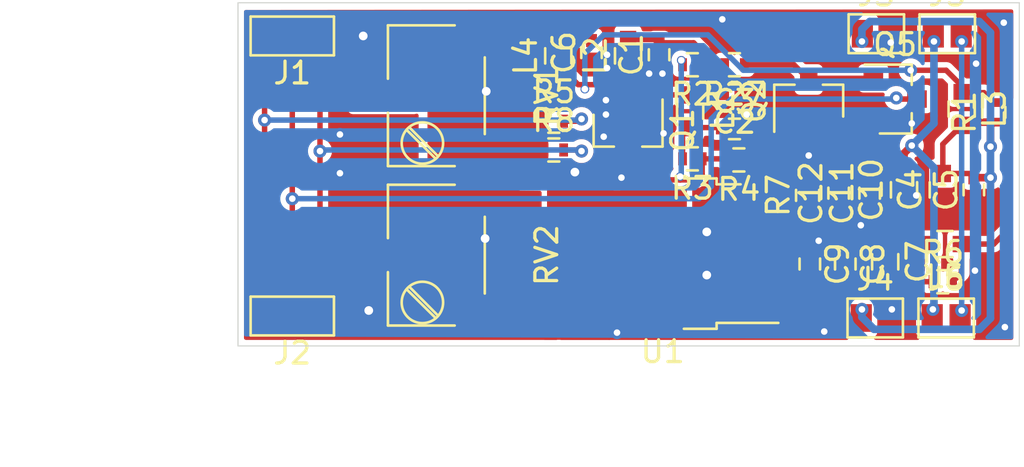
<source format=kicad_pcb>
(kicad_pcb (version 20171130) (host pcbnew "(5.1.10)-1")

  (general
    (thickness 1.6)
    (drawings 6)
    (tracks 199)
    (zones 0)
    (modules 38)
    (nets 19)
  )

  (page A4)
  (layers
    (0 F.Cu signal)
    (31 B.Cu signal)
    (32 B.Adhes user)
    (33 F.Adhes user)
    (34 B.Paste user)
    (35 F.Paste user)
    (36 B.SilkS user)
    (37 F.SilkS user hide)
    (38 B.Mask user)
    (39 F.Mask user)
    (40 Dwgs.User user)
    (41 Cmts.User user)
    (42 Eco1.User user)
    (43 Eco2.User user)
    (44 Edge.Cuts user)
    (45 Margin user)
    (46 B.CrtYd user)
    (47 F.CrtYd user)
    (48 B.Fab user)
    (49 F.Fab user hide)
  )

  (setup
    (last_trace_width 0.25)
    (user_trace_width 0.35)
    (trace_clearance 0.2)
    (zone_clearance 0.25)
    (zone_45_only yes)
    (trace_min 0.2)
    (via_size 0.8)
    (via_drill 0.4)
    (via_min_size 0.4)
    (via_min_drill 0.3)
    (user_via 0.4 0.3)
    (user_via 0.6 0.3)
    (user_via 0.9 0.5)
    (uvia_size 0.3)
    (uvia_drill 0.1)
    (uvias_allowed no)
    (uvia_min_size 0.2)
    (uvia_min_drill 0.1)
    (edge_width 0.05)
    (segment_width 0.2)
    (pcb_text_width 0.3)
    (pcb_text_size 1.5 1.5)
    (mod_edge_width 0.12)
    (mod_text_size 1 1)
    (mod_text_width 0.15)
    (pad_size 1.524 1.524)
    (pad_drill 0.762)
    (pad_to_mask_clearance 0.051)
    (solder_mask_min_width 0.25)
    (aux_axis_origin 0 0)
    (visible_elements 7FFFFFFF)
    (pcbplotparams
      (layerselection 0x010fc_ffffffff)
      (usegerberextensions false)
      (usegerberattributes false)
      (usegerberadvancedattributes false)
      (creategerberjobfile false)
      (excludeedgelayer true)
      (linewidth 0.100000)
      (plotframeref false)
      (viasonmask false)
      (mode 1)
      (useauxorigin false)
      (hpglpennumber 1)
      (hpglpenspeed 20)
      (hpglpendiameter 15.000000)
      (psnegative false)
      (psa4output false)
      (plotreference true)
      (plotvalue true)
      (plotinvisibletext false)
      (padsonsilk false)
      (subtractmaskfromsilk false)
      (outputformat 1)
      (mirror false)
      (drillshape 1)
      (scaleselection 1)
      (outputdirectory ""))
  )

  (net 0 "")
  (net 1 "Net-(C1-Pad2)")
  (net 2 GND)
  (net 3 "Net-(C2-Pad2)")
  (net 4 "Net-(C3-Pad1)")
  (net 5 +9V)
  (net 6 "Net-(C6-Pad2)")
  (net 7 "Net-(C7-Pad2)")
  (net 8 +4V)
  (net 9 +BATT)
  (net 10 "Net-(Q2-Pad1)")
  (net 11 "Net-(R5-Pad1)")
  (net 12 "Net-(R7-Pad1)")
  (net 13 "Net-(Q1-Pad3)")
  (net 14 "Net-(Q2-Pad3)")
  (net 15 "Net-(J1-Pad3)")
  (net 16 "Net-(J1-Pad2)")
  (net 17 "Net-(J1-Pad1)")
  (net 18 "Net-(J5-Pad2)")

  (net_class Default "This is the default net class."
    (clearance 0.2)
    (trace_width 0.25)
    (via_dia 0.8)
    (via_drill 0.4)
    (uvia_dia 0.3)
    (uvia_drill 0.1)
    (add_net +4V)
    (add_net +9V)
    (add_net +BATT)
    (add_net GND)
    (add_net "Net-(C1-Pad2)")
    (add_net "Net-(C2-Pad2)")
    (add_net "Net-(C3-Pad1)")
    (add_net "Net-(C6-Pad2)")
    (add_net "Net-(C7-Pad2)")
    (add_net "Net-(J1-Pad1)")
    (add_net "Net-(J1-Pad2)")
    (add_net "Net-(J1-Pad3)")
    (add_net "Net-(J5-Pad2)")
    (add_net "Net-(Q1-Pad3)")
    (add_net "Net-(Q2-Pad1)")
    (add_net "Net-(Q2-Pad3)")
    (add_net "Net-(R5-Pad1)")
    (add_net "Net-(R7-Pad1)")
  )

  (module Capacitors_SMD:C_0402 (layer F.Cu) (tedit 58AA841A) (tstamp 6125BF43)
    (at 150.9776 88.7476 90)
    (descr "Capacitor SMD 0402, reflow soldering, AVX (see smccp.pdf)")
    (tags "capacitor 0402")
    (path /5F08595B)
    (attr smd)
    (fp_text reference C1 (at 0 -1.27 90) (layer F.SilkS)
      (effects (font (size 1 1) (thickness 0.15)))
    )
    (fp_text value 1uF (at 0 1.27 90) (layer F.Fab)
      (effects (font (size 1 1) (thickness 0.15)))
    )
    (fp_line (start 1 0.4) (end -1 0.4) (layer F.CrtYd) (width 0.05))
    (fp_line (start 1 0.4) (end 1 -0.4) (layer F.CrtYd) (width 0.05))
    (fp_line (start -1 -0.4) (end -1 0.4) (layer F.CrtYd) (width 0.05))
    (fp_line (start -1 -0.4) (end 1 -0.4) (layer F.CrtYd) (width 0.05))
    (fp_line (start -0.25 0.47) (end 0.25 0.47) (layer F.SilkS) (width 0.12))
    (fp_line (start 0.25 -0.47) (end -0.25 -0.47) (layer F.SilkS) (width 0.12))
    (fp_line (start -0.5 -0.25) (end 0.5 -0.25) (layer F.Fab) (width 0.1))
    (fp_line (start 0.5 -0.25) (end 0.5 0.25) (layer F.Fab) (width 0.1))
    (fp_line (start 0.5 0.25) (end -0.5 0.25) (layer F.Fab) (width 0.1))
    (fp_line (start -0.5 0.25) (end -0.5 -0.25) (layer F.Fab) (width 0.1))
    (fp_text user %R (at 0 -1.27 90) (layer F.Fab)
      (effects (font (size 1 1) (thickness 0.15)))
    )
    (pad 1 smd rect (at -0.55 0 90) (size 0.6 0.5) (layers F.Cu F.Paste F.Mask)
      (net 2 GND))
    (pad 2 smd rect (at 0.55 0 90) (size 0.6 0.5) (layers F.Cu F.Paste F.Mask)
      (net 1 "Net-(C1-Pad2)"))
    (model Capacitors_SMD.3dshapes/C_0402.wrl
      (at (xyz 0 0 0))
      (scale (xyz 1 1 1))
      (rotate (xyz 0 0 0))
    )
  )

  (module Capacitors_SMD:C_0402 (layer F.Cu) (tedit 58AA841A) (tstamp 6125BF54)
    (at 154.432 90.5764 180)
    (descr "Capacitor SMD 0402, reflow soldering, AVX (see smccp.pdf)")
    (tags "capacitor 0402")
    (path /5EF2A9EE)
    (attr smd)
    (fp_text reference C2 (at 0 -1.27) (layer F.SilkS)
      (effects (font (size 1 1) (thickness 0.15)))
    )
    (fp_text value 20nF (at 0 1.27) (layer F.Fab)
      (effects (font (size 1 1) (thickness 0.15)))
    )
    (fp_line (start 1 0.4) (end -1 0.4) (layer F.CrtYd) (width 0.05))
    (fp_line (start 1 0.4) (end 1 -0.4) (layer F.CrtYd) (width 0.05))
    (fp_line (start -1 -0.4) (end -1 0.4) (layer F.CrtYd) (width 0.05))
    (fp_line (start -1 -0.4) (end 1 -0.4) (layer F.CrtYd) (width 0.05))
    (fp_line (start -0.25 0.47) (end 0.25 0.47) (layer F.SilkS) (width 0.12))
    (fp_line (start 0.25 -0.47) (end -0.25 -0.47) (layer F.SilkS) (width 0.12))
    (fp_line (start -0.5 -0.25) (end 0.5 -0.25) (layer F.Fab) (width 0.1))
    (fp_line (start 0.5 -0.25) (end 0.5 0.25) (layer F.Fab) (width 0.1))
    (fp_line (start 0.5 0.25) (end -0.5 0.25) (layer F.Fab) (width 0.1))
    (fp_line (start -0.5 0.25) (end -0.5 -0.25) (layer F.Fab) (width 0.1))
    (fp_text user %R (at 0 -1.27) (layer F.Fab)
      (effects (font (size 1 1) (thickness 0.15)))
    )
    (pad 1 smd rect (at -0.55 0 180) (size 0.6 0.5) (layers F.Cu F.Paste F.Mask)
      (net 2 GND))
    (pad 2 smd rect (at 0.55 0 180) (size 0.6 0.5) (layers F.Cu F.Paste F.Mask)
      (net 3 "Net-(C2-Pad2)"))
    (model Capacitors_SMD.3dshapes/C_0402.wrl
      (at (xyz 0 0 0))
      (scale (xyz 1 1 1))
      (rotate (xyz 0 0 0))
    )
  )

  (module Capacitors_SMD:C_0402 (layer F.Cu) (tedit 58AA841A) (tstamp 6125BF65)
    (at 154.432 92.1512)
    (descr "Capacitor SMD 0402, reflow soldering, AVX (see smccp.pdf)")
    (tags "capacitor 0402")
    (path /5EF2C46B)
    (attr smd)
    (fp_text reference C3 (at 0 -1.27) (layer F.SilkS)
      (effects (font (size 1 1) (thickness 0.15)))
    )
    (fp_text value 20nF (at 0 1.27) (layer F.Fab)
      (effects (font (size 1 1) (thickness 0.15)))
    )
    (fp_line (start 1 0.4) (end -1 0.4) (layer F.CrtYd) (width 0.05))
    (fp_line (start 1 0.4) (end 1 -0.4) (layer F.CrtYd) (width 0.05))
    (fp_line (start -1 -0.4) (end -1 0.4) (layer F.CrtYd) (width 0.05))
    (fp_line (start -1 -0.4) (end 1 -0.4) (layer F.CrtYd) (width 0.05))
    (fp_line (start -0.25 0.47) (end 0.25 0.47) (layer F.SilkS) (width 0.12))
    (fp_line (start 0.25 -0.47) (end -0.25 -0.47) (layer F.SilkS) (width 0.12))
    (fp_line (start -0.5 -0.25) (end 0.5 -0.25) (layer F.Fab) (width 0.1))
    (fp_line (start 0.5 -0.25) (end 0.5 0.25) (layer F.Fab) (width 0.1))
    (fp_line (start 0.5 0.25) (end -0.5 0.25) (layer F.Fab) (width 0.1))
    (fp_line (start -0.5 0.25) (end -0.5 -0.25) (layer F.Fab) (width 0.1))
    (fp_text user %R (at 0 -1.27) (layer F.Fab)
      (effects (font (size 1 1) (thickness 0.15)))
    )
    (pad 1 smd rect (at -0.55 0) (size 0.6 0.5) (layers F.Cu F.Paste F.Mask)
      (net 4 "Net-(C3-Pad1)"))
    (pad 2 smd rect (at 0.55 0) (size 0.6 0.5) (layers F.Cu F.Paste F.Mask)
      (net 2 GND))
    (model Capacitors_SMD.3dshapes/C_0402.wrl
      (at (xyz 0 0 0))
      (scale (xyz 1 1 1))
      (rotate (xyz 0 0 0))
    )
  )

  (module Capacitors_SMD:C_0603 (layer F.Cu) (tedit 59958EE7) (tstamp 6125BF76)
    (at 163.9824 94.9452 90)
    (descr "Capacitor SMD 0603, reflow soldering, AVX (see smccp.pdf)")
    (tags "capacitor 0603")
    (path /61276A48)
    (attr smd)
    (fp_text reference C4 (at 0 -1.5 90) (layer F.SilkS)
      (effects (font (size 1 1) (thickness 0.15)))
    )
    (fp_text value 10uF (at 0 1.5 90) (layer F.Fab)
      (effects (font (size 1 1) (thickness 0.15)))
    )
    (fp_line (start 1.4 0.65) (end -1.4 0.65) (layer F.CrtYd) (width 0.05))
    (fp_line (start 1.4 0.65) (end 1.4 -0.65) (layer F.CrtYd) (width 0.05))
    (fp_line (start -1.4 -0.65) (end -1.4 0.65) (layer F.CrtYd) (width 0.05))
    (fp_line (start -1.4 -0.65) (end 1.4 -0.65) (layer F.CrtYd) (width 0.05))
    (fp_line (start 0.35 0.6) (end -0.35 0.6) (layer F.SilkS) (width 0.12))
    (fp_line (start -0.35 -0.6) (end 0.35 -0.6) (layer F.SilkS) (width 0.12))
    (fp_line (start -0.8 -0.4) (end 0.8 -0.4) (layer F.Fab) (width 0.1))
    (fp_line (start 0.8 -0.4) (end 0.8 0.4) (layer F.Fab) (width 0.1))
    (fp_line (start 0.8 0.4) (end -0.8 0.4) (layer F.Fab) (width 0.1))
    (fp_line (start -0.8 0.4) (end -0.8 -0.4) (layer F.Fab) (width 0.1))
    (fp_text user %R (at 0 0 90) (layer F.Fab)
      (effects (font (size 0.3 0.3) (thickness 0.075)))
    )
    (pad 1 smd rect (at -0.75 0 90) (size 0.8 0.75) (layers F.Cu F.Paste F.Mask)
      (net 2 GND))
    (pad 2 smd rect (at 0.75 0 90) (size 0.8 0.75) (layers F.Cu F.Paste F.Mask)
      (net 5 +9V))
    (model Capacitors_SMD.3dshapes/C_0603.wrl
      (at (xyz 0 0 0))
      (scale (xyz 1 1 1))
      (rotate (xyz 0 0 0))
    )
  )

  (module Capacitors_SMD:C_0402 (layer F.Cu) (tedit 58AA841A) (tstamp 6125BF87)
    (at 165.4048 94.9452 90)
    (descr "Capacitor SMD 0402, reflow soldering, AVX (see smccp.pdf)")
    (tags "capacitor 0402")
    (path /5F145C60)
    (attr smd)
    (fp_text reference C5 (at 0 -1.27 90) (layer F.SilkS)
      (effects (font (size 1 1) (thickness 0.15)))
    )
    (fp_text value 1uF (at 0 1.27 90) (layer F.Fab)
      (effects (font (size 1 1) (thickness 0.15)))
    )
    (fp_line (start -0.5 0.25) (end -0.5 -0.25) (layer F.Fab) (width 0.1))
    (fp_line (start 0.5 0.25) (end -0.5 0.25) (layer F.Fab) (width 0.1))
    (fp_line (start 0.5 -0.25) (end 0.5 0.25) (layer F.Fab) (width 0.1))
    (fp_line (start -0.5 -0.25) (end 0.5 -0.25) (layer F.Fab) (width 0.1))
    (fp_line (start 0.25 -0.47) (end -0.25 -0.47) (layer F.SilkS) (width 0.12))
    (fp_line (start -0.25 0.47) (end 0.25 0.47) (layer F.SilkS) (width 0.12))
    (fp_line (start -1 -0.4) (end 1 -0.4) (layer F.CrtYd) (width 0.05))
    (fp_line (start -1 -0.4) (end -1 0.4) (layer F.CrtYd) (width 0.05))
    (fp_line (start 1 0.4) (end 1 -0.4) (layer F.CrtYd) (width 0.05))
    (fp_line (start 1 0.4) (end -1 0.4) (layer F.CrtYd) (width 0.05))
    (fp_text user %R (at 0 -1.27 90) (layer F.Fab)
      (effects (font (size 1 1) (thickness 0.15)))
    )
    (pad 2 smd rect (at 0.55 0 90) (size 0.6 0.5) (layers F.Cu F.Paste F.Mask)
      (net 5 +9V))
    (pad 1 smd rect (at -0.55 0 90) (size 0.6 0.5) (layers F.Cu F.Paste F.Mask)
      (net 2 GND))
    (model Capacitors_SMD.3dshapes/C_0402.wrl
      (at (xyz 0 0 0))
      (scale (xyz 1 1 1))
      (rotate (xyz 0 0 0))
    )
  )

  (module Capacitors_SMD:C_0402 (layer F.Cu) (tedit 58AA841A) (tstamp 6125BF98)
    (at 147.8788 88.646 90)
    (descr "Capacitor SMD 0402, reflow soldering, AVX (see smccp.pdf)")
    (tags "capacitor 0402")
    (path /5EF78450)
    (attr smd)
    (fp_text reference C6 (at 0 -1.27 90) (layer F.SilkS)
      (effects (font (size 1 1) (thickness 0.15)))
    )
    (fp_text value 1uF (at 0 1.27 90) (layer F.Fab)
      (effects (font (size 1 1) (thickness 0.15)))
    )
    (fp_line (start -0.5 0.25) (end -0.5 -0.25) (layer F.Fab) (width 0.1))
    (fp_line (start 0.5 0.25) (end -0.5 0.25) (layer F.Fab) (width 0.1))
    (fp_line (start 0.5 -0.25) (end 0.5 0.25) (layer F.Fab) (width 0.1))
    (fp_line (start -0.5 -0.25) (end 0.5 -0.25) (layer F.Fab) (width 0.1))
    (fp_line (start 0.25 -0.47) (end -0.25 -0.47) (layer F.SilkS) (width 0.12))
    (fp_line (start -0.25 0.47) (end 0.25 0.47) (layer F.SilkS) (width 0.12))
    (fp_line (start -1 -0.4) (end 1 -0.4) (layer F.CrtYd) (width 0.05))
    (fp_line (start -1 -0.4) (end -1 0.4) (layer F.CrtYd) (width 0.05))
    (fp_line (start 1 0.4) (end 1 -0.4) (layer F.CrtYd) (width 0.05))
    (fp_line (start 1 0.4) (end -1 0.4) (layer F.CrtYd) (width 0.05))
    (fp_text user %R (at 0 -1.27 90) (layer F.Fab)
      (effects (font (size 1 1) (thickness 0.15)))
    )
    (pad 2 smd rect (at 0.55 0 90) (size 0.6 0.5) (layers F.Cu F.Paste F.Mask)
      (net 6 "Net-(C6-Pad2)"))
    (pad 1 smd rect (at -0.55 0 90) (size 0.6 0.5) (layers F.Cu F.Paste F.Mask)
      (net 2 GND))
    (model Capacitors_SMD.3dshapes/C_0402.wrl
      (at (xyz 0 0 0))
      (scale (xyz 1 1 1))
      (rotate (xyz 0 0 0))
    )
  )

  (module Capacitors_SMD:C_0603 (layer F.Cu) (tedit 59958EE7) (tstamp 6125BFA9)
    (at 161.3408 98.2472 270)
    (descr "Capacitor SMD 0603, reflow soldering, AVX (see smccp.pdf)")
    (tags "capacitor 0603")
    (path /612749BD)
    (attr smd)
    (fp_text reference C7 (at 0 -1.5 90) (layer F.SilkS)
      (effects (font (size 1 1) (thickness 0.15)))
    )
    (fp_text value 10uF (at 0 1.5 90) (layer F.Fab)
      (effects (font (size 1 1) (thickness 0.15)))
    )
    (fp_line (start 1.4 0.65) (end -1.4 0.65) (layer F.CrtYd) (width 0.05))
    (fp_line (start 1.4 0.65) (end 1.4 -0.65) (layer F.CrtYd) (width 0.05))
    (fp_line (start -1.4 -0.65) (end -1.4 0.65) (layer F.CrtYd) (width 0.05))
    (fp_line (start -1.4 -0.65) (end 1.4 -0.65) (layer F.CrtYd) (width 0.05))
    (fp_line (start 0.35 0.6) (end -0.35 0.6) (layer F.SilkS) (width 0.12))
    (fp_line (start -0.35 -0.6) (end 0.35 -0.6) (layer F.SilkS) (width 0.12))
    (fp_line (start -0.8 -0.4) (end 0.8 -0.4) (layer F.Fab) (width 0.1))
    (fp_line (start 0.8 -0.4) (end 0.8 0.4) (layer F.Fab) (width 0.1))
    (fp_line (start 0.8 0.4) (end -0.8 0.4) (layer F.Fab) (width 0.1))
    (fp_line (start -0.8 0.4) (end -0.8 -0.4) (layer F.Fab) (width 0.1))
    (fp_text user %R (at 0 0 90) (layer F.Fab)
      (effects (font (size 0.3 0.3) (thickness 0.075)))
    )
    (pad 1 smd rect (at -0.75 0 270) (size 0.8 0.75) (layers F.Cu F.Paste F.Mask)
      (net 2 GND))
    (pad 2 smd rect (at 0.75 0 270) (size 0.8 0.75) (layers F.Cu F.Paste F.Mask)
      (net 7 "Net-(C7-Pad2)"))
    (model Capacitors_SMD.3dshapes/C_0603.wrl
      (at (xyz 0 0 0))
      (scale (xyz 1 1 1))
      (rotate (xyz 0 0 0))
    )
  )

  (module Capacitors_SMD:C_0402 (layer F.Cu) (tedit 58AA841A) (tstamp 6125BFBA)
    (at 159.512 98.3488 270)
    (descr "Capacitor SMD 0402, reflow soldering, AVX (see smccp.pdf)")
    (tags "capacitor 0402")
    (path /5ED15CFE)
    (attr smd)
    (fp_text reference C8 (at 0 -1.27 90) (layer F.SilkS)
      (effects (font (size 1 1) (thickness 0.15)))
    )
    (fp_text value 1uF (at 0 1.27 90) (layer F.Fab)
      (effects (font (size 1 1) (thickness 0.15)))
    )
    (fp_line (start -0.5 0.25) (end -0.5 -0.25) (layer F.Fab) (width 0.1))
    (fp_line (start 0.5 0.25) (end -0.5 0.25) (layer F.Fab) (width 0.1))
    (fp_line (start 0.5 -0.25) (end 0.5 0.25) (layer F.Fab) (width 0.1))
    (fp_line (start -0.5 -0.25) (end 0.5 -0.25) (layer F.Fab) (width 0.1))
    (fp_line (start 0.25 -0.47) (end -0.25 -0.47) (layer F.SilkS) (width 0.12))
    (fp_line (start -0.25 0.47) (end 0.25 0.47) (layer F.SilkS) (width 0.12))
    (fp_line (start -1 -0.4) (end 1 -0.4) (layer F.CrtYd) (width 0.05))
    (fp_line (start -1 -0.4) (end -1 0.4) (layer F.CrtYd) (width 0.05))
    (fp_line (start 1 0.4) (end 1 -0.4) (layer F.CrtYd) (width 0.05))
    (fp_line (start 1 0.4) (end -1 0.4) (layer F.CrtYd) (width 0.05))
    (fp_text user %R (at 0 -1.27 90) (layer F.Fab)
      (effects (font (size 1 1) (thickness 0.15)))
    )
    (pad 2 smd rect (at 0.55 0 270) (size 0.6 0.5) (layers F.Cu F.Paste F.Mask)
      (net 7 "Net-(C7-Pad2)"))
    (pad 1 smd rect (at -0.55 0 270) (size 0.6 0.5) (layers F.Cu F.Paste F.Mask)
      (net 2 GND))
    (model Capacitors_SMD.3dshapes/C_0402.wrl
      (at (xyz 0 0 0))
      (scale (xyz 1 1 1))
      (rotate (xyz 0 0 0))
    )
  )

  (module Capacitors_SMD:C_0402 (layer F.Cu) (tedit 58AA841A) (tstamp 6125BFCB)
    (at 157.8864 98.3488 270)
    (descr "Capacitor SMD 0402, reflow soldering, AVX (see smccp.pdf)")
    (tags "capacitor 0402")
    (path /5ECF3103)
    (attr smd)
    (fp_text reference C9 (at 0 -1.27 90) (layer F.SilkS)
      (effects (font (size 1 1) (thickness 0.15)))
    )
    (fp_text value 0.1uF (at 0 1.27 90) (layer F.Fab)
      (effects (font (size 1 1) (thickness 0.15)))
    )
    (fp_line (start -0.5 0.25) (end -0.5 -0.25) (layer F.Fab) (width 0.1))
    (fp_line (start 0.5 0.25) (end -0.5 0.25) (layer F.Fab) (width 0.1))
    (fp_line (start 0.5 -0.25) (end 0.5 0.25) (layer F.Fab) (width 0.1))
    (fp_line (start -0.5 -0.25) (end 0.5 -0.25) (layer F.Fab) (width 0.1))
    (fp_line (start 0.25 -0.47) (end -0.25 -0.47) (layer F.SilkS) (width 0.12))
    (fp_line (start -0.25 0.47) (end 0.25 0.47) (layer F.SilkS) (width 0.12))
    (fp_line (start -1 -0.4) (end 1 -0.4) (layer F.CrtYd) (width 0.05))
    (fp_line (start -1 -0.4) (end -1 0.4) (layer F.CrtYd) (width 0.05))
    (fp_line (start 1 0.4) (end 1 -0.4) (layer F.CrtYd) (width 0.05))
    (fp_line (start 1 0.4) (end -1 0.4) (layer F.CrtYd) (width 0.05))
    (fp_text user %R (at 0 -1.27 90) (layer F.Fab)
      (effects (font (size 1 1) (thickness 0.15)))
    )
    (pad 2 smd rect (at 0.55 0 270) (size 0.6 0.5) (layers F.Cu F.Paste F.Mask)
      (net 7 "Net-(C7-Pad2)"))
    (pad 1 smd rect (at -0.55 0 270) (size 0.6 0.5) (layers F.Cu F.Paste F.Mask)
      (net 2 GND))
    (model Capacitors_SMD.3dshapes/C_0402.wrl
      (at (xyz 0 0 0))
      (scale (xyz 1 1 1))
      (rotate (xyz 0 0 0))
    )
  )

  (module Capacitors_SMD:C_0603 (layer F.Cu) (tedit 59958EE7) (tstamp 6125BFDC)
    (at 162.2044 94.9452 90)
    (descr "Capacitor SMD 0603, reflow soldering, AVX (see smccp.pdf)")
    (tags "capacitor 0603")
    (path /6127569F)
    (attr smd)
    (fp_text reference C10 (at 0 -1.5 90) (layer F.SilkS)
      (effects (font (size 1 1) (thickness 0.15)))
    )
    (fp_text value 10uF (at 0 1.5 90) (layer F.Fab)
      (effects (font (size 1 1) (thickness 0.15)))
    )
    (fp_line (start -0.8 0.4) (end -0.8 -0.4) (layer F.Fab) (width 0.1))
    (fp_line (start 0.8 0.4) (end -0.8 0.4) (layer F.Fab) (width 0.1))
    (fp_line (start 0.8 -0.4) (end 0.8 0.4) (layer F.Fab) (width 0.1))
    (fp_line (start -0.8 -0.4) (end 0.8 -0.4) (layer F.Fab) (width 0.1))
    (fp_line (start -0.35 -0.6) (end 0.35 -0.6) (layer F.SilkS) (width 0.12))
    (fp_line (start 0.35 0.6) (end -0.35 0.6) (layer F.SilkS) (width 0.12))
    (fp_line (start -1.4 -0.65) (end 1.4 -0.65) (layer F.CrtYd) (width 0.05))
    (fp_line (start -1.4 -0.65) (end -1.4 0.65) (layer F.CrtYd) (width 0.05))
    (fp_line (start 1.4 0.65) (end 1.4 -0.65) (layer F.CrtYd) (width 0.05))
    (fp_line (start 1.4 0.65) (end -1.4 0.65) (layer F.CrtYd) (width 0.05))
    (fp_text user %R (at 0 0 90) (layer F.Fab)
      (effects (font (size 0.3 0.3) (thickness 0.075)))
    )
    (pad 2 smd rect (at 0.75 0 90) (size 0.8 0.75) (layers F.Cu F.Paste F.Mask)
      (net 8 +4V))
    (pad 1 smd rect (at -0.75 0 90) (size 0.8 0.75) (layers F.Cu F.Paste F.Mask)
      (net 2 GND))
    (model Capacitors_SMD.3dshapes/C_0603.wrl
      (at (xyz 0 0 0))
      (scale (xyz 1 1 1))
      (rotate (xyz 0 0 0))
    )
  )

  (module Capacitors_SMD:C_0402 (layer F.Cu) (tedit 58AA841A) (tstamp 6125BFED)
    (at 160.6296 95.0976 90)
    (descr "Capacitor SMD 0402, reflow soldering, AVX (see smccp.pdf)")
    (tags "capacitor 0402")
    (path /5ECF3E71)
    (attr smd)
    (fp_text reference C11 (at 0 -1.27 90) (layer F.SilkS)
      (effects (font (size 1 1) (thickness 0.15)))
    )
    (fp_text value 1uF (at 0 1.27 90) (layer F.Fab)
      (effects (font (size 1 1) (thickness 0.15)))
    )
    (fp_line (start 1 0.4) (end -1 0.4) (layer F.CrtYd) (width 0.05))
    (fp_line (start 1 0.4) (end 1 -0.4) (layer F.CrtYd) (width 0.05))
    (fp_line (start -1 -0.4) (end -1 0.4) (layer F.CrtYd) (width 0.05))
    (fp_line (start -1 -0.4) (end 1 -0.4) (layer F.CrtYd) (width 0.05))
    (fp_line (start -0.25 0.47) (end 0.25 0.47) (layer F.SilkS) (width 0.12))
    (fp_line (start 0.25 -0.47) (end -0.25 -0.47) (layer F.SilkS) (width 0.12))
    (fp_line (start -0.5 -0.25) (end 0.5 -0.25) (layer F.Fab) (width 0.1))
    (fp_line (start 0.5 -0.25) (end 0.5 0.25) (layer F.Fab) (width 0.1))
    (fp_line (start 0.5 0.25) (end -0.5 0.25) (layer F.Fab) (width 0.1))
    (fp_line (start -0.5 0.25) (end -0.5 -0.25) (layer F.Fab) (width 0.1))
    (fp_text user %R (at 0 -1.27 90) (layer F.Fab)
      (effects (font (size 1 1) (thickness 0.15)))
    )
    (pad 1 smd rect (at -0.55 0 90) (size 0.6 0.5) (layers F.Cu F.Paste F.Mask)
      (net 2 GND))
    (pad 2 smd rect (at 0.55 0 90) (size 0.6 0.5) (layers F.Cu F.Paste F.Mask)
      (net 8 +4V))
    (model Capacitors_SMD.3dshapes/C_0402.wrl
      (at (xyz 0 0 0))
      (scale (xyz 1 1 1))
      (rotate (xyz 0 0 0))
    )
  )

  (module Capacitors_SMD:C_0402 (layer F.Cu) (tedit 58AA841A) (tstamp 6125BFFE)
    (at 159.2072 95.0976 90)
    (descr "Capacitor SMD 0402, reflow soldering, AVX (see smccp.pdf)")
    (tags "capacitor 0402")
    (path /5ECF569C)
    (attr smd)
    (fp_text reference C12 (at 0 -1.27 90) (layer F.SilkS)
      (effects (font (size 1 1) (thickness 0.15)))
    )
    (fp_text value 0.1uF (at 0 1.27 90) (layer F.Fab)
      (effects (font (size 1 1) (thickness 0.15)))
    )
    (fp_line (start -0.5 0.25) (end -0.5 -0.25) (layer F.Fab) (width 0.1))
    (fp_line (start 0.5 0.25) (end -0.5 0.25) (layer F.Fab) (width 0.1))
    (fp_line (start 0.5 -0.25) (end 0.5 0.25) (layer F.Fab) (width 0.1))
    (fp_line (start -0.5 -0.25) (end 0.5 -0.25) (layer F.Fab) (width 0.1))
    (fp_line (start 0.25 -0.47) (end -0.25 -0.47) (layer F.SilkS) (width 0.12))
    (fp_line (start -0.25 0.47) (end 0.25 0.47) (layer F.SilkS) (width 0.12))
    (fp_line (start -1 -0.4) (end 1 -0.4) (layer F.CrtYd) (width 0.05))
    (fp_line (start -1 -0.4) (end -1 0.4) (layer F.CrtYd) (width 0.05))
    (fp_line (start 1 0.4) (end 1 -0.4) (layer F.CrtYd) (width 0.05))
    (fp_line (start 1 0.4) (end -1 0.4) (layer F.CrtYd) (width 0.05))
    (fp_text user %R (at 0 -1.27 90) (layer F.Fab)
      (effects (font (size 1 1) (thickness 0.15)))
    )
    (pad 2 smd rect (at 0.55 0 90) (size 0.6 0.5) (layers F.Cu F.Paste F.Mask)
      (net 8 +4V))
    (pad 1 smd rect (at -0.55 0 90) (size 0.6 0.5) (layers F.Cu F.Paste F.Mask)
      (net 2 GND))
    (model Capacitors_SMD.3dshapes/C_0402.wrl
      (at (xyz 0 0 0))
      (scale (xyz 1 1 1))
      (rotate (xyz 0 0 0))
    )
  )

  (module Capacitors_SMD:C_0603 (layer F.Cu) (tedit 59958EE7) (tstamp 6125C0A2)
    (at 152.4 91.3384 270)
    (descr "Capacitor SMD 0603, reflow soldering, AVX (see smccp.pdf)")
    (tags "capacitor 0603")
    (path /5EF284E4)
    (attr smd)
    (fp_text reference L1 (at 0 -1.5 90) (layer F.SilkS)
      (effects (font (size 1 1) (thickness 0.15)))
    )
    (fp_text value 10uh (at 0 1.5 90) (layer F.Fab)
      (effects (font (size 1 1) (thickness 0.15)))
    )
    (fp_line (start -0.8 0.4) (end -0.8 -0.4) (layer F.Fab) (width 0.1))
    (fp_line (start 0.8 0.4) (end -0.8 0.4) (layer F.Fab) (width 0.1))
    (fp_line (start 0.8 -0.4) (end 0.8 0.4) (layer F.Fab) (width 0.1))
    (fp_line (start -0.8 -0.4) (end 0.8 -0.4) (layer F.Fab) (width 0.1))
    (fp_line (start -0.35 -0.6) (end 0.35 -0.6) (layer F.SilkS) (width 0.12))
    (fp_line (start 0.35 0.6) (end -0.35 0.6) (layer F.SilkS) (width 0.12))
    (fp_line (start -1.4 -0.65) (end 1.4 -0.65) (layer F.CrtYd) (width 0.05))
    (fp_line (start -1.4 -0.65) (end -1.4 0.65) (layer F.CrtYd) (width 0.05))
    (fp_line (start 1.4 0.65) (end 1.4 -0.65) (layer F.CrtYd) (width 0.05))
    (fp_line (start 1.4 0.65) (end -1.4 0.65) (layer F.CrtYd) (width 0.05))
    (fp_text user %R (at 0 0 90) (layer F.Fab)
      (effects (font (size 0.3 0.3) (thickness 0.075)))
    )
    (pad 2 smd rect (at 0.75 0 270) (size 0.8 0.75) (layers F.Cu F.Paste F.Mask)
      (net 4 "Net-(C3-Pad1)"))
    (pad 1 smd rect (at -0.75 0 270) (size 0.8 0.75) (layers F.Cu F.Paste F.Mask)
      (net 3 "Net-(C2-Pad2)"))
    (model Capacitors_SMD.3dshapes/C_0603.wrl
      (at (xyz 0 0 0))
      (scale (xyz 1 1 1))
      (rotate (xyz 0 0 0))
    )
  )

  (module Capacitors_SMD:C_0603 (layer F.Cu) (tedit 59958EE7) (tstamp 6125C0B3)
    (at 149.5552 88.7984 90)
    (descr "Capacitor SMD 0603, reflow soldering, AVX (see smccp.pdf)")
    (tags "capacitor 0603")
    (path /5F085961)
    (attr smd)
    (fp_text reference L2 (at 0 -1.5 90) (layer F.SilkS)
      (effects (font (size 1 1) (thickness 0.15)))
    )
    (fp_text value 10uh (at 0 1.5 90) (layer F.Fab)
      (effects (font (size 1 1) (thickness 0.15)))
    )
    (fp_line (start 1.4 0.65) (end -1.4 0.65) (layer F.CrtYd) (width 0.05))
    (fp_line (start 1.4 0.65) (end 1.4 -0.65) (layer F.CrtYd) (width 0.05))
    (fp_line (start -1.4 -0.65) (end -1.4 0.65) (layer F.CrtYd) (width 0.05))
    (fp_line (start -1.4 -0.65) (end 1.4 -0.65) (layer F.CrtYd) (width 0.05))
    (fp_line (start 0.35 0.6) (end -0.35 0.6) (layer F.SilkS) (width 0.12))
    (fp_line (start -0.35 -0.6) (end 0.35 -0.6) (layer F.SilkS) (width 0.12))
    (fp_line (start -0.8 -0.4) (end 0.8 -0.4) (layer F.Fab) (width 0.1))
    (fp_line (start 0.8 -0.4) (end 0.8 0.4) (layer F.Fab) (width 0.1))
    (fp_line (start 0.8 0.4) (end -0.8 0.4) (layer F.Fab) (width 0.1))
    (fp_line (start -0.8 0.4) (end -0.8 -0.4) (layer F.Fab) (width 0.1))
    (fp_text user %R (at 0 0 90) (layer F.Fab)
      (effects (font (size 0.3 0.3) (thickness 0.075)))
    )
    (pad 1 smd rect (at -0.75 0 90) (size 0.8 0.75) (layers F.Cu F.Paste F.Mask)
      (net 9 +BATT))
    (pad 2 smd rect (at 0.75 0 90) (size 0.8 0.75) (layers F.Cu F.Paste F.Mask)
      (net 1 "Net-(C1-Pad2)"))
    (model Capacitors_SMD.3dshapes/C_0603.wrl
      (at (xyz 0 0 0))
      (scale (xyz 1 1 1))
      (rotate (xyz 0 0 0))
    )
  )

  (module Capacitors_SMD:C_0603 (layer F.Cu) (tedit 59958EE7) (tstamp 6125C0C4)
    (at 164.846 91.2368 270)
    (descr "Capacitor SMD 0603, reflow soldering, AVX (see smccp.pdf)")
    (tags "capacitor 0603")
    (path /5F124F22)
    (attr smd)
    (fp_text reference L3 (at 0 -1.5 90) (layer F.SilkS)
      (effects (font (size 1 1) (thickness 0.15)))
    )
    (fp_text value 10uh (at 0 1.5 90) (layer F.Fab)
      (effects (font (size 1 1) (thickness 0.15)))
    )
    (fp_line (start -0.8 0.4) (end -0.8 -0.4) (layer F.Fab) (width 0.1))
    (fp_line (start 0.8 0.4) (end -0.8 0.4) (layer F.Fab) (width 0.1))
    (fp_line (start 0.8 -0.4) (end 0.8 0.4) (layer F.Fab) (width 0.1))
    (fp_line (start -0.8 -0.4) (end 0.8 -0.4) (layer F.Fab) (width 0.1))
    (fp_line (start -0.35 -0.6) (end 0.35 -0.6) (layer F.SilkS) (width 0.12))
    (fp_line (start 0.35 0.6) (end -0.35 0.6) (layer F.SilkS) (width 0.12))
    (fp_line (start -1.4 -0.65) (end 1.4 -0.65) (layer F.CrtYd) (width 0.05))
    (fp_line (start -1.4 -0.65) (end -1.4 0.65) (layer F.CrtYd) (width 0.05))
    (fp_line (start 1.4 0.65) (end 1.4 -0.65) (layer F.CrtYd) (width 0.05))
    (fp_line (start 1.4 0.65) (end -1.4 0.65) (layer F.CrtYd) (width 0.05))
    (fp_text user %R (at 0 0 90) (layer F.Fab)
      (effects (font (size 0.3 0.3) (thickness 0.075)))
    )
    (pad 2 smd rect (at 0.75 0 270) (size 0.8 0.75) (layers F.Cu F.Paste F.Mask)
      (net 5 +9V))
    (pad 1 smd rect (at -0.75 0 270) (size 0.8 0.75) (layers F.Cu F.Paste F.Mask)
      (net 9 +BATT))
    (model Capacitors_SMD.3dshapes/C_0603.wrl
      (at (xyz 0 0 0))
      (scale (xyz 1 1 1))
      (rotate (xyz 0 0 0))
    )
  )

  (module Capacitors_SMD:C_0603 (layer F.Cu) (tedit 59958EE7) (tstamp 6125C0D5)
    (at 146.3548 88.7984 90)
    (descr "Capacitor SMD 0603, reflow soldering, AVX (see smccp.pdf)")
    (tags "capacitor 0603")
    (path /5EF78E50)
    (attr smd)
    (fp_text reference L4 (at 0 -1.5 90) (layer F.SilkS)
      (effects (font (size 1 1) (thickness 0.15)))
    )
    (fp_text value 10uh (at 0 1.5 90) (layer F.Fab)
      (effects (font (size 1 1) (thickness 0.15)))
    )
    (fp_line (start 1.4 0.65) (end -1.4 0.65) (layer F.CrtYd) (width 0.05))
    (fp_line (start 1.4 0.65) (end 1.4 -0.65) (layer F.CrtYd) (width 0.05))
    (fp_line (start -1.4 -0.65) (end -1.4 0.65) (layer F.CrtYd) (width 0.05))
    (fp_line (start -1.4 -0.65) (end 1.4 -0.65) (layer F.CrtYd) (width 0.05))
    (fp_line (start 0.35 0.6) (end -0.35 0.6) (layer F.SilkS) (width 0.12))
    (fp_line (start -0.35 -0.6) (end 0.35 -0.6) (layer F.SilkS) (width 0.12))
    (fp_line (start -0.8 -0.4) (end 0.8 -0.4) (layer F.Fab) (width 0.1))
    (fp_line (start 0.8 -0.4) (end 0.8 0.4) (layer F.Fab) (width 0.1))
    (fp_line (start 0.8 0.4) (end -0.8 0.4) (layer F.Fab) (width 0.1))
    (fp_line (start -0.8 0.4) (end -0.8 -0.4) (layer F.Fab) (width 0.1))
    (fp_text user %R (at 0 0 90) (layer F.Fab)
      (effects (font (size 0.3 0.3) (thickness 0.075)))
    )
    (pad 1 smd rect (at -0.75 0 90) (size 0.8 0.75) (layers F.Cu F.Paste F.Mask)
      (net 9 +BATT))
    (pad 2 smd rect (at 0.75 0 90) (size 0.8 0.75) (layers F.Cu F.Paste F.Mask)
      (net 6 "Net-(C6-Pad2)"))
    (model Capacitors_SMD.3dshapes/C_0603.wrl
      (at (xyz 0 0 0))
      (scale (xyz 1 1 1))
      (rotate (xyz 0 0 0))
    )
  )

  (module Capacitors_SMD:C_0603 (layer F.Cu) (tedit 59958EE7) (tstamp 6125C0E6)
    (at 164.084 97.4344 180)
    (descr "Capacitor SMD 0603, reflow soldering, AVX (see smccp.pdf)")
    (tags "capacitor 0603")
    (path /5ED15CEA)
    (attr smd)
    (fp_text reference L5 (at 0 -1.5) (layer F.SilkS)
      (effects (font (size 1 1) (thickness 0.15)))
    )
    (fp_text value 10uh (at 0 1.5) (layer F.Fab)
      (effects (font (size 1 1) (thickness 0.15)))
    )
    (fp_line (start -0.8 0.4) (end -0.8 -0.4) (layer F.Fab) (width 0.1))
    (fp_line (start 0.8 0.4) (end -0.8 0.4) (layer F.Fab) (width 0.1))
    (fp_line (start 0.8 -0.4) (end 0.8 0.4) (layer F.Fab) (width 0.1))
    (fp_line (start -0.8 -0.4) (end 0.8 -0.4) (layer F.Fab) (width 0.1))
    (fp_line (start -0.35 -0.6) (end 0.35 -0.6) (layer F.SilkS) (width 0.12))
    (fp_line (start 0.35 0.6) (end -0.35 0.6) (layer F.SilkS) (width 0.12))
    (fp_line (start -1.4 -0.65) (end 1.4 -0.65) (layer F.CrtYd) (width 0.05))
    (fp_line (start -1.4 -0.65) (end -1.4 0.65) (layer F.CrtYd) (width 0.05))
    (fp_line (start 1.4 0.65) (end 1.4 -0.65) (layer F.CrtYd) (width 0.05))
    (fp_line (start 1.4 0.65) (end -1.4 0.65) (layer F.CrtYd) (width 0.05))
    (fp_text user %R (at 0 0) (layer F.Fab)
      (effects (font (size 0.3 0.3) (thickness 0.075)))
    )
    (pad 2 smd rect (at 0.75 0 180) (size 0.8 0.75) (layers F.Cu F.Paste F.Mask)
      (net 7 "Net-(C7-Pad2)"))
    (pad 1 smd rect (at -0.75 0 180) (size 0.8 0.75) (layers F.Cu F.Paste F.Mask)
      (net 9 +BATT))
    (model Capacitors_SMD.3dshapes/C_0603.wrl
      (at (xyz 0 0 0))
      (scale (xyz 1 1 1))
      (rotate (xyz 0 0 0))
    )
  )

  (module TO_SOT_Packages_SMD:SOT-23 (layer F.Cu) (tedit 58CE4E7E) (tstamp 6125C0FB)
    (at 149.5552 92.202 270)
    (descr "SOT-23, Standard")
    (tags SOT-23)
    (path /5F01E2AE)
    (attr smd)
    (fp_text reference Q1 (at 0 -2.5 90) (layer F.SilkS)
      (effects (font (size 1 1) (thickness 0.15)))
    )
    (fp_text value Q_NPN_BEC (at 0 2.5 90) (layer F.Fab)
      (effects (font (size 1 1) (thickness 0.15)))
    )
    (fp_line (start -0.7 -0.95) (end -0.7 1.5) (layer F.Fab) (width 0.1))
    (fp_line (start -0.15 -1.52) (end 0.7 -1.52) (layer F.Fab) (width 0.1))
    (fp_line (start -0.7 -0.95) (end -0.15 -1.52) (layer F.Fab) (width 0.1))
    (fp_line (start 0.7 -1.52) (end 0.7 1.52) (layer F.Fab) (width 0.1))
    (fp_line (start -0.7 1.52) (end 0.7 1.52) (layer F.Fab) (width 0.1))
    (fp_line (start 0.76 1.58) (end 0.76 0.65) (layer F.SilkS) (width 0.12))
    (fp_line (start 0.76 -1.58) (end 0.76 -0.65) (layer F.SilkS) (width 0.12))
    (fp_line (start -1.7 -1.75) (end 1.7 -1.75) (layer F.CrtYd) (width 0.05))
    (fp_line (start 1.7 -1.75) (end 1.7 1.75) (layer F.CrtYd) (width 0.05))
    (fp_line (start 1.7 1.75) (end -1.7 1.75) (layer F.CrtYd) (width 0.05))
    (fp_line (start -1.7 1.75) (end -1.7 -1.75) (layer F.CrtYd) (width 0.05))
    (fp_line (start 0.76 -1.58) (end -1.4 -1.58) (layer F.SilkS) (width 0.12))
    (fp_line (start 0.76 1.58) (end -0.7 1.58) (layer F.SilkS) (width 0.12))
    (fp_text user %R (at 0 0) (layer F.Fab)
      (effects (font (size 0.5 0.5) (thickness 0.075)))
    )
    (pad 3 smd rect (at 1 0 270) (size 0.9 0.8) (layers F.Cu F.Paste F.Mask)
      (net 13 "Net-(Q1-Pad3)"))
    (pad 2 smd rect (at -1 0.95 270) (size 0.9 0.8) (layers F.Cu F.Paste F.Mask)
      (net 2 GND))
    (pad 1 smd rect (at -1 -0.95 270) (size 0.9 0.8) (layers F.Cu F.Paste F.Mask)
      (net 3 "Net-(C2-Pad2)"))
    (model ${KISYS3DMOD}/TO_SOT_Packages_SMD.3dshapes/SOT-23.wrl
      (at (xyz 0 0 0))
      (scale (xyz 1 1 1))
      (rotate (xyz 0 0 0))
    )
  )

  (module TO_SOT_Packages_SMD:SOT-23 (layer F.Cu) (tedit 58CE4E7E) (tstamp 6125C110)
    (at 157.8356 90.8812 90)
    (descr "SOT-23, Standard")
    (tags SOT-23)
    (path /6129DAC8)
    (attr smd)
    (fp_text reference Q2 (at 0 -2.5 90) (layer F.SilkS)
      (effects (font (size 1 1) (thickness 0.15)))
    )
    (fp_text value Q_NPN_BEC (at 0 2.5 90) (layer F.Fab)
      (effects (font (size 1 1) (thickness 0.15)))
    )
    (fp_line (start -0.7 -0.95) (end -0.7 1.5) (layer F.Fab) (width 0.1))
    (fp_line (start -0.15 -1.52) (end 0.7 -1.52) (layer F.Fab) (width 0.1))
    (fp_line (start -0.7 -0.95) (end -0.15 -1.52) (layer F.Fab) (width 0.1))
    (fp_line (start 0.7 -1.52) (end 0.7 1.52) (layer F.Fab) (width 0.1))
    (fp_line (start -0.7 1.52) (end 0.7 1.52) (layer F.Fab) (width 0.1))
    (fp_line (start 0.76 1.58) (end 0.76 0.65) (layer F.SilkS) (width 0.12))
    (fp_line (start 0.76 -1.58) (end 0.76 -0.65) (layer F.SilkS) (width 0.12))
    (fp_line (start -1.7 -1.75) (end 1.7 -1.75) (layer F.CrtYd) (width 0.05))
    (fp_line (start 1.7 -1.75) (end 1.7 1.75) (layer F.CrtYd) (width 0.05))
    (fp_line (start 1.7 1.75) (end -1.7 1.75) (layer F.CrtYd) (width 0.05))
    (fp_line (start -1.7 1.75) (end -1.7 -1.75) (layer F.CrtYd) (width 0.05))
    (fp_line (start 0.76 -1.58) (end -1.4 -1.58) (layer F.SilkS) (width 0.12))
    (fp_line (start 0.76 1.58) (end -0.7 1.58) (layer F.SilkS) (width 0.12))
    (fp_text user %R (at 0 0) (layer F.Fab)
      (effects (font (size 0.5 0.5) (thickness 0.075)))
    )
    (pad 3 smd rect (at 1 0 90) (size 0.9 0.8) (layers F.Cu F.Paste F.Mask)
      (net 14 "Net-(Q2-Pad3)"))
    (pad 2 smd rect (at -1 0.95 90) (size 0.9 0.8) (layers F.Cu F.Paste F.Mask)
      (net 2 GND))
    (pad 1 smd rect (at -1 -0.95 90) (size 0.9 0.8) (layers F.Cu F.Paste F.Mask)
      (net 10 "Net-(Q2-Pad1)"))
    (model ${KISYS3DMOD}/TO_SOT_Packages_SMD.3dshapes/SOT-23.wrl
      (at (xyz 0 0 0))
      (scale (xyz 1 1 1))
      (rotate (xyz 0 0 0))
    )
  )

  (module TO_SOT_Packages_SMD:SOT-23 (layer F.Cu) (tedit 58CE4E7E) (tstamp 6125C125)
    (at 161.798 90.7796)
    (descr "SOT-23, Standard")
    (tags SOT-23)
    (path /61296357)
    (attr smd)
    (fp_text reference Q5 (at 0 -2.5) (layer F.SilkS)
      (effects (font (size 1 1) (thickness 0.15)))
    )
    (fp_text value Q_NPN_BEC (at 0 2.5) (layer F.Fab)
      (effects (font (size 1 1) (thickness 0.15)))
    )
    (fp_line (start 0.76 1.58) (end -0.7 1.58) (layer F.SilkS) (width 0.12))
    (fp_line (start 0.76 -1.58) (end -1.4 -1.58) (layer F.SilkS) (width 0.12))
    (fp_line (start -1.7 1.75) (end -1.7 -1.75) (layer F.CrtYd) (width 0.05))
    (fp_line (start 1.7 1.75) (end -1.7 1.75) (layer F.CrtYd) (width 0.05))
    (fp_line (start 1.7 -1.75) (end 1.7 1.75) (layer F.CrtYd) (width 0.05))
    (fp_line (start -1.7 -1.75) (end 1.7 -1.75) (layer F.CrtYd) (width 0.05))
    (fp_line (start 0.76 -1.58) (end 0.76 -0.65) (layer F.SilkS) (width 0.12))
    (fp_line (start 0.76 1.58) (end 0.76 0.65) (layer F.SilkS) (width 0.12))
    (fp_line (start -0.7 1.52) (end 0.7 1.52) (layer F.Fab) (width 0.1))
    (fp_line (start 0.7 -1.52) (end 0.7 1.52) (layer F.Fab) (width 0.1))
    (fp_line (start -0.7 -0.95) (end -0.15 -1.52) (layer F.Fab) (width 0.1))
    (fp_line (start -0.15 -1.52) (end 0.7 -1.52) (layer F.Fab) (width 0.1))
    (fp_line (start -0.7 -0.95) (end -0.7 1.5) (layer F.Fab) (width 0.1))
    (fp_text user %R (at 0 0 90) (layer F.Fab)
      (effects (font (size 0.5 0.5) (thickness 0.075)))
    )
    (pad 1 smd rect (at -1 -0.95) (size 0.9 0.8) (layers F.Cu F.Paste F.Mask)
      (net 14 "Net-(Q2-Pad3)"))
    (pad 2 smd rect (at -1 0.95) (size 0.9 0.8) (layers F.Cu F.Paste F.Mask)
      (net 2 GND))
    (pad 3 smd rect (at 1 0) (size 0.9 0.8) (layers F.Cu F.Paste F.Mask)
      (net 16 "Net-(J1-Pad2)"))
    (model ${KISYS3DMOD}/TO_SOT_Packages_SMD.3dshapes/SOT-23.wrl
      (at (xyz 0 0 0))
      (scale (xyz 1 1 1))
      (rotate (xyz 0 0 0))
    )
  )

  (module Resistors_SMD:R_0402 (layer F.Cu) (tedit 58E0A804) (tstamp 6125C136)
    (at 166.3192 91.3892 90)
    (descr "Resistor SMD 0402, reflow soldering, Vishay (see dcrcw.pdf)")
    (tags "resistor 0402")
    (path /5F1889BC)
    (attr smd)
    (fp_text reference R1 (at 0 -1.35 90) (layer F.SilkS)
      (effects (font (size 1 1) (thickness 0.15)))
    )
    (fp_text value 300 (at 0 1.45 90) (layer F.Fab)
      (effects (font (size 1 1) (thickness 0.15)))
    )
    (fp_line (start -0.5 0.25) (end -0.5 -0.25) (layer F.Fab) (width 0.1))
    (fp_line (start 0.5 0.25) (end -0.5 0.25) (layer F.Fab) (width 0.1))
    (fp_line (start 0.5 -0.25) (end 0.5 0.25) (layer F.Fab) (width 0.1))
    (fp_line (start -0.5 -0.25) (end 0.5 -0.25) (layer F.Fab) (width 0.1))
    (fp_line (start 0.25 -0.53) (end -0.25 -0.53) (layer F.SilkS) (width 0.12))
    (fp_line (start -0.25 0.53) (end 0.25 0.53) (layer F.SilkS) (width 0.12))
    (fp_line (start -0.8 -0.45) (end 0.8 -0.45) (layer F.CrtYd) (width 0.05))
    (fp_line (start -0.8 -0.45) (end -0.8 0.45) (layer F.CrtYd) (width 0.05))
    (fp_line (start 0.8 0.45) (end 0.8 -0.45) (layer F.CrtYd) (width 0.05))
    (fp_line (start 0.8 0.45) (end -0.8 0.45) (layer F.CrtYd) (width 0.05))
    (fp_text user %R (at 0 -1.35 90) (layer F.Fab)
      (effects (font (size 1 1) (thickness 0.15)))
    )
    (pad 2 smd rect (at 0.45 0 90) (size 0.4 0.6) (layers F.Cu F.Paste F.Mask)
      (net 9 +BATT))
    (pad 1 smd rect (at -0.45 0 90) (size 0.4 0.6) (layers F.Cu F.Paste F.Mask)
      (net 5 +9V))
    (model ${KISYS3DMOD}/Resistors_SMD.3dshapes/R_0402.wrl
      (at (xyz 0 0 0))
      (scale (xyz 1 1 1))
      (rotate (xyz 0 0 0))
    )
  )

  (module Resistors_SMD:R_0402 (layer F.Cu) (tedit 58E0A804) (tstamp 6125C147)
    (at 152.5016 89.2048 180)
    (descr "Resistor SMD 0402, reflow soldering, Vishay (see dcrcw.pdf)")
    (tags "resistor 0402")
    (path /5EF2A7E4)
    (attr smd)
    (fp_text reference R2 (at 0 -1.35) (layer F.SilkS)
      (effects (font (size 1 1) (thickness 0.15)))
    )
    (fp_text value 2K (at 0 1.45) (layer F.Fab)
      (effects (font (size 1 1) (thickness 0.15)))
    )
    (fp_line (start -0.5 0.25) (end -0.5 -0.25) (layer F.Fab) (width 0.1))
    (fp_line (start 0.5 0.25) (end -0.5 0.25) (layer F.Fab) (width 0.1))
    (fp_line (start 0.5 -0.25) (end 0.5 0.25) (layer F.Fab) (width 0.1))
    (fp_line (start -0.5 -0.25) (end 0.5 -0.25) (layer F.Fab) (width 0.1))
    (fp_line (start 0.25 -0.53) (end -0.25 -0.53) (layer F.SilkS) (width 0.12))
    (fp_line (start -0.25 0.53) (end 0.25 0.53) (layer F.SilkS) (width 0.12))
    (fp_line (start -0.8 -0.45) (end 0.8 -0.45) (layer F.CrtYd) (width 0.05))
    (fp_line (start -0.8 -0.45) (end -0.8 0.45) (layer F.CrtYd) (width 0.05))
    (fp_line (start 0.8 0.45) (end 0.8 -0.45) (layer F.CrtYd) (width 0.05))
    (fp_line (start 0.8 0.45) (end -0.8 0.45) (layer F.CrtYd) (width 0.05))
    (fp_text user %R (at 0 -1.35) (layer F.Fab)
      (effects (font (size 1 1) (thickness 0.15)))
    )
    (pad 2 smd rect (at 0.45 0 180) (size 0.4 0.6) (layers F.Cu F.Paste F.Mask)
      (net 13 "Net-(Q1-Pad3)"))
    (pad 1 smd rect (at -0.45 0 180) (size 0.4 0.6) (layers F.Cu F.Paste F.Mask)
      (net 1 "Net-(C1-Pad2)"))
    (model ${KISYS3DMOD}/Resistors_SMD.3dshapes/R_0402.wrl
      (at (xyz 0 0 0))
      (scale (xyz 1 1 1))
      (rotate (xyz 0 0 0))
    )
  )

  (module Resistors_SMD:R_0402 (layer F.Cu) (tedit 58E0A804) (tstamp 6125C158)
    (at 152.5016 93.5228 180)
    (descr "Resistor SMD 0402, reflow soldering, Vishay (see dcrcw.pdf)")
    (tags "resistor 0402")
    (path /5EF2D665)
    (attr smd)
    (fp_text reference R3 (at 0 -1.35) (layer F.SilkS)
      (effects (font (size 1 1) (thickness 0.15)))
    )
    (fp_text value 2K (at 0 1.45) (layer F.Fab)
      (effects (font (size 1 1) (thickness 0.15)))
    )
    (fp_line (start 0.8 0.45) (end -0.8 0.45) (layer F.CrtYd) (width 0.05))
    (fp_line (start 0.8 0.45) (end 0.8 -0.45) (layer F.CrtYd) (width 0.05))
    (fp_line (start -0.8 -0.45) (end -0.8 0.45) (layer F.CrtYd) (width 0.05))
    (fp_line (start -0.8 -0.45) (end 0.8 -0.45) (layer F.CrtYd) (width 0.05))
    (fp_line (start -0.25 0.53) (end 0.25 0.53) (layer F.SilkS) (width 0.12))
    (fp_line (start 0.25 -0.53) (end -0.25 -0.53) (layer F.SilkS) (width 0.12))
    (fp_line (start -0.5 -0.25) (end 0.5 -0.25) (layer F.Fab) (width 0.1))
    (fp_line (start 0.5 -0.25) (end 0.5 0.25) (layer F.Fab) (width 0.1))
    (fp_line (start 0.5 0.25) (end -0.5 0.25) (layer F.Fab) (width 0.1))
    (fp_line (start -0.5 0.25) (end -0.5 -0.25) (layer F.Fab) (width 0.1))
    (fp_text user %R (at 0 -1.35) (layer F.Fab)
      (effects (font (size 1 1) (thickness 0.15)))
    )
    (pad 1 smd rect (at -0.45 0 180) (size 0.4 0.6) (layers F.Cu F.Paste F.Mask)
      (net 13 "Net-(Q1-Pad3)"))
    (pad 2 smd rect (at 0.45 0 180) (size 0.4 0.6) (layers F.Cu F.Paste F.Mask)
      (net 4 "Net-(C3-Pad1)"))
    (model ${KISYS3DMOD}/Resistors_SMD.3dshapes/R_0402.wrl
      (at (xyz 0 0 0))
      (scale (xyz 1 1 1))
      (rotate (xyz 0 0 0))
    )
  )

  (module Resistors_SMD:R_0402 (layer F.Cu) (tedit 58E0A804) (tstamp 6125C169)
    (at 154.6352 93.5736 180)
    (descr "Resistor SMD 0402, reflow soldering, Vishay (see dcrcw.pdf)")
    (tags "resistor 0402")
    (path /5CFFFD5D)
    (attr smd)
    (fp_text reference R4 (at 0 -1.35) (layer F.SilkS)
      (effects (font (size 1 1) (thickness 0.15)))
    )
    (fp_text value 200 (at 0 1.45) (layer F.Fab)
      (effects (font (size 1 1) (thickness 0.15)))
    )
    (fp_line (start -0.5 0.25) (end -0.5 -0.25) (layer F.Fab) (width 0.1))
    (fp_line (start 0.5 0.25) (end -0.5 0.25) (layer F.Fab) (width 0.1))
    (fp_line (start 0.5 -0.25) (end 0.5 0.25) (layer F.Fab) (width 0.1))
    (fp_line (start -0.5 -0.25) (end 0.5 -0.25) (layer F.Fab) (width 0.1))
    (fp_line (start 0.25 -0.53) (end -0.25 -0.53) (layer F.SilkS) (width 0.12))
    (fp_line (start -0.25 0.53) (end 0.25 0.53) (layer F.SilkS) (width 0.12))
    (fp_line (start -0.8 -0.45) (end 0.8 -0.45) (layer F.CrtYd) (width 0.05))
    (fp_line (start -0.8 -0.45) (end -0.8 0.45) (layer F.CrtYd) (width 0.05))
    (fp_line (start 0.8 0.45) (end 0.8 -0.45) (layer F.CrtYd) (width 0.05))
    (fp_line (start 0.8 0.45) (end -0.8 0.45) (layer F.CrtYd) (width 0.05))
    (fp_text user %R (at 0 -1.35) (layer F.Fab)
      (effects (font (size 1 1) (thickness 0.15)))
    )
    (pad 2 smd rect (at 0.45 0 180) (size 0.4 0.6) (layers F.Cu F.Paste F.Mask)
      (net 13 "Net-(Q1-Pad3)"))
    (pad 1 smd rect (at -0.45 0 180) (size 0.4 0.6) (layers F.Cu F.Paste F.Mask)
      (net 10 "Net-(Q2-Pad1)"))
    (model ${KISYS3DMOD}/Resistors_SMD.3dshapes/R_0402.wrl
      (at (xyz 0 0 0))
      (scale (xyz 1 1 1))
      (rotate (xyz 0 0 0))
    )
  )

  (module Resistors_SMD:R_0402 (layer F.Cu) (tedit 58E0A804) (tstamp 6125C17A)
    (at 146.1516 91.7956)
    (descr "Resistor SMD 0402, reflow soldering, Vishay (see dcrcw.pdf)")
    (tags "resistor 0402")
    (path /5CFED5E5)
    (attr smd)
    (fp_text reference R5 (at 0 -1.35) (layer F.SilkS)
      (effects (font (size 1 1) (thickness 0.15)))
    )
    (fp_text value 200 (at 0 1.45) (layer F.Fab)
      (effects (font (size 1 1) (thickness 0.15)))
    )
    (fp_line (start 0.8 0.45) (end -0.8 0.45) (layer F.CrtYd) (width 0.05))
    (fp_line (start 0.8 0.45) (end 0.8 -0.45) (layer F.CrtYd) (width 0.05))
    (fp_line (start -0.8 -0.45) (end -0.8 0.45) (layer F.CrtYd) (width 0.05))
    (fp_line (start -0.8 -0.45) (end 0.8 -0.45) (layer F.CrtYd) (width 0.05))
    (fp_line (start -0.25 0.53) (end 0.25 0.53) (layer F.SilkS) (width 0.12))
    (fp_line (start 0.25 -0.53) (end -0.25 -0.53) (layer F.SilkS) (width 0.12))
    (fp_line (start -0.5 -0.25) (end 0.5 -0.25) (layer F.Fab) (width 0.1))
    (fp_line (start 0.5 -0.25) (end 0.5 0.25) (layer F.Fab) (width 0.1))
    (fp_line (start 0.5 0.25) (end -0.5 0.25) (layer F.Fab) (width 0.1))
    (fp_line (start -0.5 0.25) (end -0.5 -0.25) (layer F.Fab) (width 0.1))
    (fp_text user %R (at 0 -1.35) (layer F.Fab)
      (effects (font (size 1 1) (thickness 0.15)))
    )
    (pad 1 smd rect (at -0.45 0) (size 0.4 0.6) (layers F.Cu F.Paste F.Mask)
      (net 11 "Net-(R5-Pad1)"))
    (pad 2 smd rect (at 0.45 0) (size 0.4 0.6) (layers F.Cu F.Paste F.Mask)
      (net 17 "Net-(J1-Pad1)"))
    (model ${KISYS3DMOD}/Resistors_SMD.3dshapes/R_0402.wrl
      (at (xyz 0 0 0))
      (scale (xyz 1 1 1))
      (rotate (xyz 0 0 0))
    )
  )

  (module Resistors_SMD:R_0402 (layer F.Cu) (tedit 58E0A804) (tstamp 6125C18B)
    (at 163.9824 99.1616)
    (descr "Resistor SMD 0402, reflow soldering, Vishay (see dcrcw.pdf)")
    (tags "resistor 0402")
    (path /5ED15D07)
    (attr smd)
    (fp_text reference R6 (at 0 -1.35) (layer F.SilkS)
      (effects (font (size 1 1) (thickness 0.15)))
    )
    (fp_text value 300 (at 0 1.45) (layer F.Fab)
      (effects (font (size 1 1) (thickness 0.15)))
    )
    (fp_line (start -0.5 0.25) (end -0.5 -0.25) (layer F.Fab) (width 0.1))
    (fp_line (start 0.5 0.25) (end -0.5 0.25) (layer F.Fab) (width 0.1))
    (fp_line (start 0.5 -0.25) (end 0.5 0.25) (layer F.Fab) (width 0.1))
    (fp_line (start -0.5 -0.25) (end 0.5 -0.25) (layer F.Fab) (width 0.1))
    (fp_line (start 0.25 -0.53) (end -0.25 -0.53) (layer F.SilkS) (width 0.12))
    (fp_line (start -0.25 0.53) (end 0.25 0.53) (layer F.SilkS) (width 0.12))
    (fp_line (start -0.8 -0.45) (end 0.8 -0.45) (layer F.CrtYd) (width 0.05))
    (fp_line (start -0.8 -0.45) (end -0.8 0.45) (layer F.CrtYd) (width 0.05))
    (fp_line (start 0.8 0.45) (end 0.8 -0.45) (layer F.CrtYd) (width 0.05))
    (fp_line (start 0.8 0.45) (end -0.8 0.45) (layer F.CrtYd) (width 0.05))
    (fp_text user %R (at 0 -1.35) (layer F.Fab)
      (effects (font (size 1 1) (thickness 0.15)))
    )
    (pad 2 smd rect (at 0.45 0) (size 0.4 0.6) (layers F.Cu F.Paste F.Mask)
      (net 9 +BATT))
    (pad 1 smd rect (at -0.45 0) (size 0.4 0.6) (layers F.Cu F.Paste F.Mask)
      (net 7 "Net-(C7-Pad2)"))
    (model ${KISYS3DMOD}/Resistors_SMD.3dshapes/R_0402.wrl
      (at (xyz 0 0 0))
      (scale (xyz 1 1 1))
      (rotate (xyz 0 0 0))
    )
  )

  (module Resistors_SMD:R_0402 (layer F.Cu) (tedit 58E0A804) (tstamp 6125C19C)
    (at 157.7848 95.1992 90)
    (descr "Resistor SMD 0402, reflow soldering, Vishay (see dcrcw.pdf)")
    (tags "resistor 0402")
    (path /5ECF2889)
    (attr smd)
    (fp_text reference R7 (at 0 -1.35 90) (layer F.SilkS)
      (effects (font (size 1 1) (thickness 0.15)))
    )
    (fp_text value 240 (at 0 1.45 90) (layer F.Fab)
      (effects (font (size 1 1) (thickness 0.15)))
    )
    (fp_line (start 0.8 0.45) (end -0.8 0.45) (layer F.CrtYd) (width 0.05))
    (fp_line (start 0.8 0.45) (end 0.8 -0.45) (layer F.CrtYd) (width 0.05))
    (fp_line (start -0.8 -0.45) (end -0.8 0.45) (layer F.CrtYd) (width 0.05))
    (fp_line (start -0.8 -0.45) (end 0.8 -0.45) (layer F.CrtYd) (width 0.05))
    (fp_line (start -0.25 0.53) (end 0.25 0.53) (layer F.SilkS) (width 0.12))
    (fp_line (start 0.25 -0.53) (end -0.25 -0.53) (layer F.SilkS) (width 0.12))
    (fp_line (start -0.5 -0.25) (end 0.5 -0.25) (layer F.Fab) (width 0.1))
    (fp_line (start 0.5 -0.25) (end 0.5 0.25) (layer F.Fab) (width 0.1))
    (fp_line (start 0.5 0.25) (end -0.5 0.25) (layer F.Fab) (width 0.1))
    (fp_line (start -0.5 0.25) (end -0.5 -0.25) (layer F.Fab) (width 0.1))
    (fp_text user %R (at 0 -1.35 90) (layer F.Fab)
      (effects (font (size 1 1) (thickness 0.15)))
    )
    (pad 1 smd rect (at -0.45 0 90) (size 0.4 0.6) (layers F.Cu F.Paste F.Mask)
      (net 12 "Net-(R7-Pad1)"))
    (pad 2 smd rect (at 0.45 0 90) (size 0.4 0.6) (layers F.Cu F.Paste F.Mask)
      (net 8 +4V))
    (model ${KISYS3DMOD}/Resistors_SMD.3dshapes/R_0402.wrl
      (at (xyz 0 0 0))
      (scale (xyz 1 1 1))
      (rotate (xyz 0 0 0))
    )
  )

  (module Resistors_SMD:R_0402 (layer F.Cu) (tedit 58E0A804) (tstamp 6125C1AD)
    (at 154.432 89.2048 180)
    (descr "Resistor SMD 0402, reflow soldering, Vishay (see dcrcw.pdf)")
    (tags "resistor 0402")
    (path /612B08E1)
    (attr smd)
    (fp_text reference R27 (at 0 -1.35) (layer F.SilkS)
      (effects (font (size 1 1) (thickness 0.15)))
    )
    (fp_text value 10K (at 0 1.45) (layer F.Fab)
      (effects (font (size 1 1) (thickness 0.15)))
    )
    (fp_line (start 0.8 0.45) (end -0.8 0.45) (layer F.CrtYd) (width 0.05))
    (fp_line (start 0.8 0.45) (end 0.8 -0.45) (layer F.CrtYd) (width 0.05))
    (fp_line (start -0.8 -0.45) (end -0.8 0.45) (layer F.CrtYd) (width 0.05))
    (fp_line (start -0.8 -0.45) (end 0.8 -0.45) (layer F.CrtYd) (width 0.05))
    (fp_line (start -0.25 0.53) (end 0.25 0.53) (layer F.SilkS) (width 0.12))
    (fp_line (start 0.25 -0.53) (end -0.25 -0.53) (layer F.SilkS) (width 0.12))
    (fp_line (start -0.5 -0.25) (end 0.5 -0.25) (layer F.Fab) (width 0.1))
    (fp_line (start 0.5 -0.25) (end 0.5 0.25) (layer F.Fab) (width 0.1))
    (fp_line (start 0.5 0.25) (end -0.5 0.25) (layer F.Fab) (width 0.1))
    (fp_line (start -0.5 0.25) (end -0.5 -0.25) (layer F.Fab) (width 0.1))
    (fp_text user %R (at 0 -1.35) (layer F.Fab)
      (effects (font (size 1 1) (thickness 0.15)))
    )
    (pad 1 smd rect (at -0.45 0 180) (size 0.4 0.6) (layers F.Cu F.Paste F.Mask)
      (net 14 "Net-(Q2-Pad3)"))
    (pad 2 smd rect (at 0.45 0 180) (size 0.4 0.6) (layers F.Cu F.Paste F.Mask)
      (net 1 "Net-(C1-Pad2)"))
    (model ${KISYS3DMOD}/Resistors_SMD.3dshapes/R_0402.wrl
      (at (xyz 0 0 0))
      (scale (xyz 1 1 1))
      (rotate (xyz 0 0 0))
    )
  )

  (module Potentiometers:Potentiometer_Trimmer_Bourns_3269W (layer F.Cu) (tedit 58826B0B) (tstamp 6125C1C7)
    (at 140.7668 90.6272 270)
    (descr "Spindle Trimmer Potentiometer, Bourns 3269W, https://www.bourns.com/pdfs/3269.pdf")
    (tags "Spindle Trimmer Potentiometer   Bourns 3269W")
    (path /5EF5646B)
    (attr smd)
    (fp_text reference RV1 (at 0 -5.06 90) (layer F.SilkS)
      (effects (font (size 1 1) (thickness 0.15)))
    )
    (fp_text value 1K (at 0 5.06 90) (layer F.Fab)
      (effects (font (size 1 1) (thickness 0.15)))
    )
    (fp_line (start -3.17 -2.17) (end -3.17 2.16) (layer F.Fab) (width 0.1))
    (fp_line (start -3.17 2.16) (end 3.17 2.16) (layer F.Fab) (width 0.1))
    (fp_line (start 3.17 2.16) (end 3.17 -2.17) (layer F.Fab) (width 0.1))
    (fp_line (start 3.17 -2.17) (end -3.17 -2.17) (layer F.Fab) (width 0.1))
    (fp_line (start 2.85 0.07) (end 1.61 1.31) (layer F.Fab) (width 0.1))
    (fp_line (start 2.74 -0.04) (end 1.5 1.2) (layer F.Fab) (width 0.1))
    (fp_line (start -1.76 -2.22) (end 1.76 -2.22) (layer F.SilkS) (width 0.12))
    (fp_line (start -3.23 2.22) (end -0.78 2.22) (layer F.SilkS) (width 0.12))
    (fp_line (start 0.78 2.22) (end 3.23 2.22) (layer F.SilkS) (width 0.12))
    (fp_line (start -3.23 -0.84) (end -3.23 2.22) (layer F.SilkS) (width 0.12))
    (fp_line (start 3.23 -0.84) (end 3.23 2.22) (layer F.SilkS) (width 0.12))
    (fp_line (start 2.89 0.03) (end 1.57 1.36) (layer F.SilkS) (width 0.12))
    (fp_line (start 2.78 -0.08) (end 1.45 1.24) (layer F.SilkS) (width 0.12))
    (fp_line (start -3.45 -4.1) (end -3.45 4.1) (layer F.CrtYd) (width 0.05))
    (fp_line (start -3.45 4.1) (end 3.45 4.1) (layer F.CrtYd) (width 0.05))
    (fp_line (start 3.45 4.1) (end 3.45 -4.1) (layer F.CrtYd) (width 0.05))
    (fp_line (start 3.45 -4.1) (end -3.45 -4.1) (layer F.CrtYd) (width 0.05))
    (fp_circle (center 2.17 0.64) (end 3.06 0.64) (layer F.Fab) (width 0.1))
    (fp_circle (center 2.17 0.64) (end 3.12 0.64) (layer F.SilkS) (width 0.12))
    (pad 3 smd rect (at -2.54 -2.42 270) (size 1.19 2.79) (layers F.Cu F.Mask)
      (net 6 "Net-(C6-Pad2)"))
    (pad 2 smd rect (at 0 2.42 270) (size 1.19 2.79) (layers F.Cu F.Mask)
      (net 6 "Net-(C6-Pad2)"))
    (pad 1 smd rect (at 2.54 -2.42 270) (size 1.19 2.79) (layers F.Cu F.Mask)
      (net 11 "Net-(R5-Pad1)"))
    (model Potentiometers.3dshapes/Potentiometer_Trimmer_Bourns_3269W.wrl
      (offset (xyz 0 0.7619999885559082 0))
      (scale (xyz 0.39 0.39 0.39))
      (rotate (xyz 0 0 0))
    )
  )

  (module Potentiometers:Potentiometer_Trimmer_Bourns_3269W (layer F.Cu) (tedit 58826B0B) (tstamp 6125C1E1)
    (at 140.7668 97.9424 270)
    (descr "Spindle Trimmer Potentiometer, Bourns 3269W, https://www.bourns.com/pdfs/3269.pdf")
    (tags "Spindle Trimmer Potentiometer   Bourns 3269W")
    (path /5ED01AC4)
    (attr smd)
    (fp_text reference RV2 (at 0 -5.06 90) (layer F.SilkS)
      (effects (font (size 1 1) (thickness 0.15)))
    )
    (fp_text value 5K (at 0 5.06 90) (layer F.Fab)
      (effects (font (size 1 1) (thickness 0.15)))
    )
    (fp_circle (center 2.17 0.64) (end 3.12 0.64) (layer F.SilkS) (width 0.12))
    (fp_circle (center 2.17 0.64) (end 3.06 0.64) (layer F.Fab) (width 0.1))
    (fp_line (start 3.45 -4.1) (end -3.45 -4.1) (layer F.CrtYd) (width 0.05))
    (fp_line (start 3.45 4.1) (end 3.45 -4.1) (layer F.CrtYd) (width 0.05))
    (fp_line (start -3.45 4.1) (end 3.45 4.1) (layer F.CrtYd) (width 0.05))
    (fp_line (start -3.45 -4.1) (end -3.45 4.1) (layer F.CrtYd) (width 0.05))
    (fp_line (start 2.78 -0.08) (end 1.45 1.24) (layer F.SilkS) (width 0.12))
    (fp_line (start 2.89 0.03) (end 1.57 1.36) (layer F.SilkS) (width 0.12))
    (fp_line (start 3.23 -0.84) (end 3.23 2.22) (layer F.SilkS) (width 0.12))
    (fp_line (start -3.23 -0.84) (end -3.23 2.22) (layer F.SilkS) (width 0.12))
    (fp_line (start 0.78 2.22) (end 3.23 2.22) (layer F.SilkS) (width 0.12))
    (fp_line (start -3.23 2.22) (end -0.78 2.22) (layer F.SilkS) (width 0.12))
    (fp_line (start -1.76 -2.22) (end 1.76 -2.22) (layer F.SilkS) (width 0.12))
    (fp_line (start 2.74 -0.04) (end 1.5 1.2) (layer F.Fab) (width 0.1))
    (fp_line (start 2.85 0.07) (end 1.61 1.31) (layer F.Fab) (width 0.1))
    (fp_line (start 3.17 -2.17) (end -3.17 -2.17) (layer F.Fab) (width 0.1))
    (fp_line (start 3.17 2.16) (end 3.17 -2.17) (layer F.Fab) (width 0.1))
    (fp_line (start -3.17 2.16) (end 3.17 2.16) (layer F.Fab) (width 0.1))
    (fp_line (start -3.17 -2.17) (end -3.17 2.16) (layer F.Fab) (width 0.1))
    (pad 1 smd rect (at 2.54 -2.42 270) (size 1.19 2.79) (layers F.Cu F.Mask)
      (net 12 "Net-(R7-Pad1)"))
    (pad 2 smd rect (at 0 2.42 270) (size 1.19 2.79) (layers F.Cu F.Mask)
      (net 2 GND))
    (pad 3 smd rect (at -2.54 -2.42 270) (size 1.19 2.79) (layers F.Cu F.Mask)
      (net 2 GND))
    (model Potentiometers.3dshapes/Potentiometer_Trimmer_Bourns_3269W.wrl
      (offset (xyz 0 0.7619999885559082 0))
      (scale (xyz 0.39 0.39 0.39))
      (rotate (xyz 0 0 0))
    )
  )

  (module TO_SOT_Packages_SMD:TO-252-2 (layer F.Cu) (tedit 590079C0) (tstamp 6125C205)
    (at 151.142999 97.871799 180)
    (descr "TO-252 / DPAK SMD package, http://www.infineon.com/cms/en/product/packages/PG-TO252/PG-TO252-3-1/")
    (tags "DPAK TO-252 DPAK-3 TO-252-3 SOT-428")
    (path /5ECF1E76)
    (attr smd)
    (fp_text reference U1 (at 0 -4.5) (layer F.SilkS)
      (effects (font (size 1 1) (thickness 0.15)))
    )
    (fp_text value LM317_TO39 (at 0 4.5) (layer F.Fab)
      (effects (font (size 1 1) (thickness 0.15)))
    )
    (fp_line (start 3.95 -2.7) (end 4.95 -2.7) (layer F.Fab) (width 0.1))
    (fp_line (start 4.95 -2.7) (end 4.95 2.7) (layer F.Fab) (width 0.1))
    (fp_line (start 4.95 2.7) (end 3.95 2.7) (layer F.Fab) (width 0.1))
    (fp_line (start 3.95 -3.25) (end 3.95 3.25) (layer F.Fab) (width 0.1))
    (fp_line (start 3.95 3.25) (end -2.27 3.25) (layer F.Fab) (width 0.1))
    (fp_line (start -2.27 3.25) (end -2.27 -2.25) (layer F.Fab) (width 0.1))
    (fp_line (start -2.27 -2.25) (end -1.27 -3.25) (layer F.Fab) (width 0.1))
    (fp_line (start -1.27 -3.25) (end 3.95 -3.25) (layer F.Fab) (width 0.1))
    (fp_line (start -1.865 -2.655) (end -4.97 -2.655) (layer F.Fab) (width 0.1))
    (fp_line (start -4.97 -2.655) (end -4.97 -1.905) (layer F.Fab) (width 0.1))
    (fp_line (start -4.97 -1.905) (end -2.27 -1.905) (layer F.Fab) (width 0.1))
    (fp_line (start -2.27 1.905) (end -4.97 1.905) (layer F.Fab) (width 0.1))
    (fp_line (start -4.97 1.905) (end -4.97 2.655) (layer F.Fab) (width 0.1))
    (fp_line (start -4.97 2.655) (end -2.27 2.655) (layer F.Fab) (width 0.1))
    (fp_line (start -0.97 -3.45) (end -2.47 -3.45) (layer F.SilkS) (width 0.12))
    (fp_line (start -2.47 -3.45) (end -2.47 -3.18) (layer F.SilkS) (width 0.12))
    (fp_line (start -2.47 -3.18) (end -5.3 -3.18) (layer F.SilkS) (width 0.12))
    (fp_line (start -0.97 3.45) (end -2.47 3.45) (layer F.SilkS) (width 0.12))
    (fp_line (start -2.47 3.45) (end -2.47 3.18) (layer F.SilkS) (width 0.12))
    (fp_line (start -2.47 3.18) (end -3.57 3.18) (layer F.SilkS) (width 0.12))
    (fp_line (start -5.55 -3.5) (end -5.55 3.5) (layer F.CrtYd) (width 0.05))
    (fp_line (start -5.55 3.5) (end 5.55 3.5) (layer F.CrtYd) (width 0.05))
    (fp_line (start 5.55 3.5) (end 5.55 -3.5) (layer F.CrtYd) (width 0.05))
    (fp_line (start 5.55 -3.5) (end -5.55 -3.5) (layer F.CrtYd) (width 0.05))
    (fp_text user %R (at 0 0) (layer F.Fab)
      (effects (font (size 1 1) (thickness 0.15)))
    )
    (pad 2 smd rect (at 0.425 1.525 180) (size 3.05 2.75) (layers F.Cu F.Paste)
      (net 12 "Net-(R7-Pad1)"))
    (pad 2 smd rect (at 3.775 -1.525 180) (size 3.05 2.75) (layers F.Cu F.Paste)
      (net 12 "Net-(R7-Pad1)"))
    (pad 2 smd rect (at 0.425 -1.525 180) (size 3.05 2.75) (layers F.Cu F.Paste)
      (net 12 "Net-(R7-Pad1)"))
    (pad 2 smd rect (at 3.775 1.525 180) (size 3.05 2.75) (layers F.Cu F.Paste)
      (net 12 "Net-(R7-Pad1)"))
    (pad 2 smd rect (at 2.1 0 180) (size 6.4 5.8) (layers F.Cu F.Mask)
      (net 12 "Net-(R7-Pad1)"))
    (pad 3 smd rect (at -4.2 2.28 180) (size 2.2 1.2) (layers F.Cu F.Paste F.Mask)
      (net 8 +4V))
    (pad 1 smd rect (at -4.2 -2.28 180) (size 2.2 1.2) (layers F.Cu F.Paste F.Mask)
      (net 7 "Net-(C7-Pad2)"))
    (model ${KISYS3DMOD}/TO_SOT_Packages_SMD.3dshapes/TO-252-2.wrl
      (at (xyz 0 0 0))
      (scale (xyz 1 1 1))
      (rotate (xyz 0 0 0))
    )
  )

  (module Resistors_SMD:R_0402 (layer F.Cu) (tedit 58E0A804) (tstamp 6127EF28)
    (at 146.1516 93.1164)
    (descr "Resistor SMD 0402, reflow soldering, Vishay (see dcrcw.pdf)")
    (tags "resistor 0402")
    (path /6128484D)
    (attr smd)
    (fp_text reference R8 (at 0 -1.35) (layer F.SilkS)
      (effects (font (size 1 1) (thickness 0.15)))
    )
    (fp_text value 200 (at 0 1.45) (layer F.Fab)
      (effects (font (size 1 1) (thickness 0.15)))
    )
    (fp_line (start 0.8 0.45) (end -0.8 0.45) (layer F.CrtYd) (width 0.05))
    (fp_line (start 0.8 0.45) (end 0.8 -0.45) (layer F.CrtYd) (width 0.05))
    (fp_line (start -0.8 -0.45) (end -0.8 0.45) (layer F.CrtYd) (width 0.05))
    (fp_line (start -0.8 -0.45) (end 0.8 -0.45) (layer F.CrtYd) (width 0.05))
    (fp_line (start -0.25 0.53) (end 0.25 0.53) (layer F.SilkS) (width 0.12))
    (fp_line (start 0.25 -0.53) (end -0.25 -0.53) (layer F.SilkS) (width 0.12))
    (fp_line (start -0.5 -0.25) (end 0.5 -0.25) (layer F.Fab) (width 0.1))
    (fp_line (start 0.5 -0.25) (end 0.5 0.25) (layer F.Fab) (width 0.1))
    (fp_line (start 0.5 0.25) (end -0.5 0.25) (layer F.Fab) (width 0.1))
    (fp_line (start -0.5 0.25) (end -0.5 -0.25) (layer F.Fab) (width 0.1))
    (fp_text user %R (at 0 -1.35) (layer F.Fab)
      (effects (font (size 1 1) (thickness 0.15)))
    )
    (pad 2 smd rect (at 0.45 0) (size 0.4 0.6) (layers F.Cu F.Paste F.Mask)
      (net 15 "Net-(J1-Pad3)"))
    (pad 1 smd rect (at -0.45 0) (size 0.4 0.6) (layers F.Cu F.Paste F.Mask)
      (net 11 "Net-(R5-Pad1)"))
    (model ${KISYS3DMOD}/Resistors_SMD.3dshapes/R_0402.wrl
      (at (xyz 0 0 0))
      (scale (xyz 1 1 1))
      (rotate (xyz 0 0 0))
    )
  )

  (module Connect:GS3 (layer F.Cu) (tedit 58613494) (tstamp 61280E9E)
    (at 134.1628 87.884 90)
    (descr "3-pin solder bridge")
    (tags "solder bridge")
    (path /6128845D)
    (attr smd)
    (fp_text reference J1 (at -1.7 0) (layer F.SilkS)
      (effects (font (size 1 1) (thickness 0.15)))
    )
    (fp_text value Conn_01x03 (at 1.8 0) (layer F.Fab)
      (effects (font (size 1 1) (thickness 0.15)))
    )
    (fp_line (start -1.15 -2.15) (end 1.15 -2.15) (layer F.CrtYd) (width 0.05))
    (fp_line (start 1.15 -2.15) (end 1.15 2.15) (layer F.CrtYd) (width 0.05))
    (fp_line (start 1.15 2.15) (end -1.15 2.15) (layer F.CrtYd) (width 0.05))
    (fp_line (start -1.15 2.15) (end -1.15 -2.15) (layer F.CrtYd) (width 0.05))
    (fp_line (start -0.89 -1.91) (end -0.89 1.91) (layer F.SilkS) (width 0.12))
    (fp_line (start -0.89 1.91) (end 0.89 1.91) (layer F.SilkS) (width 0.12))
    (fp_line (start 0.89 1.91) (end 0.89 -1.91) (layer F.SilkS) (width 0.12))
    (fp_line (start -0.89 -1.91) (end 0.89 -1.91) (layer F.SilkS) (width 0.12))
    (pad 3 smd rect (at 0 1.27 90) (size 1.27 0.97) (layers F.Cu F.Paste F.Mask)
      (net 15 "Net-(J1-Pad3)"))
    (pad 2 smd rect (at 0 0 90) (size 1.27 0.97) (layers F.Cu F.Paste F.Mask)
      (net 16 "Net-(J1-Pad2)"))
    (pad 1 smd rect (at 0 -1.27 90) (size 1.27 0.97) (layers F.Cu F.Paste F.Mask)
      (net 17 "Net-(J1-Pad1)"))
  )

  (module Connect:GS3 (layer F.Cu) (tedit 58613494) (tstamp 61280EAD)
    (at 134.1628 100.7364 90)
    (descr "3-pin solder bridge")
    (tags "solder bridge")
    (path /612890B3)
    (attr smd)
    (fp_text reference J2 (at -1.7 0) (layer F.SilkS)
      (effects (font (size 1 1) (thickness 0.15)))
    )
    (fp_text value Conn_01x03 (at 1.8 0) (layer F.Fab)
      (effects (font (size 1 1) (thickness 0.15)))
    )
    (fp_line (start -0.89 -1.91) (end 0.89 -1.91) (layer F.SilkS) (width 0.12))
    (fp_line (start 0.89 1.91) (end 0.89 -1.91) (layer F.SilkS) (width 0.12))
    (fp_line (start -0.89 1.91) (end 0.89 1.91) (layer F.SilkS) (width 0.12))
    (fp_line (start -0.89 -1.91) (end -0.89 1.91) (layer F.SilkS) (width 0.12))
    (fp_line (start -1.15 2.15) (end -1.15 -2.15) (layer F.CrtYd) (width 0.05))
    (fp_line (start 1.15 2.15) (end -1.15 2.15) (layer F.CrtYd) (width 0.05))
    (fp_line (start 1.15 -2.15) (end 1.15 2.15) (layer F.CrtYd) (width 0.05))
    (fp_line (start -1.15 -2.15) (end 1.15 -2.15) (layer F.CrtYd) (width 0.05))
    (pad 1 smd rect (at 0 -1.27 90) (size 1.27 0.97) (layers F.Cu F.Paste F.Mask)
      (net 17 "Net-(J1-Pad1)"))
    (pad 2 smd rect (at 0 0 90) (size 1.27 0.97) (layers F.Cu F.Paste F.Mask)
      (net 16 "Net-(J1-Pad2)"))
    (pad 3 smd rect (at 0 1.27 90) (size 1.27 0.97) (layers F.Cu F.Paste F.Mask)
      (net 15 "Net-(J1-Pad3)"))
  )

  (module Connect:GS2 (layer F.Cu) (tedit 586134A1) (tstamp 61280EBB)
    (at 160.9344 87.7824 90)
    (descr "2-pin solder bridge")
    (tags "solder bridge")
    (path /6128C3AD)
    (attr smd)
    (fp_text reference J3 (at 1.78 0) (layer F.SilkS)
      (effects (font (size 1 1) (thickness 0.15)))
    )
    (fp_text value Conn_01x02 (at -1.8 0) (layer F.Fab)
      (effects (font (size 1 1) (thickness 0.15)))
    )
    (fp_line (start 1.1 -1.45) (end 1.1 1.5) (layer F.CrtYd) (width 0.05))
    (fp_line (start 1.1 1.5) (end -1.1 1.5) (layer F.CrtYd) (width 0.05))
    (fp_line (start -1.1 1.5) (end -1.1 -1.45) (layer F.CrtYd) (width 0.05))
    (fp_line (start -1.1 -1.45) (end 1.1 -1.45) (layer F.CrtYd) (width 0.05))
    (fp_line (start -0.89 -1.27) (end -0.89 1.27) (layer F.SilkS) (width 0.12))
    (fp_line (start 0.89 1.27) (end 0.89 -1.27) (layer F.SilkS) (width 0.12))
    (fp_line (start 0.89 1.27) (end -0.89 1.27) (layer F.SilkS) (width 0.12))
    (fp_line (start -0.89 -1.27) (end 0.89 -1.27) (layer F.SilkS) (width 0.12))
    (pad 2 smd rect (at 0 0.64 90) (size 1.27 0.97) (layers F.Cu F.Paste F.Mask)
      (net 2 GND))
    (pad 1 smd rect (at 0 -0.64 90) (size 1.27 0.97) (layers F.Cu F.Paste F.Mask)
      (net 5 +9V))
  )

  (module Connect:GS2 (layer F.Cu) (tedit 586134A1) (tstamp 61280EC9)
    (at 160.8836 100.826601 90)
    (descr "2-pin solder bridge")
    (tags "solder bridge")
    (path /6128D748)
    (attr smd)
    (fp_text reference J4 (at 1.78 0) (layer F.SilkS)
      (effects (font (size 1 1) (thickness 0.15)))
    )
    (fp_text value Conn_01x02 (at -1.8 0) (layer F.Fab)
      (effects (font (size 1 1) (thickness 0.15)))
    )
    (fp_line (start -0.89 -1.27) (end 0.89 -1.27) (layer F.SilkS) (width 0.12))
    (fp_line (start 0.89 1.27) (end -0.89 1.27) (layer F.SilkS) (width 0.12))
    (fp_line (start 0.89 1.27) (end 0.89 -1.27) (layer F.SilkS) (width 0.12))
    (fp_line (start -0.89 -1.27) (end -0.89 1.27) (layer F.SilkS) (width 0.12))
    (fp_line (start -1.1 -1.45) (end 1.1 -1.45) (layer F.CrtYd) (width 0.05))
    (fp_line (start -1.1 1.5) (end -1.1 -1.45) (layer F.CrtYd) (width 0.05))
    (fp_line (start 1.1 1.5) (end -1.1 1.5) (layer F.CrtYd) (width 0.05))
    (fp_line (start 1.1 -1.45) (end 1.1 1.5) (layer F.CrtYd) (width 0.05))
    (pad 1 smd rect (at 0 -0.64 90) (size 1.27 0.97) (layers F.Cu F.Paste F.Mask)
      (net 5 +9V))
    (pad 2 smd rect (at 0 0.64 90) (size 1.27 0.97) (layers F.Cu F.Paste F.Mask)
      (net 2 GND))
  )

  (module Connect:GS2 (layer F.Cu) (tedit 586134A1) (tstamp 61280ED7)
    (at 164.1856 87.7824 90)
    (descr "2-pin solder bridge")
    (tags "solder bridge")
    (path /61287962)
    (attr smd)
    (fp_text reference J5 (at 1.78 0) (layer F.SilkS)
      (effects (font (size 1 1) (thickness 0.15)))
    )
    (fp_text value Conn_01x02 (at -1.8 0) (layer F.Fab)
      (effects (font (size 1 1) (thickness 0.15)))
    )
    (fp_line (start 1.1 -1.45) (end 1.1 1.5) (layer F.CrtYd) (width 0.05))
    (fp_line (start 1.1 1.5) (end -1.1 1.5) (layer F.CrtYd) (width 0.05))
    (fp_line (start -1.1 1.5) (end -1.1 -1.45) (layer F.CrtYd) (width 0.05))
    (fp_line (start -1.1 -1.45) (end 1.1 -1.45) (layer F.CrtYd) (width 0.05))
    (fp_line (start -0.89 -1.27) (end -0.89 1.27) (layer F.SilkS) (width 0.12))
    (fp_line (start 0.89 1.27) (end 0.89 -1.27) (layer F.SilkS) (width 0.12))
    (fp_line (start 0.89 1.27) (end -0.89 1.27) (layer F.SilkS) (width 0.12))
    (fp_line (start -0.89 -1.27) (end 0.89 -1.27) (layer F.SilkS) (width 0.12))
    (pad 2 smd rect (at 0 0.64 90) (size 1.27 0.97) (layers F.Cu F.Paste F.Mask)
      (net 18 "Net-(J5-Pad2)"))
    (pad 1 smd rect (at 0 -0.64 90) (size 1.27 0.97) (layers F.Cu F.Paste F.Mask)
      (net 8 +4V))
  )

  (module Connect:GS2 (layer F.Cu) (tedit 586134A1) (tstamp 61280EE5)
    (at 164.1348 100.826601 90)
    (descr "2-pin solder bridge")
    (tags "solder bridge")
    (path /6128BE6F)
    (attr smd)
    (fp_text reference J6 (at 1.78 0) (layer F.SilkS)
      (effects (font (size 1 1) (thickness 0.15)))
    )
    (fp_text value Conn_01x02 (at -1.8 0) (layer F.Fab)
      (effects (font (size 1 1) (thickness 0.15)))
    )
    (fp_line (start -0.89 -1.27) (end 0.89 -1.27) (layer F.SilkS) (width 0.12))
    (fp_line (start 0.89 1.27) (end -0.89 1.27) (layer F.SilkS) (width 0.12))
    (fp_line (start 0.89 1.27) (end 0.89 -1.27) (layer F.SilkS) (width 0.12))
    (fp_line (start -0.89 -1.27) (end -0.89 1.27) (layer F.SilkS) (width 0.12))
    (fp_line (start -1.1 -1.45) (end 1.1 -1.45) (layer F.CrtYd) (width 0.05))
    (fp_line (start -1.1 1.5) (end -1.1 -1.45) (layer F.CrtYd) (width 0.05))
    (fp_line (start 1.1 1.5) (end -1.1 1.5) (layer F.CrtYd) (width 0.05))
    (fp_line (start 1.1 -1.45) (end 1.1 1.5) (layer F.CrtYd) (width 0.05))
    (pad 1 smd rect (at 0 -0.64 90) (size 1.27 0.97) (layers F.Cu F.Paste F.Mask)
      (net 8 +4V))
    (pad 2 smd rect (at 0 0.64 90) (size 1.27 0.97) (layers F.Cu F.Paste F.Mask)
      (net 18 "Net-(J5-Pad2)"))
  )

  (dimension 15.748 (width 0.15) (layer Dwgs.User)
    (gr_text "15.748 mm" (at 124.43 94.1832 270) (layer Dwgs.User)
      (effects (font (size 1 1) (thickness 0.15)))
    )
    (feature1 (pts (xy 129.9972 102.0572) (xy 125.143579 102.0572)))
    (feature2 (pts (xy 129.9972 86.3092) (xy 125.143579 86.3092)))
    (crossbar (pts (xy 125.73 86.3092) (xy 125.73 102.0572)))
    (arrow1a (pts (xy 125.73 102.0572) (xy 125.143579 100.930696)))
    (arrow1b (pts (xy 125.73 102.0572) (xy 126.316421 100.930696)))
    (arrow2a (pts (xy 125.73 86.3092) (xy 125.143579 87.435704)))
    (arrow2b (pts (xy 125.73 86.3092) (xy 126.316421 87.435704)))
  )
  (dimension 36.1188 (width 0.15) (layer Dwgs.User)
    (gr_text "36.119 mm" (at 149.5806 108.3356) (layer Dwgs.User)
      (effects (font (size 1 1) (thickness 0.15)))
    )
    (feature1 (pts (xy 131.5212 102.8192) (xy 131.5212 107.622021)))
    (feature2 (pts (xy 167.64 102.8192) (xy 167.64 107.622021)))
    (crossbar (pts (xy 167.64 107.0356) (xy 131.5212 107.0356)))
    (arrow1a (pts (xy 131.5212 107.0356) (xy 132.647704 106.449179)))
    (arrow1b (pts (xy 131.5212 107.0356) (xy 132.647704 107.622021)))
    (arrow2a (pts (xy 167.64 107.0356) (xy 166.513496 106.449179)))
    (arrow2b (pts (xy 167.64 107.0356) (xy 166.513496 107.622021)))
  )
  (gr_line (start 167.4876 102.108) (end 131.6736 102.108) (layer Edge.Cuts) (width 0.05) (tstamp 6127F822))
  (gr_line (start 167.4876 86.36) (end 167.4876 102.108) (layer Edge.Cuts) (width 0.05))
  (gr_line (start 131.6736 86.36) (end 167.4876 86.36) (layer Edge.Cuts) (width 0.05))
  (gr_line (start 131.6736 102.108) (end 131.6736 86.36) (layer Edge.Cuts) (width 0.05))

  (via (at 161.5948 88.1888) (size 0.6) (drill 0.3) (layers F.Cu B.Cu) (net 2))
  (via (at 160.274 100.4316) (size 0.6) (drill 0.3) (layers F.Cu B.Cu) (net 5))
  (via (at 161.6456 100.4316) (size 0.6) (drill 0.3) (layers F.Cu B.Cu) (net 2))
  (via (at 163.5252 100.4316) (size 0.6) (drill 0.3) (layers F.Cu B.Cu) (net 8))
  (via (at 164.846 100.4824) (size 0.6) (drill 0.3) (layers F.Cu B.Cu) (net 18))
  (via (at 160.274 88.138) (size 0.6) (drill 0.3) (layers F.Cu B.Cu) (net 5))
  (via (at 163.576 88.138) (size 0.6) (drill 0.3) (layers F.Cu B.Cu) (net 8))
  (via (at 164.846 88.138) (size 0.6) (drill 0.3) (layers F.Cu B.Cu) (net 18))
  (segment (start 150.8284 88.0484) (end 150.9776 88.1976) (width 0.25) (layer F.Cu) (net 1) (status 30))
  (segment (start 149.5552 88.0484) (end 150.8284 88.0484) (width 0.25) (layer F.Cu) (net 1) (status 30))
  (segment (start 152.9516 89.2048) (end 153.982 89.2048) (width 0.25) (layer F.Cu) (net 1) (status 30))
  (segment (start 150.9776 88.1976) (end 152.5612 88.1976) (width 0.25) (layer F.Cu) (net 1) (status 10))
  (segment (start 152.9516 88.588) (end 152.9516 89.2048) (width 0.25) (layer F.Cu) (net 1) (status 20))
  (segment (start 152.5612 88.1976) (end 152.9516 88.588) (width 0.25) (layer F.Cu) (net 1))
  (via (at 148.5392 91.4908) (size 0.4) (drill 0.3) (layers F.Cu B.Cu) (net 2) (status 30))
  (via (at 148.5392 90.8304) (size 0.4) (drill 0.3) (layers F.Cu B.Cu) (net 2) (status 30))
  (via (at 148.59 89.3572) (size 0.4) (drill 0.3) (layers F.Cu B.Cu) (net 2))
  (via (at 148.59 88.7476) (size 0.4) (drill 0.3) (layers F.Cu B.Cu) (net 2))
  (via (at 150.5204 89.6112) (size 0.4) (drill 0.3) (layers F.Cu B.Cu) (net 2))
  (via (at 151.13 89.6112) (size 0.4) (drill 0.3) (layers F.Cu B.Cu) (net 2))
  (via (at 153.162 96.8756) (size 0.8) (drill 0.4) (layers F.Cu B.Cu) (net 2))
  (via (at 153.162 98.8568) (size 0.8) (drill 0.4) (layers F.Cu B.Cu) (net 2))
  (via (at 143.0528 90.424) (size 0.8) (drill 0.4) (layers F.Cu B.Cu) (net 2))
  (via (at 143.002 97.1804) (size 0.8) (drill 0.4) (layers F.Cu B.Cu) (net 2))
  (via (at 147.1168 94.1324) (size 0.8) (drill 0.4) (layers F.Cu B.Cu) (net 2))
  (via (at 137.668 100.4824) (size 0.8) (drill 0.4) (layers F.Cu B.Cu) (net 2))
  (via (at 137.414 87.884) (size 0.8) (drill 0.4) (layers F.Cu B.Cu) (net 2))
  (via (at 166.7764 87.2744) (size 0.6) (drill 0.3) (layers F.Cu B.Cu) (net 2))
  (via (at 166.8272 101.2444) (size 0.6) (drill 0.3) (layers F.Cu B.Cu) (net 2))
  (via (at 165.4556 98.6536) (size 0.4) (drill 0.3) (layers F.Cu B.Cu) (net 2))
  (via (at 165.5064 89.154) (size 0.4) (drill 0.3) (layers F.Cu B.Cu) (net 2))
  (via (at 162.56 91.8972) (size 0.6) (drill 0.3) (layers F.Cu B.Cu) (net 2))
  (via (at 162.7632 95.1992) (size 0.6) (drill 0.3) (layers F.Cu B.Cu) (net 2))
  (via (at 157.8356 93.3704) (size 0.6) (drill 0.3) (layers F.Cu B.Cu) (net 2))
  (via (at 158.2928 97.282) (size 0.6) (drill 0.3) (layers F.Cu B.Cu) (net 2))
  (via (at 160.2232 96.5708) (size 0.6) (drill 0.3) (layers F.Cu B.Cu) (net 2))
  (via (at 158.5468 101.4476) (size 0.6) (drill 0.3) (layers F.Cu B.Cu) (net 2))
  (via (at 136.3472 94.1832) (size 0.6) (drill 0.3) (layers F.Cu B.Cu) (net 2))
  (via (at 136.3472 92.4052) (size 0.6) (drill 0.3) (layers F.Cu B.Cu) (net 2))
  (via (at 148.4376 92.5068) (size 0.6) (drill 0.3) (layers F.Cu B.Cu) (net 2))
  (via (at 149.2504 94.3864) (size 0.6) (drill 0.3) (layers F.Cu B.Cu) (net 2))
  (via (at 151.1808 92.3544) (size 0.6) (drill 0.3) (layers F.Cu B.Cu) (net 2))
  (via (at 153.8732 87.122) (size 0.6) (drill 0.3) (layers F.Cu B.Cu) (net 2))
  (via (at 149.0472 101.4984) (size 0.6) (drill 0.3) (layers F.Cu B.Cu) (net 2))
  (via (at 154.9908 91.4908) (size 0.6) (drill 0.3) (layers F.Cu B.Cu) (net 2))
  (segment (start 138.684 101.4984) (end 137.668 100.4824) (width 0.35) (layer F.Cu) (net 2))
  (segment (start 149.0472 101.4984) (end 138.684 101.4984) (width 0.35) (layer F.Cu) (net 2))
  (segment (start 149.0472 101.4984) (end 147.7772 101.4984) (width 0.35) (layer F.Cu) (net 2))
  (segment (start 147.7772 101.4984) (end 147.5232 101.2444) (width 0.35) (layer F.Cu) (net 2))
  (segment (start 147.5232 101.2444) (end 145.8468 101.2444) (width 0.35) (layer F.Cu) (net 2))
  (segment (start 149.0472 101.4984) (end 148.90039 101.4984) (width 0.25) (layer F.Cu) (net 2))
  (segment (start 148.90039 101.4984) (end 148.69719 101.7016) (width 0.25) (layer F.Cu) (net 2))
  (segment (start 148.69719 101.7016) (end 145.7452 101.7016) (width 0.25) (layer F.Cu) (net 2))
  (segment (start 165.4556 98.6536) (end 165.4556 99.4156) (width 0.25) (layer F.Cu) (net 2))
  (segment (start 165.4556 98.6536) (end 165.4556 99.3648) (width 0.25) (layer F.Cu) (net 2))
  (segment (start 165.4556 99.3648) (end 165.013801 99.806599) (width 0.25) (layer F.Cu) (net 2))
  (segment (start 165.013801 99.806599) (end 162.321401 99.806599) (width 0.25) (layer F.Cu) (net 2))
  (segment (start 150.5052 91.202) (end 150.9616 91.202) (width 0.25) (layer F.Cu) (net 3) (status 10))
  (segment (start 151.5752 90.5884) (end 152.4 90.5884) (width 0.25) (layer F.Cu) (net 3) (status 20))
  (segment (start 150.9616 91.202) (end 151.5752 90.5884) (width 0.25) (layer F.Cu) (net 3))
  (segment (start 153.87 90.5884) (end 153.882 90.5764) (width 0.25) (layer F.Cu) (net 3) (status 30))
  (segment (start 152.4 90.5884) (end 153.87 90.5884) (width 0.25) (layer F.Cu) (net 3) (status 30))
  (segment (start 153.8192 92.0884) (end 153.882 92.1512) (width 0.25) (layer F.Cu) (net 4) (status 30))
  (segment (start 152.4 92.0884) (end 153.8192 92.0884) (width 0.25) (layer F.Cu) (net 4) (status 30))
  (segment (start 152.0516 92.4368) (end 152.4 92.0884) (width 0.25) (layer F.Cu) (net 4) (status 30))
  (segment (start 152.0516 93.5228) (end 152.0516 92.4368) (width 0.25) (layer F.Cu) (net 4) (status 30))
  (segment (start 165.2048 94.1952) (end 165.4048 94.3952) (width 0.25) (layer F.Cu) (net 5) (status 30))
  (segment (start 163.9824 94.1952) (end 165.2048 94.1952) (width 0.25) (layer F.Cu) (net 5) (status 30))
  (segment (start 163.9824 92.8504) (end 164.846 91.9868) (width 0.25) (layer F.Cu) (net 5) (status 20))
  (segment (start 163.9824 94.1952) (end 163.9824 92.8504) (width 0.25) (layer F.Cu) (net 5) (status 10))
  (segment (start 160.274 100.3808) (end 160.274 100.7872) (width 0.35) (layer B.Cu) (net 5))
  (segment (start 160.274 100.7872) (end 160.8328 101.346) (width 0.35) (layer B.Cu) (net 5))
  (segment (start 160.8328 101.346) (end 165.6588 101.346) (width 0.35) (layer B.Cu) (net 5))
  (segment (start 165.6588 101.346) (end 166.1668 100.838) (width 0.35) (layer B.Cu) (net 5))
  (segment (start 166.1668 100.838) (end 166.1668 94.3864) (width 0.35) (layer B.Cu) (net 5))
  (segment (start 166.1668 87.7316) (end 165.6588 87.2236) (width 0.35) (layer B.Cu) (net 5))
  (segment (start 165.6588 87.2236) (end 160.6296 87.2236) (width 0.35) (layer B.Cu) (net 5))
  (segment (start 160.274 87.5792) (end 160.274 88.138) (width 0.35) (layer B.Cu) (net 5))
  (segment (start 160.6296 87.2236) (end 160.274 87.5792) (width 0.35) (layer B.Cu) (net 5))
  (segment (start 166.1668 92.964) (end 166.1668 87.7316) (width 0.35) (layer B.Cu) (net 5) (tstamp 61281473))
  (via (at 166.1668 92.964) (size 0.6) (drill 0.3) (layers F.Cu B.Cu) (net 5))
  (segment (start 166.1668 94.3864) (end 166.1668 92.964) (width 0.35) (layer B.Cu) (net 5) (tstamp 61281475))
  (via (at 166.1668 94.3864) (size 0.6) (drill 0.3) (layers F.Cu B.Cu) (net 5))
  (segment (start 166.1668 91.9916) (end 166.3192 91.8392) (width 0.35) (layer F.Cu) (net 5))
  (segment (start 166.1668 92.964) (end 166.1668 91.9916) (width 0.35) (layer F.Cu) (net 5))
  (segment (start 165.4136 94.3864) (end 165.4048 94.3952) (width 0.35) (layer F.Cu) (net 5))
  (segment (start 166.1668 94.3864) (end 165.4136 94.3864) (width 0.35) (layer F.Cu) (net 5))
  (segment (start 164.9936 91.8392) (end 164.846 91.9868) (width 0.35) (layer F.Cu) (net 5))
  (segment (start 166.3192 91.8392) (end 164.9936 91.8392) (width 0.35) (layer F.Cu) (net 5))
  (segment (start 140.8868 88.0872) (end 138.3468 90.6272) (width 0.25) (layer F.Cu) (net 6) (status 20))
  (segment (start 143.1868 88.0872) (end 140.8868 88.0872) (width 0.25) (layer F.Cu) (net 6) (status 10))
  (segment (start 146.316 88.0872) (end 146.3548 88.0484) (width 0.25) (layer F.Cu) (net 6) (status 30))
  (segment (start 143.1868 88.0872) (end 146.316 88.0872) (width 0.25) (layer F.Cu) (net 6) (status 30))
  (segment (start 147.8312 88.0484) (end 147.8788 88.096) (width 0.25) (layer F.Cu) (net 6) (status 30))
  (segment (start 146.3548 88.0484) (end 147.8312 88.0484) (width 0.25) (layer F.Cu) (net 6) (status 30))
  (segment (start 156.633401 100.151799) (end 157.8864 98.8988) (width 0.25) (layer F.Cu) (net 7) (status 20))
  (segment (start 155.342999 100.151799) (end 156.633401 100.151799) (width 0.25) (layer F.Cu) (net 7) (status 10))
  (segment (start 157.8864 98.8988) (end 159.512 98.8988) (width 0.25) (layer F.Cu) (net 7) (status 30))
  (segment (start 159.712 99.0988) (end 159.512 98.8988) (width 0.25) (layer F.Cu) (net 7) (status 30))
  (segment (start 161.3408 99.0988) (end 159.712 99.0988) (width 0.25) (layer F.Cu) (net 7) (status 30))
  (segment (start 161.4036 99.1616) (end 161.3408 99.0988) (width 0.25) (layer F.Cu) (net 7) (status 30))
  (segment (start 163.5324 99.1616) (end 161.4036 99.1616) (width 0.25) (layer F.Cu) (net 7) (status 30))
  (segment (start 163.5324 97.6328) (end 163.334 97.4344) (width 0.25) (layer F.Cu) (net 7) (status 30))
  (segment (start 163.5324 99.1616) (end 163.5324 97.6328) (width 0.25) (layer F.Cu) (net 7) (status 30))
  (segment (start 156.185598 94.7492) (end 155.342999 95.591799) (width 0.25) (layer F.Cu) (net 8) (status 20))
  (segment (start 157.7848 94.7492) (end 156.185598 94.7492) (width 0.25) (layer F.Cu) (net 8) (status 10))
  (segment (start 157.9864 94.5476) (end 157.7848 94.7492) (width 0.25) (layer F.Cu) (net 8) (status 20))
  (segment (start 159.2072 94.5476) (end 157.9864 94.5476) (width 0.25) (layer F.Cu) (net 8) (status 10))
  (segment (start 160.6296 94.5476) (end 159.2072 94.5476) (width 0.25) (layer F.Cu) (net 8) (status 30))
  (segment (start 160.982 94.1952) (end 160.6296 94.5476) (width 0.25) (layer F.Cu) (net 8) (status 20))
  (segment (start 162.2044 94.1952) (end 160.982 94.1952) (width 0.25) (layer F.Cu) (net 8) (status 10))
  (via (at 162.56 92.9132) (size 0.6) (drill 0.3) (layers F.Cu B.Cu) (net 8))
  (segment (start 162.2044 93.2688) (end 162.56 92.9132) (width 0.35) (layer F.Cu) (net 8))
  (segment (start 162.2044 94.1952) (end 162.2044 93.2688) (width 0.35) (layer F.Cu) (net 8))
  (segment (start 162.56 92.9132) (end 163.576 91.8972) (width 0.35) (layer B.Cu) (net 8))
  (segment (start 163.576 91.8972) (end 163.576 91.5416) (width 0.35) (layer B.Cu) (net 8))
  (segment (start 162.56 92.9132) (end 163.576 93.9292) (width 0.35) (layer B.Cu) (net 8))
  (segment (start 163.576 91.5416) (end 163.576 88.138) (width 0.35) (layer B.Cu) (net 8))
  (segment (start 163.576 100.33) (end 163.5252 100.3808) (width 0.35) (layer B.Cu) (net 8))
  (segment (start 163.576 93.9292) (end 163.576 100.33) (width 0.35) (layer B.Cu) (net 8))
  (segment (start 146.3548 89.5484) (end 146.6984 89.5484) (width 0.25) (layer F.Cu) (net 9) (status 30))
  (segment (start 146.6984 89.5484) (end 147.2692 90.1192) (width 0.25) (layer F.Cu) (net 9) (status 10))
  (segment (start 148.9844 90.1192) (end 149.5552 89.5484) (width 0.25) (layer F.Cu) (net 9) (status 20))
  (segment (start 164.834 98.76) (end 164.4324 99.1616) (width 0.25) (layer F.Cu) (net 9) (status 20))
  (segment (start 164.834 97.4344) (end 164.834 98.76) (width 0.25) (layer F.Cu) (net 9) (status 10))
  (segment (start 165.8668 90.4868) (end 166.3192 90.9392) (width 0.25) (layer F.Cu) (net 9) (status 20))
  (segment (start 164.846 90.4868) (end 165.8668 90.4868) (width 0.25) (layer F.Cu) (net 9) (status 10))
  (via (at 147.574 90.3224) (size 0.4) (drill 0.3) (layers F.Cu B.Cu) (net 9))
  (segment (start 147.574 90.1192) (end 147.574 90.3732) (width 0.25) (layer F.Cu) (net 9))
  (segment (start 147.2692 90.1192) (end 147.574 90.1192) (width 0.25) (layer F.Cu) (net 9))
  (segment (start 147.574 90.1192) (end 148.9844 90.1192) (width 0.25) (layer F.Cu) (net 9))
  (segment (start 147.574 90.3732) (end 147.574 88.6968) (width 0.25) (layer B.Cu) (net 9))
  (segment (start 147.574 88.6968) (end 148.4376 87.8332) (width 0.25) (layer B.Cu) (net 9))
  (segment (start 166.3192 90.9392) (end 166.682 90.9392) (width 0.25) (layer F.Cu) (net 9) (status 10))
  (segment (start 166.682 90.9392) (end 166.9796 91.2368) (width 0.25) (layer F.Cu) (net 9))
  (segment (start 166.9796 91.2368) (end 166.9796 96.774) (width 0.25) (layer F.Cu) (net 9))
  (segment (start 166.3192 97.4344) (end 164.834 97.4344) (width 0.25) (layer F.Cu) (net 9) (status 20))
  (segment (start 166.9796 96.774) (end 166.3192 97.4344) (width 0.25) (layer F.Cu) (net 9))
  (segment (start 154.8384 89.4588) (end 153.2128 87.8332) (width 0.25) (layer B.Cu) (net 9))
  (segment (start 148.4376 87.8332) (end 153.2128 87.8332) (width 0.25) (layer B.Cu) (net 9))
  (segment (start 164.846 90.17) (end 164.1348 89.4588) (width 0.25) (layer F.Cu) (net 9))
  (segment (start 164.846 90.4868) (end 164.846 90.17) (width 0.25) (layer F.Cu) (net 9))
  (via (at 162.5092 89.4588) (size 0.6) (drill 0.3) (layers F.Cu B.Cu) (net 9))
  (segment (start 162.5092 89.4588) (end 154.8384 89.4588) (width 0.25) (layer B.Cu) (net 9))
  (segment (start 164.1348 89.4588) (end 162.5092 89.4588) (width 0.25) (layer F.Cu) (net 9))
  (segment (start 156.8856 91.8812) (end 156.8856 92.9996) (width 0.25) (layer F.Cu) (net 10) (status 10))
  (segment (start 156.3116 93.5736) (end 155.0852 93.5736) (width 0.25) (layer F.Cu) (net 10) (status 20))
  (segment (start 156.8856 92.9996) (end 156.3116 93.5736) (width 0.25) (layer F.Cu) (net 10))
  (segment (start 145.6508 93.1672) (end 145.7016 93.1164) (width 0.25) (layer F.Cu) (net 11) (status 30))
  (segment (start 143.1868 93.1672) (end 145.6508 93.1672) (width 0.25) (layer F.Cu) (net 11) (status 30))
  (segment (start 145.7016 91.7956) (end 145.7016 93.1164) (width 0.25) (layer F.Cu) (net 11) (status 30))
  (segment (start 146.432398 100.4824) (end 149.042999 97.871799) (width 0.25) (layer F.Cu) (net 12) (status 30))
  (segment (start 143.1868 100.4824) (end 146.432398 100.4824) (width 0.25) (layer F.Cu) (net 12) (status 30))
  (segment (start 157.7848 95.6492) (end 157.7848 96.266) (width 0.25) (layer F.Cu) (net 12) (status 10))
  (segment (start 156.179001 97.871799) (end 149.042999 97.871799) (width 0.25) (layer F.Cu) (net 12) (status 20))
  (segment (start 157.7848 96.266) (end 156.179001 97.871799) (width 0.25) (layer F.Cu) (net 12))
  (segment (start 154.1344 93.5228) (end 154.1852 93.5736) (width 0.25) (layer F.Cu) (net 13) (status 30))
  (segment (start 152.9516 93.5228) (end 154.1344 93.5228) (width 0.25) (layer F.Cu) (net 13) (status 30))
  (segment (start 150.8412 94.488) (end 149.5552 93.202) (width 0.25) (layer F.Cu) (net 13) (status 20))
  (via (at 151.9936 89.0016) (size 0.4) (drill 0.3) (layers F.Cu B.Cu) (net 13))
  (via (at 151.9428 94.3356) (size 0.4) (drill 0.3) (layers F.Cu B.Cu) (net 13))
  (segment (start 151.9428 94.488) (end 151.9428 94.3356) (width 0.25) (layer F.Cu) (net 13))
  (segment (start 151.9428 94.488) (end 150.8412 94.488) (width 0.25) (layer F.Cu) (net 13))
  (segment (start 151.9936 94.2848) (end 151.9428 94.3356) (width 0.25) (layer B.Cu) (net 13))
  (segment (start 151.9936 89.0016) (end 151.9936 94.2848) (width 0.25) (layer B.Cu) (net 13))
  (segment (start 152.7048 94.488) (end 151.9428 94.488) (width 0.25) (layer F.Cu) (net 13))
  (segment (start 152.9516 94.2412) (end 152.7048 94.488) (width 0.25) (layer F.Cu) (net 13))
  (segment (start 152.9516 93.5228) (end 152.9516 94.2412) (width 0.25) (layer F.Cu) (net 13))
  (segment (start 157.8872 89.8296) (end 157.8356 89.8812) (width 0.25) (layer F.Cu) (net 14) (status 30))
  (segment (start 160.798 89.8296) (end 157.8872 89.8296) (width 0.25) (layer F.Cu) (net 14) (status 30))
  (segment (start 157.1592 89.2048) (end 157.8356 89.8812) (width 0.25) (layer F.Cu) (net 14) (status 20))
  (segment (start 154.882 89.2048) (end 157.1592 89.2048) (width 0.25) (layer F.Cu) (net 14) (status 10))
  (via (at 147.4216 93.1672) (size 0.6) (drill 0.3) (layers F.Cu B.Cu) (net 15))
  (segment (start 146.6016 93.1164) (end 147.4216 93.1164) (width 0.25) (layer F.Cu) (net 15))
  (via (at 135.4328 93.1672) (size 0.6) (drill 0.3) (layers F.Cu B.Cu) (net 15))
  (segment (start 147.4216 93.1164) (end 135.4836 93.1164) (width 0.25) (layer B.Cu) (net 15))
  (segment (start 135.4836 93.1164) (end 135.4328 93.1672) (width 0.25) (layer B.Cu) (net 15))
  (segment (start 135.4328 93.1672) (end 135.4328 100.7364) (width 0.25) (layer F.Cu) (net 15))
  (segment (start 135.4328 87.884) (end 135.4328 93.1672) (width 0.25) (layer F.Cu) (net 15))
  (via (at 161.8488 90.7288) (size 0.6) (drill 0.3) (layers F.Cu B.Cu) (net 16))
  (segment (start 161.8996 90.7796) (end 161.8488 90.7288) (width 0.25) (layer F.Cu) (net 16))
  (segment (start 162.798 90.7796) (end 161.8996 90.7796) (width 0.25) (layer F.Cu) (net 16))
  (segment (start 161.8488 90.7288) (end 161.798 90.7796) (width 0.25) (layer B.Cu) (net 16))
  (segment (start 161.798 90.7796) (end 154.2796 90.7796) (width 0.25) (layer B.Cu) (net 16))
  (segment (start 154.2796 90.7796) (end 153.3652 91.694) (width 0.25) (layer B.Cu) (net 16))
  (segment (start 153.3652 91.694) (end 153.3652 94.7928) (width 0.25) (layer B.Cu) (net 16))
  (segment (start 153.3652 94.7928) (end 152.8064 95.3516) (width 0.25) (layer B.Cu) (net 16))
  (segment (start 152.8064 95.3516) (end 134.2136 95.3516) (width 0.25) (layer B.Cu) (net 16))
  (segment (start 134.1628 100.7364) (end 134.1628 95.3516) (width 0.25) (layer F.Cu) (net 16))
  (segment (start 134.1628 95.3516) (end 134.1628 87.884) (width 0.25) (layer F.Cu) (net 16) (tstamp 6128138B))
  (via (at 134.1628 95.3516) (size 0.6) (drill 0.3) (layers F.Cu B.Cu) (net 16))
  (segment (start 132.8928 87.884) (end 132.8928 100.7364) (width 0.25) (layer F.Cu) (net 17))
  (via (at 147.4216 91.694) (size 0.6) (drill 0.3) (layers F.Cu B.Cu) (net 17))
  (segment (start 147.3708 91.7956) (end 147.4216 91.7448) (width 0.25) (layer F.Cu) (net 17))
  (segment (start 146.6016 91.7956) (end 147.3708 91.7956) (width 0.25) (layer F.Cu) (net 17))
  (segment (start 147.4216 91.7448) (end 132.8928 91.7448) (width 0.25) (layer B.Cu) (net 17))
  (via (at 132.8928 91.7448) (size 0.6) (drill 0.3) (layers F.Cu B.Cu) (net 17))
  (segment (start 164.846 88.138) (end 164.846 100.0252) (width 0.25) (layer B.Cu) (net 18))
  (segment (start 164.846 100.4316) (end 164.846 100.0252) (width 0.25) (layer B.Cu) (net 18))

  (zone (net 2) (net_name GND) (layer F.Cu) (tstamp 0) (hatch edge 0.508)
    (connect_pads yes (clearance 0.25))
    (min_thickness 0.175)
    (fill yes (arc_segments 32) (thermal_gap 0.508) (thermal_bridge_width 0.508))
    (polygon
      (pts
        (xy 167.2844 102.0318) (xy 146.4056 102.0064) (xy 146.3548 90.424) (xy 139.954 90.4621) (xy 139.954 94.9452)
        (xy 146.3548 94.996) (xy 146.3548 102.0064) (xy 131.6736 102.0064) (xy 131.6736 86.6902) (xy 167.3352 86.6648)
      )
    )
    (filled_polygon
      (pts
        (xy 167.1251 90.728227) (xy 167.025103 90.62823) (xy 167.010619 90.610581) (xy 166.940194 90.552785) (xy 166.87361 90.517195)
        (xy 166.859003 90.499397) (xy 166.807612 90.457221) (xy 166.748981 90.425882) (xy 166.685362 90.406583) (xy 166.6192 90.400067)
        (xy 166.434141 90.400067) (xy 166.209903 90.17583) (xy 166.195419 90.158181) (xy 166.124994 90.100385) (xy 166.044647 90.057439)
        (xy 165.957466 90.030993) (xy 165.889512 90.0243) (xy 165.8668 90.022063) (xy 165.844088 90.0243) (xy 165.553978 90.0243)
        (xy 165.553617 90.020638) (xy 165.534318 89.957019) (xy 165.502979 89.898388) (xy 165.460803 89.846997) (xy 165.409412 89.804821)
        (xy 165.350781 89.773482) (xy 165.287162 89.754183) (xy 165.221 89.747667) (xy 165.07774 89.747667) (xy 164.477903 89.14783)
        (xy 164.463419 89.130181) (xy 164.392994 89.072385) (xy 164.312647 89.029439) (xy 164.225466 89.002993) (xy 164.157512 88.9963)
        (xy 164.1348 88.994063) (xy 164.112088 88.9963) (xy 162.948262 88.9963) (xy 162.915583 88.963621) (xy 162.81117 88.893854)
        (xy 162.695152 88.845798) (xy 162.571988 88.8213) (xy 162.446412 88.8213) (xy 162.323248 88.845798) (xy 162.20723 88.893854)
        (xy 162.102817 88.963621) (xy 162.014021 89.052417) (xy 161.944254 89.15683) (xy 161.896198 89.272848) (xy 161.8717 89.396012)
        (xy 161.8717 89.521588) (xy 161.896198 89.644752) (xy 161.944254 89.76077) (xy 162.014021 89.865183) (xy 162.102817 89.953979)
        (xy 162.20723 90.023746) (xy 162.271154 90.050224) (xy 162.218219 90.066282) (xy 162.159588 90.097621) (xy 162.108197 90.139797)
        (xy 162.104263 90.14459) (xy 162.034752 90.115798) (xy 161.911588 90.0913) (xy 161.786012 90.0913) (xy 161.662848 90.115798)
        (xy 161.587133 90.14716) (xy 161.587133 89.4296) (xy 161.580617 89.363438) (xy 161.561318 89.299819) (xy 161.529979 89.241188)
        (xy 161.487803 89.189797) (xy 161.436412 89.147621) (xy 161.377781 89.116282) (xy 161.314162 89.096983) (xy 161.248 89.090467)
        (xy 160.348 89.090467) (xy 160.281838 89.096983) (xy 160.218219 89.116282) (xy 160.159588 89.147621) (xy 160.108197 89.189797)
        (xy 160.066021 89.241188) (xy 160.034682 89.299819) (xy 160.015383 89.363438) (xy 160.015022 89.3671) (xy 158.56842 89.3671)
        (xy 158.568217 89.365038) (xy 158.548918 89.301419) (xy 158.517579 89.242788) (xy 158.475403 89.191397) (xy 158.424012 89.149221)
        (xy 158.365381 89.117882) (xy 158.301762 89.098583) (xy 158.2356 89.092067) (xy 157.70054 89.092067) (xy 157.502303 88.89383)
        (xy 157.487819 88.876181) (xy 157.417394 88.818385) (xy 157.337047 88.775439) (xy 157.249866 88.748993) (xy 157.181912 88.7423)
        (xy 157.1592 88.740063) (xy 157.136488 88.7423) (xy 155.377829 88.7423) (xy 155.363979 88.716388) (xy 155.321803 88.664997)
        (xy 155.270412 88.622821) (xy 155.211781 88.591482) (xy 155.148162 88.572183) (xy 155.082 88.565667) (xy 154.682 88.565667)
        (xy 154.615838 88.572183) (xy 154.552219 88.591482) (xy 154.493588 88.622821) (xy 154.442197 88.664997) (xy 154.432 88.677422)
        (xy 154.421803 88.664997) (xy 154.370412 88.622821) (xy 154.311781 88.591482) (xy 154.248162 88.572183) (xy 154.182 88.565667)
        (xy 153.782 88.565667) (xy 153.715838 88.572183) (xy 153.652219 88.591482) (xy 153.593588 88.622821) (xy 153.542197 88.664997)
        (xy 153.500021 88.716388) (xy 153.486171 88.7423) (xy 153.447429 88.7423) (xy 153.433579 88.716388) (xy 153.4141 88.692653)
        (xy 153.4141 88.610712) (xy 153.416337 88.588) (xy 153.407407 88.497334) (xy 153.380961 88.410153) (xy 153.338015 88.329806)
        (xy 153.280219 88.259381) (xy 153.262576 88.244902) (xy 152.904303 87.88663) (xy 152.889819 87.868981) (xy 152.819394 87.811185)
        (xy 152.739047 87.768239) (xy 152.651866 87.741793) (xy 152.583912 87.7351) (xy 152.5612 87.732863) (xy 152.538488 87.7351)
        (xy 151.523429 87.7351) (xy 151.509579 87.709188) (xy 151.467403 87.657797) (xy 151.416012 87.615621) (xy 151.357381 87.584282)
        (xy 151.293762 87.564983) (xy 151.2276 87.558467) (xy 150.7276 87.558467) (xy 150.661438 87.564983) (xy 150.597819 87.584282)
        (xy 150.594792 87.5859) (xy 150.263178 87.5859) (xy 150.262817 87.582238) (xy 150.243518 87.518619) (xy 150.212179 87.459988)
        (xy 150.170003 87.408597) (xy 150.118612 87.366421) (xy 150.059981 87.335082) (xy 149.996362 87.315783) (xy 149.9302 87.309267)
        (xy 149.1802 87.309267) (xy 149.114038 87.315783) (xy 149.050419 87.335082) (xy 148.991788 87.366421) (xy 148.940397 87.408597)
        (xy 148.898221 87.459988) (xy 148.866882 87.518619) (xy 148.847583 87.582238) (xy 148.841067 87.6484) (xy 148.841067 88.4484)
        (xy 148.847583 88.514562) (xy 148.866882 88.578181) (xy 148.898221 88.636812) (xy 148.940397 88.688203) (xy 148.991788 88.730379)
        (xy 149.050419 88.761718) (xy 149.114038 88.781017) (xy 149.1802 88.787533) (xy 149.9302 88.787533) (xy 149.996362 88.781017)
        (xy 150.059981 88.761718) (xy 150.118612 88.730379) (xy 150.170003 88.688203) (xy 150.212179 88.636812) (xy 150.243518 88.578181)
        (xy 150.262817 88.514562) (xy 150.263178 88.5109) (xy 150.389777 88.5109) (xy 150.394983 88.563762) (xy 150.414282 88.627381)
        (xy 150.445621 88.686012) (xy 150.487797 88.737403) (xy 150.539188 88.779579) (xy 150.597819 88.810918) (xy 150.661438 88.830217)
        (xy 150.7276 88.836733) (xy 151.2276 88.836733) (xy 151.293762 88.830217) (xy 151.357381 88.810918) (xy 151.416012 88.779579)
        (xy 151.467403 88.737403) (xy 151.509579 88.686012) (xy 151.523429 88.6601) (xy 151.575337 88.6601) (xy 151.517273 88.746998)
        (xy 151.476756 88.844817) (xy 151.4561 88.948661) (xy 151.4561 89.054539) (xy 151.476756 89.158383) (xy 151.512467 89.244599)
        (xy 151.512467 89.5048) (xy 151.518983 89.570962) (xy 151.538282 89.634581) (xy 151.569621 89.693212) (xy 151.611797 89.744603)
        (xy 151.663188 89.786779) (xy 151.721819 89.818118) (xy 151.785438 89.837417) (xy 151.8516 89.843933) (xy 152.2516 89.843933)
        (xy 152.317762 89.837417) (xy 152.381381 89.818118) (xy 152.440012 89.786779) (xy 152.491403 89.744603) (xy 152.5016 89.732178)
        (xy 152.511797 89.744603) (xy 152.563188 89.786779) (xy 152.621819 89.818118) (xy 152.685438 89.837417) (xy 152.7516 89.843933)
        (xy 153.1516 89.843933) (xy 153.217762 89.837417) (xy 153.281381 89.818118) (xy 153.340012 89.786779) (xy 153.391403 89.744603)
        (xy 153.433579 89.693212) (xy 153.447429 89.6673) (xy 153.486171 89.6673) (xy 153.500021 89.693212) (xy 153.542197 89.744603)
        (xy 153.593588 89.786779) (xy 153.652219 89.818118) (xy 153.715838 89.837417) (xy 153.782 89.843933) (xy 154.182 89.843933)
        (xy 154.248162 89.837417) (xy 154.311781 89.818118) (xy 154.370412 89.786779) (xy 154.421803 89.744603) (xy 154.432 89.732178)
        (xy 154.442197 89.744603) (xy 154.493588 89.786779) (xy 154.552219 89.818118) (xy 154.615838 89.837417) (xy 154.682 89.843933)
        (xy 155.082 89.843933) (xy 155.148162 89.837417) (xy 155.211781 89.818118) (xy 155.270412 89.786779) (xy 155.321803 89.744603)
        (xy 155.363979 89.693212) (xy 155.377829 89.6673) (xy 156.967627 89.6673) (xy 157.096467 89.79614) (xy 157.096467 90.3312)
        (xy 157.102983 90.397362) (xy 157.122282 90.460981) (xy 157.153621 90.519612) (xy 157.195797 90.571003) (xy 157.247188 90.613179)
        (xy 157.305819 90.644518) (xy 157.369438 90.663817) (xy 157.4356 90.670333) (xy 158.2356 90.670333) (xy 158.301762 90.663817)
        (xy 158.365381 90.644518) (xy 158.424012 90.613179) (xy 158.475403 90.571003) (xy 158.517579 90.519612) (xy 158.548918 90.460981)
        (xy 158.568217 90.397362) (xy 158.574733 90.3312) (xy 158.574733 90.2921) (xy 160.015022 90.2921) (xy 160.015383 90.295762)
        (xy 160.034682 90.359381) (xy 160.066021 90.418012) (xy 160.108197 90.469403) (xy 160.159588 90.511579) (xy 160.218219 90.542918)
        (xy 160.281838 90.562217) (xy 160.348 90.568733) (xy 161.230649 90.568733) (xy 161.2113 90.666012) (xy 161.2113 90.791588)
        (xy 161.235798 90.914752) (xy 161.283854 91.03077) (xy 161.353621 91.135183) (xy 161.442417 91.223979) (xy 161.54683 91.293746)
        (xy 161.662848 91.341802) (xy 161.786012 91.3663) (xy 161.911588 91.3663) (xy 162.034752 91.341802) (xy 162.048883 91.335949)
        (xy 162.066021 91.368012) (xy 162.108197 91.419403) (xy 162.159588 91.461579) (xy 162.218219 91.492918) (xy 162.281838 91.512217)
        (xy 162.348 91.518733) (xy 163.248 91.518733) (xy 163.314162 91.512217) (xy 163.377781 91.492918) (xy 163.436412 91.461579)
        (xy 163.487803 91.419403) (xy 163.529979 91.368012) (xy 163.561318 91.309381) (xy 163.580617 91.245762) (xy 163.587133 91.1796)
        (xy 163.587133 90.3796) (xy 163.580617 90.313438) (xy 163.561318 90.249819) (xy 163.529979 90.191188) (xy 163.487803 90.139797)
        (xy 163.436412 90.097621) (xy 163.377781 90.066282) (xy 163.314162 90.046983) (xy 163.248 90.040467) (xy 162.770802 90.040467)
        (xy 162.81117 90.023746) (xy 162.915583 89.953979) (xy 162.948262 89.9213) (xy 163.943227 89.9213) (xy 164.131867 90.10994)
        (xy 164.131867 90.8868) (xy 164.138383 90.952962) (xy 164.157682 91.016581) (xy 164.189021 91.075212) (xy 164.231197 91.126603)
        (xy 164.282588 91.168779) (xy 164.341219 91.200118) (xy 164.404838 91.219417) (xy 164.471 91.225933) (xy 165.221 91.225933)
        (xy 165.287162 91.219417) (xy 165.350781 91.200118) (xy 165.409412 91.168779) (xy 165.460803 91.126603) (xy 165.502979 91.075212)
        (xy 165.534318 91.016581) (xy 165.553617 90.952962) (xy 165.553978 90.9493) (xy 165.675227 90.9493) (xy 165.680067 90.95414)
        (xy 165.680067 91.1392) (xy 165.686583 91.205362) (xy 165.705882 91.268981) (xy 165.736734 91.3267) (xy 165.436071 91.3267)
        (xy 165.409412 91.304821) (xy 165.350781 91.273482) (xy 165.287162 91.254183) (xy 165.221 91.247667) (xy 164.471 91.247667)
        (xy 164.404838 91.254183) (xy 164.341219 91.273482) (xy 164.282588 91.304821) (xy 164.231197 91.346997) (xy 164.189021 91.398388)
        (xy 164.157682 91.457019) (xy 164.138383 91.520638) (xy 164.131867 91.5868) (xy 164.131867 92.04686) (xy 163.671426 92.507301)
        (xy 163.653782 92.521781) (xy 163.595986 92.592206) (xy 163.555057 92.668779) (xy 163.55304 92.672553) (xy 163.526593 92.759735)
        (xy 163.517663 92.8504) (xy 163.519901 92.873122) (xy 163.519901 93.469056) (xy 163.477619 93.481882) (xy 163.418988 93.513221)
        (xy 163.367597 93.555397) (xy 163.325421 93.606788) (xy 163.294082 93.665419) (xy 163.274783 93.729038) (xy 163.268267 93.7952)
        (xy 163.268267 94.5952) (xy 163.274783 94.661362) (xy 163.294082 94.724981) (xy 163.325421 94.783612) (xy 163.367597 94.835003)
        (xy 163.418988 94.877179) (xy 163.477619 94.908518) (xy 163.541238 94.927817) (xy 163.6074 94.934333) (xy 164.3574 94.934333)
        (xy 164.423562 94.927817) (xy 164.487181 94.908518) (xy 164.545812 94.877179) (xy 164.597203 94.835003) (xy 164.639379 94.783612)
        (xy 164.670718 94.724981) (xy 164.690017 94.661362) (xy 164.690378 94.6577) (xy 164.815667 94.6577) (xy 164.815667 94.6952)
        (xy 164.822183 94.761362) (xy 164.841482 94.824981) (xy 164.872821 94.883612) (xy 164.914997 94.935003) (xy 164.966388 94.977179)
        (xy 165.025019 95.008518) (xy 165.088638 95.027817) (xy 165.1548 95.034333) (xy 165.6548 95.034333) (xy 165.720962 95.027817)
        (xy 165.784581 95.008518) (xy 165.843212 94.977179) (xy 165.871382 94.95406) (xy 165.980848 94.999402) (xy 166.104012 95.0239)
        (xy 166.229588 95.0239) (xy 166.352752 94.999402) (xy 166.46877 94.951346) (xy 166.517101 94.919052) (xy 166.517101 96.582426)
        (xy 166.127627 96.9719) (xy 165.560144 96.9719) (xy 165.547318 96.929619) (xy 165.515979 96.870988) (xy 165.473803 96.819597)
        (xy 165.422412 96.777421) (xy 165.363781 96.746082) (xy 165.300162 96.726783) (xy 165.234 96.720267) (xy 164.434 96.720267)
        (xy 164.367838 96.726783) (xy 164.304219 96.746082) (xy 164.245588 96.777421) (xy 164.194197 96.819597) (xy 164.152021 96.870988)
        (xy 164.120682 96.929619) (xy 164.101383 96.993238) (xy 164.094867 97.0594) (xy 164.094867 97.8094) (xy 164.101383 97.875562)
        (xy 164.120682 97.939181) (xy 164.152021 97.997812) (xy 164.194197 98.049203) (xy 164.245588 98.091379) (xy 164.304219 98.122718)
        (xy 164.367838 98.142017) (xy 164.371501 98.142378) (xy 164.371501 98.522467) (xy 164.2324 98.522467) (xy 164.166238 98.528983)
        (xy 164.102619 98.548282) (xy 164.043988 98.579621) (xy 163.9949 98.619907) (xy 163.9949 98.023497) (xy 164.015979 97.997812)
        (xy 164.047318 97.939181) (xy 164.066617 97.875562) (xy 164.073133 97.8094) (xy 164.073133 97.0594) (xy 164.066617 96.993238)
        (xy 164.047318 96.929619) (xy 164.015979 96.870988) (xy 163.973803 96.819597) (xy 163.922412 96.777421) (xy 163.863781 96.746082)
        (xy 163.800162 96.726783) (xy 163.734 96.720267) (xy 162.934 96.720267) (xy 162.867838 96.726783) (xy 162.804219 96.746082)
        (xy 162.745588 96.777421) (xy 162.694197 96.819597) (xy 162.652021 96.870988) (xy 162.620682 96.929619) (xy 162.601383 96.993238)
        (xy 162.594867 97.0594) (xy 162.594867 97.8094) (xy 162.601383 97.875562) (xy 162.620682 97.939181) (xy 162.652021 97.997812)
        (xy 162.694197 98.049203) (xy 162.745588 98.091379) (xy 162.804219 98.122718) (xy 162.867838 98.142017) (xy 162.934 98.148533)
        (xy 163.069901 98.148533) (xy 163.0699 98.649453) (xy 163.050421 98.673188) (xy 163.036571 98.6991) (xy 162.054933 98.6991)
        (xy 162.054933 98.5972) (xy 162.048417 98.531038) (xy 162.029118 98.467419) (xy 161.997779 98.408788) (xy 161.955603 98.357397)
        (xy 161.904212 98.315221) (xy 161.845581 98.283882) (xy 161.781962 98.264583) (xy 161.7158 98.258067) (xy 160.9658 98.258067)
        (xy 160.899638 98.264583) (xy 160.836019 98.283882) (xy 160.777388 98.315221) (xy 160.725997 98.357397) (xy 160.683821 98.408788)
        (xy 160.652482 98.467419) (xy 160.633183 98.531038) (xy 160.626667 98.5972) (xy 160.626667 98.6363) (xy 160.101133 98.6363)
        (xy 160.101133 98.5988) (xy 160.094617 98.532638) (xy 160.075318 98.469019) (xy 160.043979 98.410388) (xy 160.001803 98.358997)
        (xy 159.950412 98.316821) (xy 159.891781 98.285482) (xy 159.828162 98.266183) (xy 159.762 98.259667) (xy 159.262 98.259667)
        (xy 159.195838 98.266183) (xy 159.132219 98.285482) (xy 159.073588 98.316821) (xy 159.022197 98.358997) (xy 158.980021 98.410388)
        (xy 158.966171 98.4363) (xy 158.432229 98.4363) (xy 158.418379 98.410388) (xy 158.376203 98.358997) (xy 158.324812 98.316821)
        (xy 158.266181 98.285482) (xy 158.202562 98.266183) (xy 158.1364 98.259667) (xy 157.6364 98.259667) (xy 157.570238 98.266183)
        (xy 157.506619 98.285482) (xy 157.447988 98.316821) (xy 157.396597 98.358997) (xy 157.354421 98.410388) (xy 157.323082 98.469019)
        (xy 157.303783 98.532638) (xy 157.297267 98.5988) (xy 157.297267 98.833859) (xy 156.739873 99.391254) (xy 156.724978 99.363387)
        (xy 156.682802 99.311996) (xy 156.631411 99.26982) (xy 156.57278 99.238481) (xy 156.509161 99.219182) (xy 156.442999 99.212666)
        (xy 154.242999 99.212666) (xy 154.176837 99.219182) (xy 154.113218 99.238481) (xy 154.054587 99.26982) (xy 154.003196 99.311996)
        (xy 153.96102 99.363387) (xy 153.929681 99.422018) (xy 153.910382 99.485637) (xy 153.903866 99.551799) (xy 153.903866 100.751799)
        (xy 153.910382 100.817961) (xy 153.929681 100.88158) (xy 153.96102 100.940211) (xy 154.003196 100.991602) (xy 154.054587 101.033778)
        (xy 154.113218 101.065117) (xy 154.176837 101.084416) (xy 154.242999 101.090932) (xy 156.442999 101.090932) (xy 156.509161 101.084416)
        (xy 156.57278 101.065117) (xy 156.631411 101.033778) (xy 156.682802 100.991602) (xy 156.724978 100.940211) (xy 156.756317 100.88158)
        (xy 156.775616 100.817961) (xy 156.782132 100.751799) (xy 156.782132 100.589992) (xy 156.811248 100.58116) (xy 156.891595 100.538214)
        (xy 156.96202 100.480418) (xy 156.976504 100.462769) (xy 157.901341 99.537933) (xy 158.1364 99.537933) (xy 158.202562 99.531417)
        (xy 158.266181 99.512118) (xy 158.324812 99.480779) (xy 158.376203 99.438603) (xy 158.418379 99.387212) (xy 158.432229 99.3613)
        (xy 158.966171 99.3613) (xy 158.980021 99.387212) (xy 159.022197 99.438603) (xy 159.073588 99.480779) (xy 159.132219 99.512118)
        (xy 159.195838 99.531417) (xy 159.262 99.537933) (xy 159.566366 99.537933) (xy 159.621334 99.554607) (xy 159.712 99.563537)
        (xy 159.734712 99.5613) (xy 160.670826 99.5613) (xy 160.683821 99.585612) (xy 160.725997 99.637003) (xy 160.777388 99.679179)
        (xy 160.836019 99.710518) (xy 160.899638 99.729817) (xy 160.9658 99.736333) (xy 161.7158 99.736333) (xy 161.781962 99.729817)
        (xy 161.845581 99.710518) (xy 161.904212 99.679179) (xy 161.955603 99.637003) (xy 161.966192 99.6241) (xy 163.036571 99.6241)
        (xy 163.050421 99.650012) (xy 163.092597 99.701403) (xy 163.143988 99.743579) (xy 163.202619 99.774918) (xy 163.266238 99.794217)
        (xy 163.3324 99.800733) (xy 163.429065 99.800733) (xy 163.339248 99.818598) (xy 163.257478 99.852468) (xy 163.0098 99.852468)
        (xy 162.943638 99.858984) (xy 162.880019 99.878283) (xy 162.821388 99.909622) (xy 162.769997 99.951798) (xy 162.727821 100.003189)
        (xy 162.696482 100.06182) (xy 162.677183 100.125439) (xy 162.670667 100.191601) (xy 162.670667 101.461601) (xy 162.677183 101.527763)
        (xy 162.696482 101.591382) (xy 162.727821 101.650013) (xy 162.769997 101.701404) (xy 162.821388 101.74358) (xy 162.82498 101.7455)
        (xy 160.91342 101.7455) (xy 160.917012 101.74358) (xy 160.968403 101.701404) (xy 161.010579 101.650013) (xy 161.041918 101.591382)
        (xy 161.061217 101.527763) (xy 161.067733 101.461601) (xy 161.067733 100.191601) (xy 161.061217 100.125439) (xy 161.041918 100.06182)
        (xy 161.010579 100.003189) (xy 160.968403 99.951798) (xy 160.917012 99.909622) (xy 160.858381 99.878283) (xy 160.794762 99.858984)
        (xy 160.7286 99.852468) (xy 160.541722 99.852468) (xy 160.459952 99.818598) (xy 160.336788 99.7941) (xy 160.211212 99.7941)
        (xy 160.088048 99.818598) (xy 160.006278 99.852468) (xy 159.7586 99.852468) (xy 159.692438 99.858984) (xy 159.628819 99.878283)
        (xy 159.570188 99.909622) (xy 159.518797 99.951798) (xy 159.476621 100.003189) (xy 159.445282 100.06182) (xy 159.425983 100.125439)
        (xy 159.419467 100.191601) (xy 159.419467 101.461601) (xy 159.425983 101.527763) (xy 159.445282 101.591382) (xy 159.476621 101.650013)
        (xy 159.518797 101.701404) (xy 159.570188 101.74358) (xy 159.57378 101.7455) (xy 146.491956 101.7455) (xy 146.489173 101.110932)
        (xy 152.242999 101.110932) (xy 152.309161 101.104416) (xy 152.37278 101.085117) (xy 152.431411 101.053778) (xy 152.482802 101.011602)
        (xy 152.524978 100.960211) (xy 152.556317 100.90158) (xy 152.575616 100.837961) (xy 152.582132 100.771799) (xy 152.582132 98.334299)
        (xy 156.156289 98.334299) (xy 156.179001 98.336536) (xy 156.201713 98.334299) (xy 156.269667 98.327606) (xy 156.356848 98.30116)
        (xy 156.437195 98.258214) (xy 156.50762 98.200418) (xy 156.522104 98.182769) (xy 158.09577 96.609103) (xy 158.113419 96.594619)
        (xy 158.171215 96.524194) (xy 158.213341 96.445382) (xy 158.214161 96.443848) (xy 158.240607 96.356666) (xy 158.249537 96.266)
        (xy 158.2473 96.243288) (xy 158.2473 96.145029) (xy 158.273212 96.131179) (xy 158.324603 96.089003) (xy 158.366779 96.037612)
        (xy 158.398118 95.978981) (xy 158.417417 95.915362) (xy 158.423933 95.8492) (xy 158.423933 95.4492) (xy 158.417417 95.383038)
        (xy 158.398118 95.319419) (xy 158.366779 95.260788) (xy 158.324603 95.209397) (xy 158.312178 95.1992) (xy 158.324603 95.189003)
        (xy 158.366779 95.137612) (xy 158.398118 95.078981) (xy 158.417417 95.015362) (xy 158.417935 95.0101) (xy 158.661371 95.0101)
        (xy 158.675221 95.036012) (xy 158.717397 95.087403) (xy 158.768788 95.129579) (xy 158.827419 95.160918) (xy 158.891038 95.180217)
        (xy 158.9572 95.186733) (xy 159.4572 95.186733) (xy 159.523362 95.180217) (xy 159.586981 95.160918) (xy 159.645612 95.129579)
        (xy 159.697003 95.087403) (xy 159.739179 95.036012) (xy 159.753029 95.0101) (xy 160.083771 95.0101) (xy 160.097621 95.036012)
        (xy 160.139797 95.087403) (xy 160.191188 95.129579) (xy 160.249819 95.160918) (xy 160.313438 95.180217) (xy 160.3796 95.186733)
        (xy 160.8796 95.186733) (xy 160.945762 95.180217) (xy 161.009381 95.160918) (xy 161.068012 95.129579) (xy 161.119403 95.087403)
        (xy 161.161579 95.036012) (xy 161.192918 94.977381) (xy 161.212217 94.913762) (xy 161.218733 94.8476) (xy 161.218733 94.6577)
        (xy 161.496422 94.6577) (xy 161.496783 94.661362) (xy 161.516082 94.724981) (xy 161.547421 94.783612) (xy 161.589597 94.835003)
        (xy 161.640988 94.877179) (xy 161.699619 94.908518) (xy 161.763238 94.927817) (xy 161.8294 94.934333) (xy 162.5794 94.934333)
        (xy 162.645562 94.927817) (xy 162.709181 94.908518) (xy 162.767812 94.877179) (xy 162.819203 94.835003) (xy 162.861379 94.783612)
        (xy 162.892718 94.724981) (xy 162.912017 94.661362) (xy 162.918533 94.5952) (xy 162.918533 93.7952) (xy 162.912017 93.729038)
        (xy 162.892718 93.665419) (xy 162.861379 93.606788) (xy 162.819203 93.555397) (xy 162.770991 93.51583) (xy 162.86197 93.478146)
        (xy 162.966383 93.408379) (xy 163.055179 93.319583) (xy 163.124946 93.21517) (xy 163.173002 93.099152) (xy 163.1975 92.975988)
        (xy 163.1975 92.850412) (xy 163.173002 92.727248) (xy 163.124946 92.61123) (xy 163.055179 92.506817) (xy 162.966383 92.418021)
        (xy 162.86197 92.348254) (xy 162.745952 92.300198) (xy 162.622788 92.2757) (xy 162.497212 92.2757) (xy 162.374048 92.300198)
        (xy 162.25803 92.348254) (xy 162.153617 92.418021) (xy 162.064821 92.506817) (xy 161.995054 92.61123) (xy 161.946998 92.727248)
        (xy 161.928582 92.819834) (xy 161.859802 92.888614) (xy 161.840256 92.904655) (xy 161.824215 92.924201) (xy 161.82421 92.924206)
        (xy 161.776211 92.982693) (xy 161.728622 93.071726) (xy 161.699317 93.168333) (xy 161.689422 93.2688) (xy 161.691901 93.29397)
        (xy 161.691901 93.486007) (xy 161.640988 93.513221) (xy 161.589597 93.555397) (xy 161.547421 93.606788) (xy 161.516082 93.665419)
        (xy 161.496783 93.729038) (xy 161.496422 93.7327) (xy 161.004712 93.7327) (xy 160.982 93.730463) (xy 160.959288 93.7327)
        (xy 160.891334 93.739393) (xy 160.804153 93.765839) (xy 160.723806 93.808785) (xy 160.653381 93.866581) (xy 160.638897 93.88423)
        (xy 160.61466 93.908467) (xy 160.3796 93.908467) (xy 160.313438 93.914983) (xy 160.249819 93.934282) (xy 160.191188 93.965621)
        (xy 160.139797 94.007797) (xy 160.097621 94.059188) (xy 160.083771 94.0851) (xy 159.753029 94.0851) (xy 159.739179 94.059188)
        (xy 159.697003 94.007797) (xy 159.645612 93.965621) (xy 159.586981 93.934282) (xy 159.523362 93.914983) (xy 159.4572 93.908467)
        (xy 158.9572 93.908467) (xy 158.891038 93.914983) (xy 158.827419 93.934282) (xy 158.768788 93.965621) (xy 158.717397 94.007797)
        (xy 158.675221 94.059188) (xy 158.661371 94.0851) (xy 158.009111 94.0851) (xy 157.986399 94.082863) (xy 157.895733 94.091793)
        (xy 157.869287 94.099816) (xy 157.808553 94.118239) (xy 157.728206 94.161185) (xy 157.668643 94.210067) (xy 157.4848 94.210067)
        (xy 157.418638 94.216583) (xy 157.355019 94.235882) (xy 157.296388 94.267221) (xy 157.272653 94.2867) (xy 156.20831 94.2867)
        (xy 156.185598 94.284463) (xy 156.162886 94.2867) (xy 156.094932 94.293393) (xy 156.007751 94.319839) (xy 155.927404 94.362785)
        (xy 155.856979 94.420581) (xy 155.842501 94.438223) (xy 155.628058 94.652666) (xy 154.242999 94.652666) (xy 154.176837 94.659182)
        (xy 154.113218 94.678481) (xy 154.054587 94.70982) (xy 154.003196 94.751996) (xy 153.96102 94.803387) (xy 153.929681 94.862018)
        (xy 153.910382 94.925637) (xy 153.903866 94.991799) (xy 153.903866 96.191799) (xy 153.910382 96.257961) (xy 153.929681 96.32158)
        (xy 153.96102 96.380211) (xy 154.003196 96.431602) (xy 154.054587 96.473778) (xy 154.113218 96.505117) (xy 154.176837 96.524416)
        (xy 154.242999 96.530932) (xy 156.442999 96.530932) (xy 156.509161 96.524416) (xy 156.57278 96.505117) (xy 156.631411 96.473778)
        (xy 156.682802 96.431602) (xy 156.724978 96.380211) (xy 156.756317 96.32158) (xy 156.775616 96.257961) (xy 156.782132 96.191799)
        (xy 156.782132 95.2117) (xy 157.243107 95.2117) (xy 157.202821 95.260788) (xy 157.171482 95.319419) (xy 157.152183 95.383038)
        (xy 157.145667 95.4492) (xy 157.145667 95.8492) (xy 157.152183 95.915362) (xy 157.171482 95.978981) (xy 157.202821 96.037612)
        (xy 157.244997 96.089003) (xy 157.279449 96.117278) (xy 155.987428 97.409299) (xy 152.582132 97.409299) (xy 152.582132 94.971799)
        (xy 152.580034 94.9505) (xy 152.682088 94.9505) (xy 152.7048 94.952737) (xy 152.727512 94.9505) (xy 152.795466 94.943807)
        (xy 152.882647 94.917361) (xy 152.962994 94.874415) (xy 153.033419 94.816619) (xy 153.047903 94.79897) (xy 153.26257 94.584303)
        (xy 153.280219 94.569819) (xy 153.338015 94.499394) (xy 153.380961 94.419047) (xy 153.407407 94.331866) (xy 153.4141 94.263912)
        (xy 153.416337 94.2412) (xy 153.4141 94.218488) (xy 153.4141 94.034947) (xy 153.433579 94.011212) (xy 153.447429 93.9853)
        (xy 153.666397 93.9853) (xy 153.671882 94.003381) (xy 153.703221 94.062012) (xy 153.745397 94.113403) (xy 153.796788 94.155579)
        (xy 153.855419 94.186918) (xy 153.919038 94.206217) (xy 153.9852 94.212733) (xy 154.3852 94.212733) (xy 154.451362 94.206217)
        (xy 154.514981 94.186918) (xy 154.573612 94.155579) (xy 154.625003 94.113403) (xy 154.6352 94.100978) (xy 154.645397 94.113403)
        (xy 154.696788 94.155579) (xy 154.755419 94.186918) (xy 154.819038 94.206217) (xy 154.8852 94.212733) (xy 155.2852 94.212733)
        (xy 155.351362 94.206217) (xy 155.414981 94.186918) (xy 155.473612 94.155579) (xy 155.525003 94.113403) (xy 155.567179 94.062012)
        (xy 155.581029 94.0361) (xy 156.288888 94.0361) (xy 156.3116 94.038337) (xy 156.334312 94.0361) (xy 156.402266 94.029407)
        (xy 156.489447 94.002961) (xy 156.569794 93.960015) (xy 156.640219 93.902219) (xy 156.654703 93.88457) (xy 157.19657 93.342703)
        (xy 157.214219 93.328219) (xy 157.272015 93.257794) (xy 157.314961 93.177447) (xy 157.341407 93.090266) (xy 157.3481 93.022312)
        (xy 157.350337 92.9996) (xy 157.3481 92.976888) (xy 157.3481 92.664178) (xy 157.351762 92.663817) (xy 157.415381 92.644518)
        (xy 157.474012 92.613179) (xy 157.525403 92.571003) (xy 157.567579 92.519612) (xy 157.598918 92.460981) (xy 157.618217 92.397362)
        (xy 157.624733 92.3312) (xy 157.624733 91.4312) (xy 157.618217 91.365038) (xy 157.598918 91.301419) (xy 157.567579 91.242788)
        (xy 157.525403 91.191397) (xy 157.474012 91.149221) (xy 157.415381 91.117882) (xy 157.351762 91.098583) (xy 157.2856 91.092067)
        (xy 156.4856 91.092067) (xy 156.419438 91.098583) (xy 156.355819 91.117882) (xy 156.297188 91.149221) (xy 156.245797 91.191397)
        (xy 156.203621 91.242788) (xy 156.172282 91.301419) (xy 156.152983 91.365038) (xy 156.146467 91.4312) (xy 156.146467 92.3312)
        (xy 156.152983 92.397362) (xy 156.172282 92.460981) (xy 156.203621 92.519612) (xy 156.245797 92.571003) (xy 156.297188 92.613179)
        (xy 156.355819 92.644518) (xy 156.419438 92.663817) (xy 156.423101 92.664178) (xy 156.423101 92.808026) (xy 156.120027 93.1111)
        (xy 155.581029 93.1111) (xy 155.567179 93.085188) (xy 155.525003 93.033797) (xy 155.473612 92.991621) (xy 155.414981 92.960282)
        (xy 155.351362 92.940983) (xy 155.2852 92.934467) (xy 154.8852 92.934467) (xy 154.819038 92.940983) (xy 154.755419 92.960282)
        (xy 154.696788 92.991621) (xy 154.645397 93.033797) (xy 154.6352 93.046222) (xy 154.625003 93.033797) (xy 154.573612 92.991621)
        (xy 154.514981 92.960282) (xy 154.451362 92.940983) (xy 154.3852 92.934467) (xy 153.9852 92.934467) (xy 153.919038 92.940983)
        (xy 153.855419 92.960282) (xy 153.796788 92.991621) (xy 153.745397 93.033797) (xy 153.723646 93.0603) (xy 153.447429 93.0603)
        (xy 153.433579 93.034388) (xy 153.391403 92.982997) (xy 153.340012 92.940821) (xy 153.281381 92.909482) (xy 153.217762 92.890183)
        (xy 153.1516 92.883667) (xy 152.7516 92.883667) (xy 152.685438 92.890183) (xy 152.621819 92.909482) (xy 152.563188 92.940821)
        (xy 152.5141 92.981107) (xy 152.5141 92.827533) (xy 152.775 92.827533) (xy 152.841162 92.821017) (xy 152.904781 92.801718)
        (xy 152.963412 92.770379) (xy 153.014803 92.728203) (xy 153.056979 92.676812) (xy 153.088318 92.618181) (xy 153.107617 92.554562)
        (xy 153.107978 92.5509) (xy 153.279329 92.5509) (xy 153.300021 92.589612) (xy 153.342197 92.641003) (xy 153.393588 92.683179)
        (xy 153.452219 92.714518) (xy 153.515838 92.733817) (xy 153.582 92.740333) (xy 154.182 92.740333) (xy 154.248162 92.733817)
        (xy 154.311781 92.714518) (xy 154.370412 92.683179) (xy 154.421803 92.641003) (xy 154.463979 92.589612) (xy 154.495318 92.530981)
        (xy 154.514617 92.467362) (xy 154.521133 92.4012) (xy 154.521133 91.9012) (xy 154.514617 91.835038) (xy 154.495318 91.771419)
        (xy 154.463979 91.712788) (xy 154.421803 91.661397) (xy 154.370412 91.619221) (xy 154.311781 91.587882) (xy 154.248162 91.568583)
        (xy 154.182 91.562067) (xy 153.582 91.562067) (xy 153.515838 91.568583) (xy 153.452219 91.587882) (xy 153.393588 91.619221)
        (xy 153.38545 91.6259) (xy 153.107978 91.6259) (xy 153.107617 91.622238) (xy 153.088318 91.558619) (xy 153.056979 91.499988)
        (xy 153.014803 91.448597) (xy 152.963412 91.406421) (xy 152.904781 91.375082) (xy 152.841162 91.355783) (xy 152.775 91.349267)
        (xy 152.025 91.349267) (xy 151.958838 91.355783) (xy 151.895219 91.375082) (xy 151.836588 91.406421) (xy 151.785197 91.448597)
        (xy 151.743021 91.499988) (xy 151.711682 91.558619) (xy 151.692383 91.622238) (xy 151.685867 91.6884) (xy 151.685867 92.153406)
        (xy 151.665186 92.178606) (xy 151.632382 92.239979) (xy 151.62224 92.258953) (xy 151.595793 92.346135) (xy 151.586863 92.4368)
        (xy 151.589101 92.459522) (xy 151.5891 93.010652) (xy 151.569621 93.034388) (xy 151.538282 93.093019) (xy 151.518983 93.156638)
        (xy 151.512467 93.2228) (xy 151.512467 93.8228) (xy 151.518983 93.888962) (xy 151.538282 93.952581) (xy 151.547825 93.970435)
        (xy 151.525296 93.992964) (xy 151.503556 94.0255) (xy 151.032773 94.0255) (xy 150.294333 93.28706) (xy 150.294333 92.752)
        (xy 150.287817 92.685838) (xy 150.268518 92.622219) (xy 150.237179 92.563588) (xy 150.195003 92.512197) (xy 150.143612 92.470021)
        (xy 150.084981 92.438682) (xy 150.021362 92.419383) (xy 149.9552 92.412867) (xy 149.1552 92.412867) (xy 149.089038 92.419383)
        (xy 149.025419 92.438682) (xy 148.966788 92.470021) (xy 148.915397 92.512197) (xy 148.873221 92.563588) (xy 148.841882 92.622219)
        (xy 148.822583 92.685838) (xy 148.816067 92.752) (xy 148.816067 93.652) (xy 148.822583 93.718162) (xy 148.841882 93.781781)
        (xy 148.873221 93.840412) (xy 148.915397 93.891803) (xy 148.966788 93.933979) (xy 149.025419 93.965318) (xy 149.089038 93.984617)
        (xy 149.1552 93.991133) (xy 149.69026 93.991133) (xy 150.331793 94.632666) (xy 146.46076 94.632666) (xy 146.456913 93.755533)
        (xy 146.8016 93.755533) (xy 146.867762 93.749017) (xy 146.931381 93.729718) (xy 146.990012 93.698379) (xy 147.025503 93.669252)
        (xy 147.11963 93.732146) (xy 147.235648 93.780202) (xy 147.358812 93.8047) (xy 147.484388 93.8047) (xy 147.607552 93.780202)
        (xy 147.72357 93.732146) (xy 147.827983 93.662379) (xy 147.916779 93.573583) (xy 147.986546 93.46917) (xy 148.034602 93.353152)
        (xy 148.0591 93.229988) (xy 148.0591 93.104412) (xy 148.034602 92.981248) (xy 147.986546 92.86523) (xy 147.916779 92.760817)
        (xy 147.827983 92.672021) (xy 147.72357 92.602254) (xy 147.607552 92.554198) (xy 147.484388 92.5297) (xy 147.358812 92.5297)
        (xy 147.235648 92.554198) (xy 147.11963 92.602254) (xy 147.082707 92.626925) (xy 147.041403 92.576597) (xy 146.990012 92.534421)
        (xy 146.931381 92.503082) (xy 146.867762 92.483783) (xy 146.8016 92.477267) (xy 146.451306 92.477267) (xy 146.45112 92.434733)
        (xy 146.8016 92.434733) (xy 146.867762 92.428217) (xy 146.931381 92.408918) (xy 146.990012 92.377579) (xy 147.041403 92.335403)
        (xy 147.083579 92.284012) (xy 147.097429 92.2581) (xy 147.118364 92.2581) (xy 147.11963 92.258946) (xy 147.235648 92.307002)
        (xy 147.358812 92.3315) (xy 147.484388 92.3315) (xy 147.607552 92.307002) (xy 147.72357 92.258946) (xy 147.827983 92.189179)
        (xy 147.916779 92.100383) (xy 147.986546 91.99597) (xy 148.034602 91.879952) (xy 148.0591 91.756788) (xy 148.0591 91.631212)
        (xy 148.034602 91.508048) (xy 147.986546 91.39203) (xy 147.916779 91.287617) (xy 147.827983 91.198821) (xy 147.72357 91.129054)
        (xy 147.607552 91.080998) (xy 147.484388 91.0565) (xy 147.358812 91.0565) (xy 147.235648 91.080998) (xy 147.11963 91.129054)
        (xy 147.015217 91.198821) (xy 146.995727 91.218311) (xy 146.990012 91.213621) (xy 146.931381 91.182282) (xy 146.867762 91.162983)
        (xy 146.8016 91.156467) (xy 146.445513 91.156467) (xy 146.442299 90.423616) (xy 146.440543 90.406553) (xy 146.435492 90.390161)
        (xy 146.42734 90.375069) (xy 146.4164 90.361857) (xy 146.403093 90.351034) (xy 146.38793 90.343014) (xy 146.371494 90.338107)
        (xy 146.354279 90.336502) (xy 140.080933 90.373843) (xy 140.080933 90.0322) (xy 140.074417 89.966038) (xy 140.055118 89.902419)
        (xy 140.023779 89.843788) (xy 139.981603 89.792397) (xy 139.930212 89.750221) (xy 139.896091 89.731983) (xy 140.479674 89.1484)
        (xy 145.640667 89.1484) (xy 145.640667 89.9484) (xy 145.647183 90.014562) (xy 145.666482 90.078181) (xy 145.697821 90.136812)
        (xy 145.739997 90.188203) (xy 145.791388 90.230379) (xy 145.850019 90.261718) (xy 145.913638 90.281017) (xy 145.9798 90.287533)
        (xy 146.7298 90.287533) (xy 146.778648 90.282722) (xy 146.926101 90.430175) (xy 146.940581 90.447819) (xy 147.011006 90.505615)
        (xy 147.08434 90.544812) (xy 147.097673 90.577002) (xy 147.156496 90.665036) (xy 147.231364 90.739904) (xy 147.319398 90.798727)
        (xy 147.417217 90.839244) (xy 147.521061 90.8599) (xy 147.626939 90.8599) (xy 147.730783 90.839244) (xy 147.828602 90.798727)
        (xy 147.898533 90.752) (xy 149.766067 90.752) (xy 149.766067 91.652) (xy 149.772583 91.718162) (xy 149.791882 91.781781)
        (xy 149.823221 91.840412) (xy 149.865397 91.891803) (xy 149.916788 91.933979) (xy 149.975419 91.965318) (xy 150.039038 91.984617)
        (xy 150.1052 91.991133) (xy 150.9052 91.991133) (xy 150.971362 91.984617) (xy 151.034981 91.965318) (xy 151.093612 91.933979)
        (xy 151.145003 91.891803) (xy 151.187179 91.840412) (xy 151.218518 91.781781) (xy 151.237817 91.718162) (xy 151.244333 91.652)
        (xy 151.244333 91.568276) (xy 151.290219 91.530619) (xy 151.304703 91.51297) (xy 151.708845 91.108829) (xy 151.711682 91.118181)
        (xy 151.743021 91.176812) (xy 151.785197 91.228203) (xy 151.836588 91.270379) (xy 151.895219 91.301718) (xy 151.958838 91.321017)
        (xy 152.025 91.327533) (xy 152.775 91.327533) (xy 152.841162 91.321017) (xy 152.904781 91.301718) (xy 152.963412 91.270379)
        (xy 153.014803 91.228203) (xy 153.056979 91.176812) (xy 153.088318 91.118181) (xy 153.107617 91.054562) (xy 153.107978 91.0509)
        (xy 153.329638 91.0509) (xy 153.342197 91.066203) (xy 153.393588 91.108379) (xy 153.452219 91.139718) (xy 153.515838 91.159017)
        (xy 153.582 91.165533) (xy 154.182 91.165533) (xy 154.248162 91.159017) (xy 154.311781 91.139718) (xy 154.370412 91.108379)
        (xy 154.421803 91.066203) (xy 154.463979 91.014812) (xy 154.495318 90.956181) (xy 154.514617 90.892562) (xy 154.521133 90.8264)
        (xy 154.521133 90.3264) (xy 154.514617 90.260238) (xy 154.495318 90.196619) (xy 154.463979 90.137988) (xy 154.421803 90.086597)
        (xy 154.370412 90.044421) (xy 154.311781 90.013082) (xy 154.248162 89.993783) (xy 154.182 89.987267) (xy 153.582 89.987267)
        (xy 153.515838 89.993783) (xy 153.452219 90.013082) (xy 153.393588 90.044421) (xy 153.342197 90.086597) (xy 153.309941 90.1259)
        (xy 153.107978 90.1259) (xy 153.107617 90.122238) (xy 153.088318 90.058619) (xy 153.056979 89.999988) (xy 153.014803 89.948597)
        (xy 152.963412 89.906421) (xy 152.904781 89.875082) (xy 152.841162 89.855783) (xy 152.775 89.849267) (xy 152.025 89.849267)
        (xy 151.958838 89.855783) (xy 151.895219 89.875082) (xy 151.836588 89.906421) (xy 151.785197 89.948597) (xy 151.743021 89.999988)
        (xy 151.711682 90.058619) (xy 151.692383 90.122238) (xy 151.692022 90.1259) (xy 151.597911 90.1259) (xy 151.575199 90.123663)
        (xy 151.484533 90.132593) (xy 151.458214 90.140577) (xy 151.397353 90.159039) (xy 151.317006 90.201985) (xy 151.246581 90.259781)
        (xy 151.232103 90.277423) (xy 151.058352 90.451174) (xy 151.034981 90.438682) (xy 150.971362 90.419383) (xy 150.9052 90.412867)
        (xy 150.1052 90.412867) (xy 150.039038 90.419383) (xy 149.975419 90.438682) (xy 149.916788 90.470021) (xy 149.865397 90.512197)
        (xy 149.823221 90.563588) (xy 149.791882 90.622219) (xy 149.772583 90.685838) (xy 149.766067 90.752) (xy 147.898533 90.752)
        (xy 147.916636 90.739904) (xy 147.991504 90.665036) (xy 148.047188 90.5817) (xy 148.961688 90.5817) (xy 148.9844 90.583937)
        (xy 149.007112 90.5817) (xy 149.075066 90.575007) (xy 149.162247 90.548561) (xy 149.242594 90.505615) (xy 149.313019 90.447819)
        (xy 149.327503 90.43017) (xy 149.47014 90.287533) (xy 149.9302 90.287533) (xy 149.996362 90.281017) (xy 150.059981 90.261718)
        (xy 150.118612 90.230379) (xy 150.170003 90.188203) (xy 150.212179 90.136812) (xy 150.243518 90.078181) (xy 150.262817 90.014562)
        (xy 150.269333 89.9484) (xy 150.269333 89.1484) (xy 150.262817 89.082238) (xy 150.243518 89.018619) (xy 150.212179 88.959988)
        (xy 150.170003 88.908597) (xy 150.118612 88.866421) (xy 150.059981 88.835082) (xy 149.996362 88.815783) (xy 149.9302 88.809267)
        (xy 149.1802 88.809267) (xy 149.114038 88.815783) (xy 149.050419 88.835082) (xy 148.991788 88.866421) (xy 148.940397 88.908597)
        (xy 148.898221 88.959988) (xy 148.866882 89.018619) (xy 148.847583 89.082238) (xy 148.841067 89.1484) (xy 148.841067 89.60846)
        (xy 148.792827 89.6567) (xy 147.596712 89.6567) (xy 147.574 89.654463) (xy 147.551288 89.6567) (xy 147.460774 89.6567)
        (xy 147.068933 89.26486) (xy 147.068933 89.1484) (xy 147.062417 89.082238) (xy 147.043118 89.018619) (xy 147.011779 88.959988)
        (xy 146.969603 88.908597) (xy 146.918212 88.866421) (xy 146.859581 88.835082) (xy 146.795962 88.815783) (xy 146.7298 88.809267)
        (xy 145.9798 88.809267) (xy 145.913638 88.815783) (xy 145.850019 88.835082) (xy 145.791388 88.866421) (xy 145.739997 88.908597)
        (xy 145.697821 88.959988) (xy 145.666482 89.018619) (xy 145.647183 89.082238) (xy 145.640667 89.1484) (xy 140.479674 89.1484)
        (xy 141.078374 88.5497) (xy 141.452667 88.5497) (xy 141.452667 88.6822) (xy 141.459183 88.748362) (xy 141.478482 88.811981)
        (xy 141.509821 88.870612) (xy 141.551997 88.922003) (xy 141.603388 88.964179) (xy 141.662019 88.995518) (xy 141.725638 89.014817)
        (xy 141.7918 89.021333) (xy 144.5818 89.021333) (xy 144.647962 89.014817) (xy 144.711581 88.995518) (xy 144.770212 88.964179)
        (xy 144.821603 88.922003) (xy 144.863779 88.870612) (xy 144.895118 88.811981) (xy 144.914417 88.748362) (xy 144.920933 88.6822)
        (xy 144.920933 88.5497) (xy 145.657842 88.5497) (xy 145.666482 88.578181) (xy 145.697821 88.636812) (xy 145.739997 88.688203)
        (xy 145.791388 88.730379) (xy 145.850019 88.761718) (xy 145.913638 88.781017) (xy 145.9798 88.787533) (xy 146.7298 88.787533)
        (xy 146.795962 88.781017) (xy 146.859581 88.761718) (xy 146.918212 88.730379) (xy 146.969603 88.688203) (xy 147.011779 88.636812)
        (xy 147.043118 88.578181) (xy 147.062417 88.514562) (xy 147.062778 88.5109) (xy 147.310968 88.5109) (xy 147.315482 88.525781)
        (xy 147.346821 88.584412) (xy 147.388997 88.635803) (xy 147.440388 88.677979) (xy 147.499019 88.709318) (xy 147.562638 88.728617)
        (xy 147.6288 88.735133) (xy 148.1288 88.735133) (xy 148.194962 88.728617) (xy 148.258581 88.709318) (xy 148.317212 88.677979)
        (xy 148.368603 88.635803) (xy 148.410779 88.584412) (xy 148.442118 88.525781) (xy 148.461417 88.462162) (xy 148.467933 88.396)
        (xy 148.467933 87.796) (xy 148.461417 87.729838) (xy 148.442118 87.666219) (xy 148.410779 87.607588) (xy 148.368603 87.556197)
        (xy 148.317212 87.514021) (xy 148.258581 87.482682) (xy 148.194962 87.463383) (xy 148.1288 87.456867) (xy 147.6288 87.456867)
        (xy 147.562638 87.463383) (xy 147.499019 87.482682) (xy 147.440388 87.514021) (xy 147.388997 87.556197) (xy 147.36462 87.5859)
        (xy 147.062778 87.5859) (xy 147.062417 87.582238) (xy 147.043118 87.518619) (xy 147.011779 87.459988) (xy 146.969603 87.408597)
        (xy 146.918212 87.366421) (xy 146.859581 87.335082) (xy 146.795962 87.315783) (xy 146.7298 87.309267) (xy 145.9798 87.309267)
        (xy 145.913638 87.315783) (xy 145.850019 87.335082) (xy 145.791388 87.366421) (xy 145.739997 87.408597) (xy 145.697821 87.459988)
        (xy 145.666482 87.518619) (xy 145.647183 87.582238) (xy 145.643001 87.6247) (xy 144.920933 87.6247) (xy 144.920933 87.4922)
        (xy 144.914417 87.426038) (xy 144.895118 87.362419) (xy 144.863779 87.303788) (xy 144.821603 87.252397) (xy 144.770212 87.210221)
        (xy 144.711581 87.178882) (xy 144.647962 87.159583) (xy 144.5818 87.153067) (xy 141.7918 87.153067) (xy 141.725638 87.159583)
        (xy 141.662019 87.178882) (xy 141.603388 87.210221) (xy 141.551997 87.252397) (xy 141.509821 87.303788) (xy 141.478482 87.362419)
        (xy 141.459183 87.426038) (xy 141.452667 87.4922) (xy 141.452667 87.6247) (xy 140.909511 87.6247) (xy 140.886799 87.622463)
        (xy 140.796133 87.631393) (xy 140.769687 87.639416) (xy 140.708953 87.657839) (xy 140.628606 87.700785) (xy 140.558181 87.758581)
        (xy 140.543703 87.776223) (xy 138.62686 89.693067) (xy 136.9518 89.693067) (xy 136.885638 89.699583) (xy 136.822019 89.718882)
        (xy 136.763388 89.750221) (xy 136.711997 89.792397) (xy 136.669821 89.843788) (xy 136.638482 89.902419) (xy 136.619183 89.966038)
        (xy 136.612667 90.0322) (xy 136.612667 91.2222) (xy 136.619183 91.288362) (xy 136.638482 91.351981) (xy 136.669821 91.410612)
        (xy 136.711997 91.462003) (xy 136.763388 91.504179) (xy 136.822019 91.535518) (xy 136.885638 91.554817) (xy 136.9518 91.561333)
        (xy 139.7418 91.561333) (xy 139.807962 91.554817) (xy 139.8665 91.537059) (xy 139.8665 94.9452) (xy 139.868181 94.96227)
        (xy 139.873161 94.978685) (xy 139.881246 94.993812) (xy 139.892128 95.007072) (xy 139.905388 95.017954) (xy 139.920515 95.026039)
        (xy 139.93693 95.031019) (xy 139.953306 95.032697) (xy 145.503866 95.076749) (xy 145.503866 100.0199) (xy 144.920933 100.0199)
        (xy 144.920933 99.8874) (xy 144.914417 99.821238) (xy 144.895118 99.757619) (xy 144.863779 99.698988) (xy 144.821603 99.647597)
        (xy 144.770212 99.605421) (xy 144.711581 99.574082) (xy 144.647962 99.554783) (xy 144.5818 99.548267) (xy 141.7918 99.548267)
        (xy 141.725638 99.554783) (xy 141.662019 99.574082) (xy 141.603388 99.605421) (xy 141.551997 99.647597) (xy 141.509821 99.698988)
        (xy 141.478482 99.757619) (xy 141.459183 99.821238) (xy 141.452667 99.8874) (xy 141.452667 101.0774) (xy 141.459183 101.143562)
        (xy 141.478482 101.207181) (xy 141.509821 101.265812) (xy 141.551997 101.317203) (xy 141.603388 101.359379) (xy 141.662019 101.390718)
        (xy 141.725638 101.410017) (xy 141.7918 101.416533) (xy 144.5818 101.416533) (xy 144.647962 101.410017) (xy 144.711581 101.390718)
        (xy 144.770212 101.359379) (xy 144.821603 101.317203) (xy 144.863779 101.265812) (xy 144.895118 101.207181) (xy 144.914417 101.143562)
        (xy 144.920933 101.0774) (xy 144.920933 100.9449) (xy 145.552836 100.9449) (xy 145.56102 100.960211) (xy 145.603196 101.011602)
        (xy 145.654587 101.053778) (xy 145.713218 101.085117) (xy 145.776837 101.104416) (xy 145.842999 101.110932) (xy 146.2673 101.110932)
        (xy 146.2673 101.7455) (xy 132.0361 101.7455) (xy 132.0361 87.249) (xy 132.068667 87.249) (xy 132.068667 88.519)
        (xy 132.075183 88.585162) (xy 132.094482 88.648781) (xy 132.125821 88.707412) (xy 132.167997 88.758803) (xy 132.219388 88.800979)
        (xy 132.278019 88.832318) (xy 132.341638 88.851617) (xy 132.4078 88.858133) (xy 132.4303 88.858133) (xy 132.4303 91.305738)
        (xy 132.397621 91.338417) (xy 132.327854 91.44283) (xy 132.279798 91.558848) (xy 132.2553 91.682012) (xy 132.2553 91.807588)
        (xy 132.279798 91.930752) (xy 132.327854 92.04677) (xy 132.397621 92.151183) (xy 132.4303 92.183862) (xy 132.430301 99.762267)
        (xy 132.4078 99.762267) (xy 132.341638 99.768783) (xy 132.278019 99.788082) (xy 132.219388 99.819421) (xy 132.167997 99.861597)
        (xy 132.125821 99.912988) (xy 132.094482 99.971619) (xy 132.075183 100.035238) (xy 132.068667 100.1014) (xy 132.068667 101.3714)
        (xy 132.075183 101.437562) (xy 132.094482 101.501181) (xy 132.125821 101.559812) (xy 132.167997 101.611203) (xy 132.219388 101.653379)
        (xy 132.278019 101.684718) (xy 132.341638 101.704017) (xy 132.4078 101.710533) (xy 133.3778 101.710533) (xy 133.443962 101.704017)
        (xy 133.507581 101.684718) (xy 133.5278 101.673911) (xy 133.548019 101.684718) (xy 133.611638 101.704017) (xy 133.6778 101.710533)
        (xy 134.6478 101.710533) (xy 134.713962 101.704017) (xy 134.777581 101.684718) (xy 134.7978 101.673911) (xy 134.818019 101.684718)
        (xy 134.881638 101.704017) (xy 134.9478 101.710533) (xy 135.9178 101.710533) (xy 135.983962 101.704017) (xy 136.047581 101.684718)
        (xy 136.106212 101.653379) (xy 136.157603 101.611203) (xy 136.199779 101.559812) (xy 136.231118 101.501181) (xy 136.250417 101.437562)
        (xy 136.256933 101.3714) (xy 136.256933 100.1014) (xy 136.250417 100.035238) (xy 136.231118 99.971619) (xy 136.199779 99.912988)
        (xy 136.157603 99.861597) (xy 136.106212 99.819421) (xy 136.047581 99.788082) (xy 135.983962 99.768783) (xy 135.9178 99.762267)
        (xy 135.8953 99.762267) (xy 135.8953 93.606262) (xy 135.927979 93.573583) (xy 135.997746 93.46917) (xy 136.045802 93.353152)
        (xy 136.0703 93.229988) (xy 136.0703 93.104412) (xy 136.045802 92.981248) (xy 135.997746 92.86523) (xy 135.927979 92.760817)
        (xy 135.8953 92.728138) (xy 135.8953 88.858133) (xy 135.9178 88.858133) (xy 135.983962 88.851617) (xy 136.047581 88.832318)
        (xy 136.106212 88.800979) (xy 136.157603 88.758803) (xy 136.199779 88.707412) (xy 136.231118 88.648781) (xy 136.250417 88.585162)
        (xy 136.256933 88.519) (xy 136.256933 87.249) (xy 136.250417 87.182838) (xy 136.239667 87.1474) (xy 159.470267 87.1474)
        (xy 159.470267 88.4174) (xy 159.476783 88.483562) (xy 159.496082 88.547181) (xy 159.527421 88.605812) (xy 159.569597 88.657203)
        (xy 159.620988 88.699379) (xy 159.679619 88.730718) (xy 159.743238 88.750017) (xy 159.8094 88.756533) (xy 160.115855 88.756533)
        (xy 160.211212 88.7755) (xy 160.336788 88.7755) (xy 160.432145 88.756533) (xy 160.7794 88.756533) (xy 160.845562 88.750017)
        (xy 160.909181 88.730718) (xy 160.967812 88.699379) (xy 161.019203 88.657203) (xy 161.061379 88.605812) (xy 161.092718 88.547181)
        (xy 161.112017 88.483562) (xy 161.118533 88.4174) (xy 161.118533 87.1474) (xy 162.721467 87.1474) (xy 162.721467 88.4174)
        (xy 162.727983 88.483562) (xy 162.747282 88.547181) (xy 162.778621 88.605812) (xy 162.820797 88.657203) (xy 162.872188 88.699379)
        (xy 162.930819 88.730718) (xy 162.994438 88.750017) (xy 163.0606 88.756533) (xy 163.417855 88.756533) (xy 163.513212 88.7755)
        (xy 163.638788 88.7755) (xy 163.734145 88.756533) (xy 164.0306 88.756533) (xy 164.096762 88.750017) (xy 164.160381 88.730718)
        (xy 164.1856 88.717238) (xy 164.210819 88.730718) (xy 164.274438 88.750017) (xy 164.3406 88.756533) (xy 164.687855 88.756533)
        (xy 164.783212 88.7755) (xy 164.908788 88.7755) (xy 165.004145 88.756533) (xy 165.3106 88.756533) (xy 165.376762 88.750017)
        (xy 165.440381 88.730718) (xy 165.499012 88.699379) (xy 165.550403 88.657203) (xy 165.592579 88.605812) (xy 165.623918 88.547181)
        (xy 165.643217 88.483562) (xy 165.649733 88.4174) (xy 165.649733 87.1474) (xy 165.643217 87.081238) (xy 165.623918 87.017619)
        (xy 165.592579 86.958988) (xy 165.550403 86.907597) (xy 165.499012 86.865421) (xy 165.440381 86.834082) (xy 165.376762 86.814783)
        (xy 165.3106 86.808267) (xy 164.3406 86.808267) (xy 164.274438 86.814783) (xy 164.210819 86.834082) (xy 164.1856 86.847562)
        (xy 164.160381 86.834082) (xy 164.096762 86.814783) (xy 164.0306 86.808267) (xy 163.0606 86.808267) (xy 162.994438 86.814783)
        (xy 162.930819 86.834082) (xy 162.872188 86.865421) (xy 162.820797 86.907597) (xy 162.778621 86.958988) (xy 162.747282 87.017619)
        (xy 162.727983 87.081238) (xy 162.721467 87.1474) (xy 161.118533 87.1474) (xy 161.112017 87.081238) (xy 161.092718 87.017619)
        (xy 161.061379 86.958988) (xy 161.019203 86.907597) (xy 160.967812 86.865421) (xy 160.909181 86.834082) (xy 160.845562 86.814783)
        (xy 160.7794 86.808267) (xy 159.8094 86.808267) (xy 159.743238 86.814783) (xy 159.679619 86.834082) (xy 159.620988 86.865421)
        (xy 159.569597 86.907597) (xy 159.527421 86.958988) (xy 159.496082 87.017619) (xy 159.476783 87.081238) (xy 159.470267 87.1474)
        (xy 136.239667 87.1474) (xy 136.231118 87.119219) (xy 136.199779 87.060588) (xy 136.157603 87.009197) (xy 136.106212 86.967021)
        (xy 136.047581 86.935682) (xy 135.983962 86.916383) (xy 135.9178 86.909867) (xy 134.9478 86.909867) (xy 134.881638 86.916383)
        (xy 134.818019 86.935682) (xy 134.7978 86.946489) (xy 134.777581 86.935682) (xy 134.713962 86.916383) (xy 134.6478 86.909867)
        (xy 133.6778 86.909867) (xy 133.611638 86.916383) (xy 133.548019 86.935682) (xy 133.5278 86.946489) (xy 133.507581 86.935682)
        (xy 133.443962 86.916383) (xy 133.3778 86.909867) (xy 132.4078 86.909867) (xy 132.341638 86.916383) (xy 132.278019 86.935682)
        (xy 132.219388 86.967021) (xy 132.167997 87.009197) (xy 132.125821 87.060588) (xy 132.094482 87.119219) (xy 132.075183 87.182838)
        (xy 132.068667 87.249) (xy 132.0361 87.249) (xy 132.0361 86.777442) (xy 167.1251 86.75245)
      )
    )
    (filled_polygon
      (pts
        (xy 167.125101 101.7455) (xy 165.44462 101.7455) (xy 165.448212 101.74358) (xy 165.499603 101.701404) (xy 165.541779 101.650013)
        (xy 165.573118 101.591382) (xy 165.592417 101.527763) (xy 165.598933 101.461601) (xy 165.598933 100.191601) (xy 165.592417 100.125439)
        (xy 165.573118 100.06182) (xy 165.541779 100.003189) (xy 165.499603 99.951798) (xy 165.448212 99.909622) (xy 165.389581 99.878283)
        (xy 165.325962 99.858984) (xy 165.2598 99.852468) (xy 164.946836 99.852468) (xy 164.908788 99.8449) (xy 164.783212 99.8449)
        (xy 164.745164 99.852468) (xy 164.2898 99.852468) (xy 164.223638 99.858984) (xy 164.160019 99.878283) (xy 164.1348 99.891763)
        (xy 164.109581 99.878283) (xy 164.045962 99.858984) (xy 163.9798 99.852468) (xy 163.792922 99.852468) (xy 163.711152 99.818598)
        (xy 163.621335 99.800733) (xy 163.7324 99.800733) (xy 163.798562 99.794217) (xy 163.862181 99.774918) (xy 163.920812 99.743579)
        (xy 163.972203 99.701403) (xy 163.9824 99.688978) (xy 163.992597 99.701403) (xy 164.043988 99.743579) (xy 164.102619 99.774918)
        (xy 164.166238 99.794217) (xy 164.2324 99.800733) (xy 164.6324 99.800733) (xy 164.698562 99.794217) (xy 164.762181 99.774918)
        (xy 164.820812 99.743579) (xy 164.872203 99.701403) (xy 164.914379 99.650012) (xy 164.945718 99.591381) (xy 164.965017 99.527762)
        (xy 164.971533 99.4616) (xy 164.971533 99.276541) (xy 165.144975 99.103099) (xy 165.162619 99.088619) (xy 165.220415 99.018194)
        (xy 165.263361 98.937847) (xy 165.289807 98.850666) (xy 165.2965 98.782712) (xy 165.298737 98.760001) (xy 165.2965 98.737289)
        (xy 165.2965 98.142378) (xy 165.300162 98.142017) (xy 165.363781 98.122718) (xy 165.422412 98.091379) (xy 165.473803 98.049203)
        (xy 165.515979 97.997812) (xy 165.547318 97.939181) (xy 165.560144 97.8969) (xy 166.296488 97.8969) (xy 166.3192 97.899137)
        (xy 166.341912 97.8969) (xy 166.409866 97.890207) (xy 166.497047 97.863761) (xy 166.577394 97.820815) (xy 166.647819 97.763019)
        (xy 166.662303 97.74537) (xy 167.125101 97.282572)
      )
    )
  )
  (zone (net 2) (net_name GND) (layer B.Cu) (tstamp 0) (hatch edge 0.508)
    (connect_pads yes (clearance 0.25))
    (min_thickness 0.175)
    (fill yes (arc_segments 32) (thermal_gap 0.508) (thermal_bridge_width 0.508))
    (polygon
      (pts
        (xy 167.2844 101.8032) (xy 131.6736 101.6762) (xy 131.6736 86.6902) (xy 167.2844 86.8172)
      )
    )
    (filled_polygon
      (pts
        (xy 167.1251 86.904132) (xy 167.125101 101.715132) (xy 166.021663 101.711197) (xy 166.022945 101.710145) (xy 166.03899 101.690594)
        (xy 166.511394 101.21819) (xy 166.530945 101.202145) (xy 166.594989 101.124107) (xy 166.642579 101.035074) (xy 166.671884 100.938467)
        (xy 166.6793 100.86317) (xy 166.6793 100.863161) (xy 166.681778 100.838001) (xy 166.6793 100.812841) (xy 166.6793 94.76686)
        (xy 166.731746 94.68837) (xy 166.779802 94.572352) (xy 166.8043 94.449188) (xy 166.8043 94.323612) (xy 166.779802 94.200448)
        (xy 166.731746 94.08443) (xy 166.6793 94.00594) (xy 166.6793 93.34446) (xy 166.731746 93.26597) (xy 166.779802 93.149952)
        (xy 166.8043 93.026788) (xy 166.8043 92.901212) (xy 166.779802 92.778048) (xy 166.731746 92.66203) (xy 166.6793 92.58354)
        (xy 166.6793 87.756759) (xy 166.681778 87.731599) (xy 166.6793 87.706439) (xy 166.6793 87.70643) (xy 166.671884 87.631133)
        (xy 166.642579 87.534526) (xy 166.594989 87.445493) (xy 166.530945 87.367455) (xy 166.511394 87.35141) (xy 166.060319 86.900335)
      )
    )
    (filled_polygon
      (pts
        (xy 160.248807 86.879609) (xy 159.929406 87.19901) (xy 159.909855 87.215055) (xy 159.845811 87.293093) (xy 159.798221 87.382127)
        (xy 159.768916 87.478734) (xy 159.7615 87.554031) (xy 159.7615 87.55404) (xy 159.759022 87.5792) (xy 159.7615 87.604361)
        (xy 159.7615 87.757539) (xy 159.709054 87.83603) (xy 159.660998 87.952048) (xy 159.6365 88.075212) (xy 159.6365 88.200788)
        (xy 159.660998 88.323952) (xy 159.709054 88.43997) (xy 159.778821 88.544383) (xy 159.867617 88.633179) (xy 159.97203 88.702946)
        (xy 160.088048 88.751002) (xy 160.211212 88.7755) (xy 160.336788 88.7755) (xy 160.459952 88.751002) (xy 160.57597 88.702946)
        (xy 160.680383 88.633179) (xy 160.769179 88.544383) (xy 160.838946 88.43997) (xy 160.887002 88.323952) (xy 160.9115 88.200788)
        (xy 160.9115 88.075212) (xy 160.887002 87.952048) (xy 160.838946 87.83603) (xy 160.800096 87.777888) (xy 160.841884 87.7361)
        (xy 163.077826 87.7361) (xy 163.011054 87.83603) (xy 162.962998 87.952048) (xy 162.9385 88.075212) (xy 162.9385 88.200788)
        (xy 162.962998 88.323952) (xy 163.011054 88.43997) (xy 163.063501 88.518462) (xy 163.063501 89.140898) (xy 163.004379 89.052417)
        (xy 162.915583 88.963621) (xy 162.81117 88.893854) (xy 162.695152 88.845798) (xy 162.571988 88.8213) (xy 162.446412 88.8213)
        (xy 162.323248 88.845798) (xy 162.20723 88.893854) (xy 162.102817 88.963621) (xy 162.070138 88.9963) (xy 155.029974 88.9963)
        (xy 153.555903 87.52223) (xy 153.541419 87.504581) (xy 153.470994 87.446785) (xy 153.390647 87.403839) (xy 153.303466 87.377393)
        (xy 153.235512 87.3707) (xy 153.2128 87.368463) (xy 153.190088 87.3707) (xy 148.460312 87.3707) (xy 148.4376 87.368463)
        (xy 148.346934 87.377393) (xy 148.259752 87.403839) (xy 148.231766 87.418799) (xy 148.179406 87.446785) (xy 148.108981 87.504581)
        (xy 148.094497 87.52223) (xy 147.263026 88.353701) (xy 147.245382 88.368181) (xy 147.187586 88.438606) (xy 147.162919 88.484756)
        (xy 147.14464 88.518953) (xy 147.118193 88.606135) (xy 147.109263 88.6968) (xy 147.111501 88.719522) (xy 147.1115 90.047104)
        (xy 147.097673 90.067798) (xy 147.057156 90.165617) (xy 147.0365 90.269461) (xy 147.0365 90.375339) (xy 147.057156 90.479183)
        (xy 147.097673 90.577002) (xy 147.156496 90.665036) (xy 147.231364 90.739904) (xy 147.319398 90.798727) (xy 147.417217 90.839244)
        (xy 147.521061 90.8599) (xy 147.626939 90.8599) (xy 147.730783 90.839244) (xy 147.828602 90.798727) (xy 147.916636 90.739904)
        (xy 147.991504 90.665036) (xy 148.050327 90.577002) (xy 148.090844 90.479183) (xy 148.1115 90.375339) (xy 148.1115 90.269461)
        (xy 148.090844 90.165617) (xy 148.050327 90.067798) (xy 148.0365 90.047105) (xy 148.0365 88.888373) (xy 148.629173 88.2957)
        (xy 153.021227 88.2957) (xy 154.495301 89.769775) (xy 154.509781 89.787419) (xy 154.527423 89.801897) (xy 154.580206 89.845215)
        (xy 154.660553 89.888161) (xy 154.747734 89.914607) (xy 154.8384 89.923537) (xy 154.861112 89.9213) (xy 162.070138 89.9213)
        (xy 162.102817 89.953979) (xy 162.20723 90.023746) (xy 162.323248 90.071802) (xy 162.446412 90.0963) (xy 162.571988 90.0963)
        (xy 162.695152 90.071802) (xy 162.81117 90.023746) (xy 162.915583 89.953979) (xy 163.004379 89.865183) (xy 163.063501 89.776702)
        (xy 163.0635 91.51643) (xy 163.0635 91.684915) (xy 162.466633 92.281782) (xy 162.374048 92.300198) (xy 162.25803 92.348254)
        (xy 162.153617 92.418021) (xy 162.064821 92.506817) (xy 161.995054 92.61123) (xy 161.946998 92.727248) (xy 161.9225 92.850412)
        (xy 161.9225 92.975988) (xy 161.946998 93.099152) (xy 161.995054 93.21517) (xy 162.064821 93.319583) (xy 162.153617 93.408379)
        (xy 162.25803 93.478146) (xy 162.374048 93.526202) (xy 162.466633 93.544618) (xy 163.0635 94.141485) (xy 163.063501 99.991737)
        (xy 163.030021 100.025217) (xy 162.960254 100.12963) (xy 162.912198 100.245648) (xy 162.8877 100.368812) (xy 162.8877 100.494388)
        (xy 162.912198 100.617552) (xy 162.960254 100.73357) (xy 163.027026 100.8335) (xy 161.045085 100.8335) (xy 160.870054 100.658469)
        (xy 160.887002 100.617552) (xy 160.9115 100.494388) (xy 160.9115 100.368812) (xy 160.887002 100.245648) (xy 160.838946 100.12963)
        (xy 160.769179 100.025217) (xy 160.680383 99.936421) (xy 160.57597 99.866654) (xy 160.459952 99.818598) (xy 160.336788 99.7941)
        (xy 160.211212 99.7941) (xy 160.088048 99.818598) (xy 159.97203 99.866654) (xy 159.867617 99.936421) (xy 159.778821 100.025217)
        (xy 159.709054 100.12963) (xy 159.660998 100.245648) (xy 159.6365 100.368812) (xy 159.6365 100.494388) (xy 159.660998 100.617552)
        (xy 159.709054 100.73357) (xy 159.761465 100.812009) (xy 159.7615 100.81236) (xy 159.7615 100.81237) (xy 159.766504 100.863169)
        (xy 159.768917 100.887667) (xy 159.798222 100.984274) (xy 159.845811 101.073307) (xy 159.89381 101.131794) (xy 159.893815 101.131799)
        (xy 159.909856 101.151345) (xy 159.929401 101.167385) (xy 160.452614 101.690599) (xy 160.45322 101.691338) (xy 132.0361 101.589993)
        (xy 132.0361 95.288812) (xy 133.5253 95.288812) (xy 133.5253 95.414388) (xy 133.549798 95.537552) (xy 133.597854 95.65357)
        (xy 133.667621 95.757983) (xy 133.756417 95.846779) (xy 133.86083 95.916546) (xy 133.976848 95.964602) (xy 134.100012 95.9891)
        (xy 134.225588 95.9891) (xy 134.348752 95.964602) (xy 134.46477 95.916546) (xy 134.569183 95.846779) (xy 134.601862 95.8141)
        (xy 152.783688 95.8141) (xy 152.8064 95.816337) (xy 152.829112 95.8141) (xy 152.897066 95.807407) (xy 152.984247 95.780961)
        (xy 153.064594 95.738015) (xy 153.135019 95.680219) (xy 153.149503 95.66257) (xy 153.676175 95.135899) (xy 153.693819 95.121419)
        (xy 153.751615 95.050994) (xy 153.794561 94.970647) (xy 153.821007 94.883466) (xy 153.8277 94.815512) (xy 153.829937 94.7928)
        (xy 153.8277 94.770088) (xy 153.8277 91.885573) (xy 154.471173 91.2421) (xy 161.469537 91.2421) (xy 161.54683 91.293746)
        (xy 161.662848 91.341802) (xy 161.786012 91.3663) (xy 161.911588 91.3663) (xy 162.034752 91.341802) (xy 162.15077 91.293746)
        (xy 162.255183 91.223979) (xy 162.343979 91.135183) (xy 162.413746 91.03077) (xy 162.461802 90.914752) (xy 162.4863 90.791588)
        (xy 162.4863 90.666012) (xy 162.461802 90.542848) (xy 162.413746 90.42683) (xy 162.343979 90.322417) (xy 162.255183 90.233621)
        (xy 162.15077 90.163854) (xy 162.034752 90.115798) (xy 161.911588 90.0913) (xy 161.786012 90.0913) (xy 161.662848 90.115798)
        (xy 161.54683 90.163854) (xy 161.442417 90.233621) (xy 161.358938 90.3171) (xy 154.302312 90.3171) (xy 154.2796 90.314863)
        (xy 154.188934 90.323793) (xy 154.101753 90.350239) (xy 154.021406 90.393185) (xy 153.950981 90.450981) (xy 153.936497 90.46863)
        (xy 153.05423 91.350897) (xy 153.036581 91.365381) (xy 152.978785 91.435807) (xy 152.935839 91.516154) (xy 152.909393 91.603334)
        (xy 152.909393 91.603335) (xy 152.900463 91.694) (xy 152.9027 91.716712) (xy 152.902701 94.601225) (xy 152.614827 94.8891)
        (xy 134.601862 94.8891) (xy 134.569183 94.856421) (xy 134.46477 94.786654) (xy 134.348752 94.738598) (xy 134.225588 94.7141)
        (xy 134.100012 94.7141) (xy 133.976848 94.738598) (xy 133.86083 94.786654) (xy 133.756417 94.856421) (xy 133.667621 94.945217)
        (xy 133.597854 95.04963) (xy 133.549798 95.165648) (xy 133.5253 95.288812) (xy 132.0361 95.288812) (xy 132.0361 94.282661)
        (xy 151.4053 94.282661) (xy 151.4053 94.388539) (xy 151.425956 94.492383) (xy 151.466473 94.590202) (xy 151.525296 94.678236)
        (xy 151.600164 94.753104) (xy 151.688198 94.811927) (xy 151.786017 94.852444) (xy 151.889861 94.8731) (xy 151.995739 94.8731)
        (xy 152.099583 94.852444) (xy 152.197402 94.811927) (xy 152.285436 94.753104) (xy 152.360304 94.678236) (xy 152.419127 94.590202)
        (xy 152.459644 94.492383) (xy 152.4803 94.388539) (xy 152.4803 94.282661) (xy 152.459644 94.178817) (xy 152.4561 94.170261)
        (xy 152.4561 89.276895) (xy 152.469927 89.256202) (xy 152.510444 89.158383) (xy 152.5311 89.054539) (xy 152.5311 88.948661)
        (xy 152.510444 88.844817) (xy 152.469927 88.746998) (xy 152.411104 88.658964) (xy 152.336236 88.584096) (xy 152.248202 88.525273)
        (xy 152.150383 88.484756) (xy 152.046539 88.4641) (xy 151.940661 88.4641) (xy 151.836817 88.484756) (xy 151.738998 88.525273)
        (xy 151.650964 88.584096) (xy 151.576096 88.658964) (xy 151.517273 88.746998) (xy 151.476756 88.844817) (xy 151.4561 88.948661)
        (xy 151.4561 89.054539) (xy 151.476756 89.158383) (xy 151.517273 89.256202) (xy 151.5311 89.276895) (xy 151.531101 93.987159)
        (xy 151.525296 93.992964) (xy 151.466473 94.080998) (xy 151.425956 94.178817) (xy 151.4053 94.282661) (xy 132.0361 94.282661)
        (xy 132.0361 93.104412) (xy 134.7953 93.104412) (xy 134.7953 93.229988) (xy 134.819798 93.353152) (xy 134.867854 93.46917)
        (xy 134.937621 93.573583) (xy 135.026417 93.662379) (xy 135.13083 93.732146) (xy 135.246848 93.780202) (xy 135.370012 93.8047)
        (xy 135.495588 93.8047) (xy 135.618752 93.780202) (xy 135.73477 93.732146) (xy 135.839183 93.662379) (xy 135.922662 93.5789)
        (xy 146.931738 93.5789) (xy 147.015217 93.662379) (xy 147.11963 93.732146) (xy 147.235648 93.780202) (xy 147.358812 93.8047)
        (xy 147.484388 93.8047) (xy 147.607552 93.780202) (xy 147.72357 93.732146) (xy 147.827983 93.662379) (xy 147.916779 93.573583)
        (xy 147.986546 93.46917) (xy 148.034602 93.353152) (xy 148.0591 93.229988) (xy 148.0591 93.104412) (xy 148.034602 92.981248)
        (xy 147.986546 92.86523) (xy 147.916779 92.760817) (xy 147.827983 92.672021) (xy 147.72357 92.602254) (xy 147.607552 92.554198)
        (xy 147.484388 92.5297) (xy 147.358812 92.5297) (xy 147.235648 92.554198) (xy 147.11963 92.602254) (xy 147.042337 92.6539)
        (xy 135.812063 92.6539) (xy 135.73477 92.602254) (xy 135.618752 92.554198) (xy 135.495588 92.5297) (xy 135.370012 92.5297)
        (xy 135.246848 92.554198) (xy 135.13083 92.602254) (xy 135.026417 92.672021) (xy 134.937621 92.760817) (xy 134.867854 92.86523)
        (xy 134.819798 92.981248) (xy 134.7953 93.104412) (xy 132.0361 93.104412) (xy 132.0361 91.682012) (xy 132.2553 91.682012)
        (xy 132.2553 91.807588) (xy 132.279798 91.930752) (xy 132.327854 92.04677) (xy 132.397621 92.151183) (xy 132.486417 92.239979)
        (xy 132.59083 92.309746) (xy 132.706848 92.357802) (xy 132.830012 92.3823) (xy 132.955588 92.3823) (xy 133.078752 92.357802)
        (xy 133.19477 92.309746) (xy 133.299183 92.239979) (xy 133.331862 92.2073) (xy 147.042337 92.2073) (xy 147.11963 92.258946)
        (xy 147.235648 92.307002) (xy 147.358812 92.3315) (xy 147.484388 92.3315) (xy 147.607552 92.307002) (xy 147.72357 92.258946)
        (xy 147.827983 92.189179) (xy 147.916779 92.100383) (xy 147.986546 91.99597) (xy 148.034602 91.879952) (xy 148.0591 91.756788)
        (xy 148.0591 91.631212) (xy 148.034602 91.508048) (xy 147.986546 91.39203) (xy 147.916779 91.287617) (xy 147.827983 91.198821)
        (xy 147.72357 91.129054) (xy 147.607552 91.080998) (xy 147.484388 91.0565) (xy 147.358812 91.0565) (xy 147.235648 91.080998)
        (xy 147.11963 91.129054) (xy 147.015217 91.198821) (xy 146.931738 91.2823) (xy 133.331862 91.2823) (xy 133.299183 91.249621)
        (xy 133.19477 91.179854) (xy 133.078752 91.131798) (xy 132.955588 91.1073) (xy 132.830012 91.1073) (xy 132.706848 91.131798)
        (xy 132.59083 91.179854) (xy 132.486417 91.249621) (xy 132.397621 91.338417) (xy 132.327854 91.44283) (xy 132.279798 91.558848)
        (xy 132.2553 91.682012) (xy 132.0361 91.682012) (xy 132.0361 86.778993)
      )
    )
    (filled_polygon
      (pts
        (xy 165.654301 87.943885) (xy 165.6543 92.583539) (xy 165.601854 92.66203) (xy 165.553798 92.778048) (xy 165.5293 92.901212)
        (xy 165.5293 93.026788) (xy 165.553798 93.149952) (xy 165.601854 93.26597) (xy 165.654301 93.344462) (xy 165.6543 94.005939)
        (xy 165.601854 94.08443) (xy 165.553798 94.200448) (xy 165.5293 94.323612) (xy 165.5293 94.449188) (xy 165.553798 94.572352)
        (xy 165.601854 94.68837) (xy 165.654301 94.766862) (xy 165.6543 100.625716) (xy 165.446516 100.8335) (xy 165.378118 100.8335)
        (xy 165.410946 100.78437) (xy 165.459002 100.668352) (xy 165.4835 100.545188) (xy 165.4835 100.419612) (xy 165.459002 100.296448)
        (xy 165.410946 100.18043) (xy 165.341179 100.076017) (xy 165.3085 100.043338) (xy 165.3085 88.577062) (xy 165.341179 88.544383)
        (xy 165.410946 88.43997) (xy 165.459002 88.323952) (xy 165.4835 88.200788) (xy 165.4835 88.075212) (xy 165.459002 87.952048)
        (xy 165.410946 87.83603) (xy 165.344174 87.7361) (xy 165.446516 87.7361)
      )
    )
  )
  (zone (net 11) (net_name "Net-(R5-Pad1)") (layer F.Cu) (tstamp 0) (hatch edge 0.508)
    (connect_pads yes (clearance 0.3))
    (min_thickness 0.254)
    (fill yes (arc_segments 32) (thermal_gap 0.508) (thermal_bridge_width 0.508))
    (polygon
      (pts
        (xy 145.8976 94.0816) (xy 144.78 94.1832) (xy 141.478 94.1832) (xy 140.3604 94.0816) (xy 140.3604 91.186)
        (xy 145.8976 91.186)
      )
    )
    (filled_polygon
      (pts
        (xy 145.7706 93.965622) (xy 144.774244 94.0562) (xy 141.483756 94.0562) (xy 140.4874 93.965622) (xy 140.4874 91.313)
        (xy 145.7706 91.313)
      )
    )
  )
)

</source>
